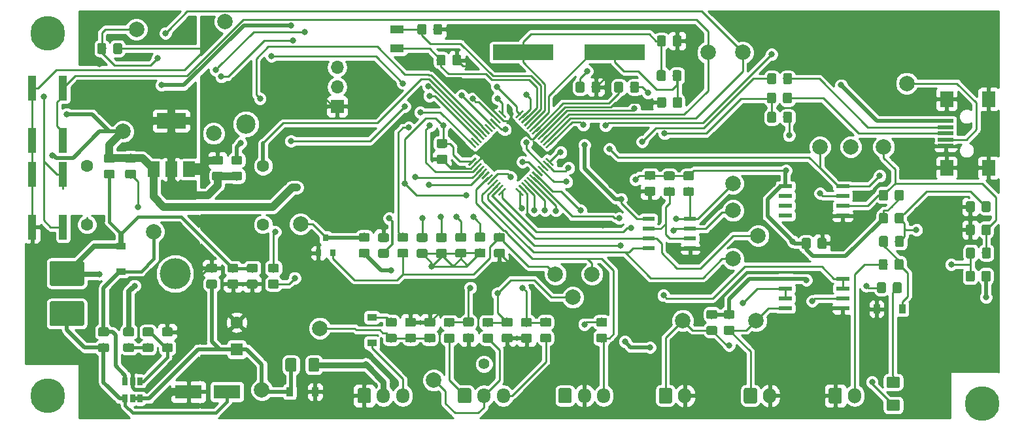
<source format=gbr>
G04 #@! TF.GenerationSoftware,KiCad,Pcbnew,(5.0.2)-1*
G04 #@! TF.CreationDate,2019-10-14T17:28:43+02:00*
G04 #@! TF.ProjectId,motoHUD,6d6f746f-4855-4442-9e6b-696361645f70,rev?*
G04 #@! TF.SameCoordinates,Original*
G04 #@! TF.FileFunction,Copper,L2,Bot*
G04 #@! TF.FilePolarity,Positive*
%FSLAX46Y46*%
G04 Gerber Fmt 4.6, Leading zero omitted, Abs format (unit mm)*
G04 Created by KiCad (PCBNEW (5.0.2)-1) date 14.10.2019 17:28:43*
%MOMM*%
%LPD*%
G01*
G04 APERTURE LIST*
G04 #@! TA.AperFunction,SMDPad,CuDef*
%ADD10R,1.000000X3.200000*%
G04 #@! TD*
G04 #@! TA.AperFunction,Conductor*
%ADD11C,0.100000*%
G04 #@! TD*
G04 #@! TA.AperFunction,SMDPad,CuDef*
%ADD12C,3.200000*%
G04 #@! TD*
G04 #@! TA.AperFunction,ComponentPad*
%ADD13C,1.400000*%
G04 #@! TD*
G04 #@! TA.AperFunction,ComponentPad*
%ADD14C,2.000000*%
G04 #@! TD*
G04 #@! TA.AperFunction,SMDPad,CuDef*
%ADD15R,1.500000X2.000000*%
G04 #@! TD*
G04 #@! TA.AperFunction,SMDPad,CuDef*
%ADD16R,3.800000X2.000000*%
G04 #@! TD*
G04 #@! TA.AperFunction,ComponentPad*
%ADD17C,2.500000*%
G04 #@! TD*
G04 #@! TA.AperFunction,ComponentPad*
%ADD18C,4.000000*%
G04 #@! TD*
G04 #@! TA.AperFunction,ComponentPad*
%ADD19C,1.600000*%
G04 #@! TD*
G04 #@! TA.AperFunction,SMDPad,CuDef*
%ADD20R,2.000000X0.500000*%
G04 #@! TD*
G04 #@! TA.AperFunction,SMDPad,CuDef*
%ADD21R,1.700000X2.000000*%
G04 #@! TD*
G04 #@! TA.AperFunction,SMDPad,CuDef*
%ADD22R,0.800000X0.900000*%
G04 #@! TD*
G04 #@! TA.AperFunction,SMDPad,CuDef*
%ADD23C,1.150000*%
G04 #@! TD*
G04 #@! TA.AperFunction,SMDPad,CuDef*
%ADD24C,1.425000*%
G04 #@! TD*
G04 #@! TA.AperFunction,ComponentPad*
%ADD25O,1.700000X1.950000*%
G04 #@! TD*
G04 #@! TA.AperFunction,ComponentPad*
%ADD26C,1.700000*%
G04 #@! TD*
G04 #@! TA.AperFunction,ComponentPad*
%ADD27O,1.700000X2.000000*%
G04 #@! TD*
G04 #@! TA.AperFunction,ComponentPad*
%ADD28R,1.700000X1.700000*%
G04 #@! TD*
G04 #@! TA.AperFunction,ComponentPad*
%ADD29O,1.700000X1.700000*%
G04 #@! TD*
G04 #@! TA.AperFunction,SMDPad,CuDef*
%ADD30C,0.250000*%
G04 #@! TD*
G04 #@! TA.AperFunction,SMDPad,CuDef*
%ADD31R,1.550000X0.600000*%
G04 #@! TD*
G04 #@! TA.AperFunction,SMDPad,CuDef*
%ADD32R,7.875000X2.000000*%
G04 #@! TD*
G04 #@! TA.AperFunction,ComponentPad*
%ADD33R,1.600000X1.600000*%
G04 #@! TD*
G04 #@! TA.AperFunction,SMDPad,CuDef*
%ADD34R,1.200000X0.900000*%
G04 #@! TD*
G04 #@! TA.AperFunction,SMDPad,CuDef*
%ADD35R,0.900000X1.200000*%
G04 #@! TD*
G04 #@! TA.AperFunction,SMDPad,CuDef*
%ADD36R,3.500000X1.800000*%
G04 #@! TD*
G04 #@! TA.AperFunction,SMDPad,CuDef*
%ADD37R,1.750000X0.550000*%
G04 #@! TD*
G04 #@! TA.AperFunction,SMDPad,CuDef*
%ADD38R,0.650000X1.060000*%
G04 #@! TD*
G04 #@! TA.AperFunction,SMDPad,CuDef*
%ADD39R,1.800000X1.000000*%
G04 #@! TD*
G04 #@! TA.AperFunction,ViaPad*
%ADD40C,4.500000*%
G04 #@! TD*
G04 #@! TA.AperFunction,ViaPad*
%ADD41C,0.800000*%
G04 #@! TD*
G04 #@! TA.AperFunction,Conductor*
%ADD42C,0.250000*%
G04 #@! TD*
G04 #@! TA.AperFunction,Conductor*
%ADD43C,1.000000*%
G04 #@! TD*
G04 #@! TA.AperFunction,Conductor*
%ADD44C,1.500000*%
G04 #@! TD*
G04 #@! TA.AperFunction,Conductor*
%ADD45C,0.500000*%
G04 #@! TD*
G04 #@! TA.AperFunction,Conductor*
%ADD46C,0.300000*%
G04 #@! TD*
G04 #@! TA.AperFunction,Conductor*
%ADD47C,0.350000*%
G04 #@! TD*
G04 #@! TA.AperFunction,Conductor*
%ADD48C,0.400000*%
G04 #@! TD*
G04 #@! TA.AperFunction,Conductor*
%ADD49C,0.800000*%
G04 #@! TD*
G04 #@! TA.AperFunction,Conductor*
%ADD50C,0.700000*%
G04 #@! TD*
G04 #@! TA.AperFunction,Conductor*
%ADD51C,0.254000*%
G04 #@! TD*
G04 APERTURE END LIST*
D10*
G04 #@! TO.P,SW2,1*
G04 #@! TO.N,USERIN2*
X82000000Y-92100000D03*
X82000000Y-98900000D03*
G04 #@! TO.P,SW2,2*
G04 #@! TO.N,GND*
X78000000Y-98900000D03*
X78000000Y-92100000D03*
G04 #@! TD*
D11*
G04 #@! TO.N,Net-(C13-Pad2)*
G04 #@! TO.C,L1*
G36*
X84499504Y-119751204D02*
X84523773Y-119754804D01*
X84547571Y-119760765D01*
X84570671Y-119769030D01*
X84592849Y-119779520D01*
X84613893Y-119792133D01*
X84633598Y-119806747D01*
X84651777Y-119823223D01*
X84668253Y-119841402D01*
X84682867Y-119861107D01*
X84695480Y-119882151D01*
X84705970Y-119904329D01*
X84714235Y-119927429D01*
X84720196Y-119951227D01*
X84723796Y-119975496D01*
X84725000Y-120000000D01*
X84725000Y-122700000D01*
X84723796Y-122724504D01*
X84720196Y-122748773D01*
X84714235Y-122772571D01*
X84705970Y-122795671D01*
X84695480Y-122817849D01*
X84682867Y-122838893D01*
X84668253Y-122858598D01*
X84651777Y-122876777D01*
X84633598Y-122893253D01*
X84613893Y-122907867D01*
X84592849Y-122920480D01*
X84570671Y-122930970D01*
X84547571Y-122939235D01*
X84523773Y-122945196D01*
X84499504Y-122948796D01*
X84475000Y-122950000D01*
X80525000Y-122950000D01*
X80500496Y-122948796D01*
X80476227Y-122945196D01*
X80452429Y-122939235D01*
X80429329Y-122930970D01*
X80407151Y-122920480D01*
X80386107Y-122907867D01*
X80366402Y-122893253D01*
X80348223Y-122876777D01*
X80331747Y-122858598D01*
X80317133Y-122838893D01*
X80304520Y-122817849D01*
X80294030Y-122795671D01*
X80285765Y-122772571D01*
X80279804Y-122748773D01*
X80276204Y-122724504D01*
X80275000Y-122700000D01*
X80275000Y-120000000D01*
X80276204Y-119975496D01*
X80279804Y-119951227D01*
X80285765Y-119927429D01*
X80294030Y-119904329D01*
X80304520Y-119882151D01*
X80317133Y-119861107D01*
X80331747Y-119841402D01*
X80348223Y-119823223D01*
X80366402Y-119806747D01*
X80386107Y-119792133D01*
X80407151Y-119779520D01*
X80429329Y-119769030D01*
X80452429Y-119760765D01*
X80476227Y-119754804D01*
X80500496Y-119751204D01*
X80525000Y-119750000D01*
X84475000Y-119750000D01*
X84499504Y-119751204D01*
X84499504Y-119751204D01*
G37*
D12*
G04 #@! TD*
G04 #@! TO.P,L1,1*
G04 #@! TO.N,Net-(C13-Pad2)*
X82500000Y-121350000D03*
D11*
G04 #@! TO.N,Net-(C14-Pad1)*
G04 #@! TO.C,L1*
G36*
X84499504Y-114551204D02*
X84523773Y-114554804D01*
X84547571Y-114560765D01*
X84570671Y-114569030D01*
X84592849Y-114579520D01*
X84613893Y-114592133D01*
X84633598Y-114606747D01*
X84651777Y-114623223D01*
X84668253Y-114641402D01*
X84682867Y-114661107D01*
X84695480Y-114682151D01*
X84705970Y-114704329D01*
X84714235Y-114727429D01*
X84720196Y-114751227D01*
X84723796Y-114775496D01*
X84725000Y-114800000D01*
X84725000Y-117500000D01*
X84723796Y-117524504D01*
X84720196Y-117548773D01*
X84714235Y-117572571D01*
X84705970Y-117595671D01*
X84695480Y-117617849D01*
X84682867Y-117638893D01*
X84668253Y-117658598D01*
X84651777Y-117676777D01*
X84633598Y-117693253D01*
X84613893Y-117707867D01*
X84592849Y-117720480D01*
X84570671Y-117730970D01*
X84547571Y-117739235D01*
X84523773Y-117745196D01*
X84499504Y-117748796D01*
X84475000Y-117750000D01*
X80525000Y-117750000D01*
X80500496Y-117748796D01*
X80476227Y-117745196D01*
X80452429Y-117739235D01*
X80429329Y-117730970D01*
X80407151Y-117720480D01*
X80386107Y-117707867D01*
X80366402Y-117693253D01*
X80348223Y-117676777D01*
X80331747Y-117658598D01*
X80317133Y-117638893D01*
X80304520Y-117617849D01*
X80294030Y-117595671D01*
X80285765Y-117572571D01*
X80279804Y-117548773D01*
X80276204Y-117524504D01*
X80275000Y-117500000D01*
X80275000Y-114800000D01*
X80276204Y-114775496D01*
X80279804Y-114751227D01*
X80285765Y-114727429D01*
X80294030Y-114704329D01*
X80304520Y-114682151D01*
X80317133Y-114661107D01*
X80331747Y-114641402D01*
X80348223Y-114623223D01*
X80366402Y-114606747D01*
X80386107Y-114592133D01*
X80407151Y-114579520D01*
X80429329Y-114569030D01*
X80452429Y-114560765D01*
X80476227Y-114554804D01*
X80500496Y-114551204D01*
X80525000Y-114550000D01*
X84475000Y-114550000D01*
X84499504Y-114551204D01*
X84499504Y-114551204D01*
G37*
D12*
G04 #@! TD*
G04 #@! TO.P,L1,2*
G04 #@! TO.N,Net-(C14-Pad1)*
X82500000Y-116150000D03*
D10*
G04 #@! TO.P,SW1,1*
G04 #@! TO.N,USERIN1*
X82000000Y-103350000D03*
X82000000Y-110150000D03*
G04 #@! TO.P,SW1,2*
G04 #@! TO.N,GND*
X78000000Y-110150000D03*
X78000000Y-103350000D03*
G04 #@! TD*
D13*
G04 #@! TO.P,J9,MH*
G04 #@! TO.N,N/C*
X136500000Y-127900000D03*
G04 #@! TD*
D14*
G04 #@! TO.P,TP1,1*
G04 #@! TO.N,SIG_VEL*
X150500000Y-116250000D03*
G04 #@! TD*
G04 #@! TO.P,TP2,1*
G04 #@! TO.N,+3V3*
X101500000Y-98000000D03*
G04 #@! TD*
G04 #@! TO.P,TP3,1*
G04 #@! TO.N,+BATT*
X115250000Y-123250000D03*
G04 #@! TD*
G04 #@! TO.P,TP4,1*
G04 #@! TO.N,VCC*
X107750000Y-131250000D03*
G04 #@! TD*
G04 #@! TO.P,TP5,1*
G04 #@! TO.N,Net-(C21-Pad1)*
X91500000Y-84500000D03*
G04 #@! TD*
G04 #@! TO.P,TP6,1*
G04 #@! TO.N,+5V*
X89750000Y-97750000D03*
G04 #@! TD*
G04 #@! TO.P,TP7,1*
G04 #@! TO.N,USERIN2*
X165500000Y-87500000D03*
G04 #@! TD*
G04 #@! TO.P,TP8,1*
G04 #@! TO.N,USERIN1*
X170000000Y-87500000D03*
G04 #@! TD*
G04 #@! TO.P,TP9,1*
G04 #@! TO.N,Net-(J7-Pad4)*
X191250000Y-91500000D03*
G04 #@! TD*
G04 #@! TO.P,TP10,1*
G04 #@! TO.N,Net-(J2-Pad1)*
X162250000Y-122250000D03*
G04 #@! TD*
G04 #@! TO.P,TP11,1*
G04 #@! TO.N,Net-(J3-Pad1)*
X171750000Y-122250000D03*
G04 #@! TD*
G04 #@! TO.P,TP12,1*
G04 #@! TO.N,Net-(R25-Pad2)*
X184000000Y-99750000D03*
G04 #@! TD*
G04 #@! TO.P,TP13,1*
G04 #@! TO.N,Net-(C13-Pad1)*
X93750000Y-110750000D03*
G04 #@! TD*
G04 #@! TO.P,TP14,1*
G04 #@! TO.N,Net-(D6-Pad1)*
X103000000Y-83500000D03*
G04 #@! TD*
G04 #@! TO.P,TP15,1*
G04 #@! TO.N,Net-(R210-Pad1)*
X188250000Y-99750000D03*
G04 #@! TD*
G04 #@! TO.P,TP16,1*
G04 #@! TO.N,SIG_RPM*
X180000000Y-99750000D03*
G04 #@! TD*
G04 #@! TO.P,TP19,1*
G04 #@! TO.N,Net-(J6-Pad2)*
X130000000Y-130000000D03*
G04 #@! TD*
G04 #@! TO.P,TP20,1*
G04 #@! TO.N,SIG_HIBEAM*
X148000000Y-119250000D03*
G04 #@! TD*
G04 #@! TO.P,TP23,1*
G04 #@! TO.N,EEPROM_CS*
X168750000Y-104500000D03*
G04 #@! TD*
G04 #@! TO.P,TP27,1*
G04 #@! TO.N,Net-(C25-Pad1)*
X145750000Y-116250000D03*
G04 #@! TD*
G04 #@! TO.P,TP30,1*
G04 #@! TO.N,Net-(Q2-Pad1)*
X112750000Y-109750000D03*
G04 #@! TD*
G04 #@! TO.P,TP31,1*
G04 #@! TO.N,EEPROM_SCK*
X172000000Y-111250000D03*
G04 #@! TD*
G04 #@! TO.P,TP32,1*
G04 #@! TO.N,EEPROM_MOSI*
X168750000Y-114250000D03*
G04 #@! TD*
G04 #@! TO.P,TP33,1*
G04 #@! TO.N,EEPROM_MISO*
X168750000Y-108000000D03*
G04 #@! TD*
D15*
G04 #@! TO.P,U4,1*
G04 #@! TO.N,GND*
X98300000Y-102650000D03*
G04 #@! TO.P,U4,3*
G04 #@! TO.N,+5V*
X93700000Y-102650000D03*
G04 #@! TO.P,U4,2*
G04 #@! TO.N,Net-(C18-Pad1)*
X96000000Y-102650000D03*
D16*
X96000000Y-96350000D03*
G04 #@! TD*
D17*
G04 #@! TO.P,M1,*
G04 #@! TO.N,*
X105700000Y-96800000D03*
D18*
X96500000Y-116200000D03*
D19*
G04 #@! TO.P,M1,2*
G04 #@! TO.N,STEP2*
X85100000Y-102200000D03*
G04 #@! TO.P,M1,1*
G04 #@! TO.N,STEP1*
X85100000Y-109800000D03*
G04 #@! TO.P,M1,3*
G04 #@! TO.N,STEP3*
X107900000Y-102200000D03*
G04 #@! TO.P,M1,4*
G04 #@! TO.N,STEP4*
X107900000Y-109800000D03*
G04 #@! TD*
D20*
G04 #@! TO.P,J7,1*
G04 #@! TO.N,+5V*
X196300000Y-96400000D03*
G04 #@! TO.P,J7,2*
G04 #@! TO.N,Net-(J7-Pad2)*
X196300000Y-97200000D03*
G04 #@! TO.P,J7,3*
G04 #@! TO.N,Net-(J7-Pad3)*
X196300000Y-98000000D03*
G04 #@! TO.P,J7,4*
G04 #@! TO.N,Net-(J7-Pad4)*
X196300000Y-98800000D03*
G04 #@! TO.P,J7,5*
G04 #@! TO.N,GND*
X196300000Y-99600000D03*
D21*
G04 #@! TO.P,J7,6*
X196400000Y-93550000D03*
X201850000Y-93550000D03*
X196400000Y-102450000D03*
X201850000Y-102450000D03*
G04 #@! TD*
D22*
G04 #@! TO.P,Q2,2*
G04 #@! TO.N,Net-(C25-Pad1)*
X116950000Y-113500000D03*
G04 #@! TO.P,Q2,3*
G04 #@! TO.N,GND*
X115050000Y-113500000D03*
G04 #@! TO.P,Q2,1*
G04 #@! TO.N,Net-(Q2-Pad1)*
X116000000Y-111500000D03*
G04 #@! TD*
D11*
G04 #@! TO.N,GND*
G04 #@! TO.C,C17*
G36*
X91224505Y-102701204D02*
X91248773Y-102704804D01*
X91272572Y-102710765D01*
X91295671Y-102719030D01*
X91317850Y-102729520D01*
X91338893Y-102742132D01*
X91358599Y-102756747D01*
X91376777Y-102773223D01*
X91393253Y-102791401D01*
X91407868Y-102811107D01*
X91420480Y-102832150D01*
X91430970Y-102854329D01*
X91439235Y-102877428D01*
X91445196Y-102901227D01*
X91448796Y-102925495D01*
X91450000Y-102949999D01*
X91450000Y-103600001D01*
X91448796Y-103624505D01*
X91445196Y-103648773D01*
X91439235Y-103672572D01*
X91430970Y-103695671D01*
X91420480Y-103717850D01*
X91407868Y-103738893D01*
X91393253Y-103758599D01*
X91376777Y-103776777D01*
X91358599Y-103793253D01*
X91338893Y-103807868D01*
X91317850Y-103820480D01*
X91295671Y-103830970D01*
X91272572Y-103839235D01*
X91248773Y-103845196D01*
X91224505Y-103848796D01*
X91200001Y-103850000D01*
X90299999Y-103850000D01*
X90275495Y-103848796D01*
X90251227Y-103845196D01*
X90227428Y-103839235D01*
X90204329Y-103830970D01*
X90182150Y-103820480D01*
X90161107Y-103807868D01*
X90141401Y-103793253D01*
X90123223Y-103776777D01*
X90106747Y-103758599D01*
X90092132Y-103738893D01*
X90079520Y-103717850D01*
X90069030Y-103695671D01*
X90060765Y-103672572D01*
X90054804Y-103648773D01*
X90051204Y-103624505D01*
X90050000Y-103600001D01*
X90050000Y-102949999D01*
X90051204Y-102925495D01*
X90054804Y-102901227D01*
X90060765Y-102877428D01*
X90069030Y-102854329D01*
X90079520Y-102832150D01*
X90092132Y-102811107D01*
X90106747Y-102791401D01*
X90123223Y-102773223D01*
X90141401Y-102756747D01*
X90161107Y-102742132D01*
X90182150Y-102729520D01*
X90204329Y-102719030D01*
X90227428Y-102710765D01*
X90251227Y-102704804D01*
X90275495Y-102701204D01*
X90299999Y-102700000D01*
X91200001Y-102700000D01*
X91224505Y-102701204D01*
X91224505Y-102701204D01*
G37*
D23*
G04 #@! TD*
G04 #@! TO.P,C17,2*
G04 #@! TO.N,GND*
X90750000Y-103275000D03*
D11*
G04 #@! TO.N,+5V*
G04 #@! TO.C,C17*
G36*
X91224505Y-100651204D02*
X91248773Y-100654804D01*
X91272572Y-100660765D01*
X91295671Y-100669030D01*
X91317850Y-100679520D01*
X91338893Y-100692132D01*
X91358599Y-100706747D01*
X91376777Y-100723223D01*
X91393253Y-100741401D01*
X91407868Y-100761107D01*
X91420480Y-100782150D01*
X91430970Y-100804329D01*
X91439235Y-100827428D01*
X91445196Y-100851227D01*
X91448796Y-100875495D01*
X91450000Y-100899999D01*
X91450000Y-101550001D01*
X91448796Y-101574505D01*
X91445196Y-101598773D01*
X91439235Y-101622572D01*
X91430970Y-101645671D01*
X91420480Y-101667850D01*
X91407868Y-101688893D01*
X91393253Y-101708599D01*
X91376777Y-101726777D01*
X91358599Y-101743253D01*
X91338893Y-101757868D01*
X91317850Y-101770480D01*
X91295671Y-101780970D01*
X91272572Y-101789235D01*
X91248773Y-101795196D01*
X91224505Y-101798796D01*
X91200001Y-101800000D01*
X90299999Y-101800000D01*
X90275495Y-101798796D01*
X90251227Y-101795196D01*
X90227428Y-101789235D01*
X90204329Y-101780970D01*
X90182150Y-101770480D01*
X90161107Y-101757868D01*
X90141401Y-101743253D01*
X90123223Y-101726777D01*
X90106747Y-101708599D01*
X90092132Y-101688893D01*
X90079520Y-101667850D01*
X90069030Y-101645671D01*
X90060765Y-101622572D01*
X90054804Y-101598773D01*
X90051204Y-101574505D01*
X90050000Y-101550001D01*
X90050000Y-100899999D01*
X90051204Y-100875495D01*
X90054804Y-100851227D01*
X90060765Y-100827428D01*
X90069030Y-100804329D01*
X90079520Y-100782150D01*
X90092132Y-100761107D01*
X90106747Y-100741401D01*
X90123223Y-100723223D01*
X90141401Y-100706747D01*
X90161107Y-100692132D01*
X90182150Y-100679520D01*
X90204329Y-100669030D01*
X90227428Y-100660765D01*
X90251227Y-100654804D01*
X90275495Y-100651204D01*
X90299999Y-100650000D01*
X91200001Y-100650000D01*
X91224505Y-100651204D01*
X91224505Y-100651204D01*
G37*
D23*
G04 #@! TD*
G04 #@! TO.P,C17,1*
G04 #@! TO.N,+5V*
X90750000Y-101225000D03*
D11*
G04 #@! TO.N,Net-(C18-Pad1)*
G04 #@! TO.C,C18*
G36*
X102474505Y-102951204D02*
X102498773Y-102954804D01*
X102522572Y-102960765D01*
X102545671Y-102969030D01*
X102567850Y-102979520D01*
X102588893Y-102992132D01*
X102608599Y-103006747D01*
X102626777Y-103023223D01*
X102643253Y-103041401D01*
X102657868Y-103061107D01*
X102670480Y-103082150D01*
X102680970Y-103104329D01*
X102689235Y-103127428D01*
X102695196Y-103151227D01*
X102698796Y-103175495D01*
X102700000Y-103199999D01*
X102700000Y-103850001D01*
X102698796Y-103874505D01*
X102695196Y-103898773D01*
X102689235Y-103922572D01*
X102680970Y-103945671D01*
X102670480Y-103967850D01*
X102657868Y-103988893D01*
X102643253Y-104008599D01*
X102626777Y-104026777D01*
X102608599Y-104043253D01*
X102588893Y-104057868D01*
X102567850Y-104070480D01*
X102545671Y-104080970D01*
X102522572Y-104089235D01*
X102498773Y-104095196D01*
X102474505Y-104098796D01*
X102450001Y-104100000D01*
X101549999Y-104100000D01*
X101525495Y-104098796D01*
X101501227Y-104095196D01*
X101477428Y-104089235D01*
X101454329Y-104080970D01*
X101432150Y-104070480D01*
X101411107Y-104057868D01*
X101391401Y-104043253D01*
X101373223Y-104026777D01*
X101356747Y-104008599D01*
X101342132Y-103988893D01*
X101329520Y-103967850D01*
X101319030Y-103945671D01*
X101310765Y-103922572D01*
X101304804Y-103898773D01*
X101301204Y-103874505D01*
X101300000Y-103850001D01*
X101300000Y-103199999D01*
X101301204Y-103175495D01*
X101304804Y-103151227D01*
X101310765Y-103127428D01*
X101319030Y-103104329D01*
X101329520Y-103082150D01*
X101342132Y-103061107D01*
X101356747Y-103041401D01*
X101373223Y-103023223D01*
X101391401Y-103006747D01*
X101411107Y-102992132D01*
X101432150Y-102979520D01*
X101454329Y-102969030D01*
X101477428Y-102960765D01*
X101501227Y-102954804D01*
X101525495Y-102951204D01*
X101549999Y-102950000D01*
X102450001Y-102950000D01*
X102474505Y-102951204D01*
X102474505Y-102951204D01*
G37*
D23*
G04 #@! TD*
G04 #@! TO.P,C18,1*
G04 #@! TO.N,Net-(C18-Pad1)*
X102000000Y-103525000D03*
D11*
G04 #@! TO.N,GND*
G04 #@! TO.C,C18*
G36*
X102474505Y-100901204D02*
X102498773Y-100904804D01*
X102522572Y-100910765D01*
X102545671Y-100919030D01*
X102567850Y-100929520D01*
X102588893Y-100942132D01*
X102608599Y-100956747D01*
X102626777Y-100973223D01*
X102643253Y-100991401D01*
X102657868Y-101011107D01*
X102670480Y-101032150D01*
X102680970Y-101054329D01*
X102689235Y-101077428D01*
X102695196Y-101101227D01*
X102698796Y-101125495D01*
X102700000Y-101149999D01*
X102700000Y-101800001D01*
X102698796Y-101824505D01*
X102695196Y-101848773D01*
X102689235Y-101872572D01*
X102680970Y-101895671D01*
X102670480Y-101917850D01*
X102657868Y-101938893D01*
X102643253Y-101958599D01*
X102626777Y-101976777D01*
X102608599Y-101993253D01*
X102588893Y-102007868D01*
X102567850Y-102020480D01*
X102545671Y-102030970D01*
X102522572Y-102039235D01*
X102498773Y-102045196D01*
X102474505Y-102048796D01*
X102450001Y-102050000D01*
X101549999Y-102050000D01*
X101525495Y-102048796D01*
X101501227Y-102045196D01*
X101477428Y-102039235D01*
X101454329Y-102030970D01*
X101432150Y-102020480D01*
X101411107Y-102007868D01*
X101391401Y-101993253D01*
X101373223Y-101976777D01*
X101356747Y-101958599D01*
X101342132Y-101938893D01*
X101329520Y-101917850D01*
X101319030Y-101895671D01*
X101310765Y-101872572D01*
X101304804Y-101848773D01*
X101301204Y-101824505D01*
X101300000Y-101800001D01*
X101300000Y-101149999D01*
X101301204Y-101125495D01*
X101304804Y-101101227D01*
X101310765Y-101077428D01*
X101319030Y-101054329D01*
X101329520Y-101032150D01*
X101342132Y-101011107D01*
X101356747Y-100991401D01*
X101373223Y-100973223D01*
X101391401Y-100956747D01*
X101411107Y-100942132D01*
X101432150Y-100929520D01*
X101454329Y-100919030D01*
X101477428Y-100910765D01*
X101501227Y-100904804D01*
X101525495Y-100901204D01*
X101549999Y-100900000D01*
X102450001Y-100900000D01*
X102474505Y-100901204D01*
X102474505Y-100901204D01*
G37*
D23*
G04 #@! TD*
G04 #@! TO.P,C18,2*
G04 #@! TO.N,GND*
X102000000Y-101475000D03*
D11*
G04 #@! TO.N,GND*
G04 #@! TO.C,C11*
G36*
X129974505Y-121901204D02*
X129998773Y-121904804D01*
X130022572Y-121910765D01*
X130045671Y-121919030D01*
X130067850Y-121929520D01*
X130088893Y-121942132D01*
X130108599Y-121956747D01*
X130126777Y-121973223D01*
X130143253Y-121991401D01*
X130157868Y-122011107D01*
X130170480Y-122032150D01*
X130180970Y-122054329D01*
X130189235Y-122077428D01*
X130195196Y-122101227D01*
X130198796Y-122125495D01*
X130200000Y-122149999D01*
X130200000Y-122800001D01*
X130198796Y-122824505D01*
X130195196Y-122848773D01*
X130189235Y-122872572D01*
X130180970Y-122895671D01*
X130170480Y-122917850D01*
X130157868Y-122938893D01*
X130143253Y-122958599D01*
X130126777Y-122976777D01*
X130108599Y-122993253D01*
X130088893Y-123007868D01*
X130067850Y-123020480D01*
X130045671Y-123030970D01*
X130022572Y-123039235D01*
X129998773Y-123045196D01*
X129974505Y-123048796D01*
X129950001Y-123050000D01*
X129049999Y-123050000D01*
X129025495Y-123048796D01*
X129001227Y-123045196D01*
X128977428Y-123039235D01*
X128954329Y-123030970D01*
X128932150Y-123020480D01*
X128911107Y-123007868D01*
X128891401Y-122993253D01*
X128873223Y-122976777D01*
X128856747Y-122958599D01*
X128842132Y-122938893D01*
X128829520Y-122917850D01*
X128819030Y-122895671D01*
X128810765Y-122872572D01*
X128804804Y-122848773D01*
X128801204Y-122824505D01*
X128800000Y-122800001D01*
X128800000Y-122149999D01*
X128801204Y-122125495D01*
X128804804Y-122101227D01*
X128810765Y-122077428D01*
X128819030Y-122054329D01*
X128829520Y-122032150D01*
X128842132Y-122011107D01*
X128856747Y-121991401D01*
X128873223Y-121973223D01*
X128891401Y-121956747D01*
X128911107Y-121942132D01*
X128932150Y-121929520D01*
X128954329Y-121919030D01*
X128977428Y-121910765D01*
X129001227Y-121904804D01*
X129025495Y-121901204D01*
X129049999Y-121900000D01*
X129950001Y-121900000D01*
X129974505Y-121901204D01*
X129974505Y-121901204D01*
G37*
D23*
G04 #@! TD*
G04 #@! TO.P,C11,2*
G04 #@! TO.N,GND*
X129500000Y-122475000D03*
D11*
G04 #@! TO.N,+BATT*
G04 #@! TO.C,C11*
G36*
X129974505Y-123951204D02*
X129998773Y-123954804D01*
X130022572Y-123960765D01*
X130045671Y-123969030D01*
X130067850Y-123979520D01*
X130088893Y-123992132D01*
X130108599Y-124006747D01*
X130126777Y-124023223D01*
X130143253Y-124041401D01*
X130157868Y-124061107D01*
X130170480Y-124082150D01*
X130180970Y-124104329D01*
X130189235Y-124127428D01*
X130195196Y-124151227D01*
X130198796Y-124175495D01*
X130200000Y-124199999D01*
X130200000Y-124850001D01*
X130198796Y-124874505D01*
X130195196Y-124898773D01*
X130189235Y-124922572D01*
X130180970Y-124945671D01*
X130170480Y-124967850D01*
X130157868Y-124988893D01*
X130143253Y-125008599D01*
X130126777Y-125026777D01*
X130108599Y-125043253D01*
X130088893Y-125057868D01*
X130067850Y-125070480D01*
X130045671Y-125080970D01*
X130022572Y-125089235D01*
X129998773Y-125095196D01*
X129974505Y-125098796D01*
X129950001Y-125100000D01*
X129049999Y-125100000D01*
X129025495Y-125098796D01*
X129001227Y-125095196D01*
X128977428Y-125089235D01*
X128954329Y-125080970D01*
X128932150Y-125070480D01*
X128911107Y-125057868D01*
X128891401Y-125043253D01*
X128873223Y-125026777D01*
X128856747Y-125008599D01*
X128842132Y-124988893D01*
X128829520Y-124967850D01*
X128819030Y-124945671D01*
X128810765Y-124922572D01*
X128804804Y-124898773D01*
X128801204Y-124874505D01*
X128800000Y-124850001D01*
X128800000Y-124199999D01*
X128801204Y-124175495D01*
X128804804Y-124151227D01*
X128810765Y-124127428D01*
X128819030Y-124104329D01*
X128829520Y-124082150D01*
X128842132Y-124061107D01*
X128856747Y-124041401D01*
X128873223Y-124023223D01*
X128891401Y-124006747D01*
X128911107Y-123992132D01*
X128932150Y-123979520D01*
X128954329Y-123969030D01*
X128977428Y-123960765D01*
X129001227Y-123954804D01*
X129025495Y-123951204D01*
X129049999Y-123950000D01*
X129950001Y-123950000D01*
X129974505Y-123951204D01*
X129974505Y-123951204D01*
G37*
D23*
G04 #@! TD*
G04 #@! TO.P,C11,1*
G04 #@! TO.N,+BATT*
X129500000Y-124525000D03*
D11*
G04 #@! TO.N,Net-(C33-Pad1)*
G04 #@! TO.C,C33*
G36*
X159824505Y-85301204D02*
X159848773Y-85304804D01*
X159872572Y-85310765D01*
X159895671Y-85319030D01*
X159917850Y-85329520D01*
X159938893Y-85342132D01*
X159958599Y-85356747D01*
X159976777Y-85373223D01*
X159993253Y-85391401D01*
X160007868Y-85411107D01*
X160020480Y-85432150D01*
X160030970Y-85454329D01*
X160039235Y-85477428D01*
X160045196Y-85501227D01*
X160048796Y-85525495D01*
X160050000Y-85549999D01*
X160050000Y-86450001D01*
X160048796Y-86474505D01*
X160045196Y-86498773D01*
X160039235Y-86522572D01*
X160030970Y-86545671D01*
X160020480Y-86567850D01*
X160007868Y-86588893D01*
X159993253Y-86608599D01*
X159976777Y-86626777D01*
X159958599Y-86643253D01*
X159938893Y-86657868D01*
X159917850Y-86670480D01*
X159895671Y-86680970D01*
X159872572Y-86689235D01*
X159848773Y-86695196D01*
X159824505Y-86698796D01*
X159800001Y-86700000D01*
X159149999Y-86700000D01*
X159125495Y-86698796D01*
X159101227Y-86695196D01*
X159077428Y-86689235D01*
X159054329Y-86680970D01*
X159032150Y-86670480D01*
X159011107Y-86657868D01*
X158991401Y-86643253D01*
X158973223Y-86626777D01*
X158956747Y-86608599D01*
X158942132Y-86588893D01*
X158929520Y-86567850D01*
X158919030Y-86545671D01*
X158910765Y-86522572D01*
X158904804Y-86498773D01*
X158901204Y-86474505D01*
X158900000Y-86450001D01*
X158900000Y-85549999D01*
X158901204Y-85525495D01*
X158904804Y-85501227D01*
X158910765Y-85477428D01*
X158919030Y-85454329D01*
X158929520Y-85432150D01*
X158942132Y-85411107D01*
X158956747Y-85391401D01*
X158973223Y-85373223D01*
X158991401Y-85356747D01*
X159011107Y-85342132D01*
X159032150Y-85329520D01*
X159054329Y-85319030D01*
X159077428Y-85310765D01*
X159101227Y-85304804D01*
X159125495Y-85301204D01*
X159149999Y-85300000D01*
X159800001Y-85300000D01*
X159824505Y-85301204D01*
X159824505Y-85301204D01*
G37*
D23*
G04 #@! TD*
G04 #@! TO.P,C33,1*
G04 #@! TO.N,Net-(C33-Pad1)*
X159475000Y-86000000D03*
D11*
G04 #@! TO.N,GND*
G04 #@! TO.C,C33*
G36*
X161874505Y-85301204D02*
X161898773Y-85304804D01*
X161922572Y-85310765D01*
X161945671Y-85319030D01*
X161967850Y-85329520D01*
X161988893Y-85342132D01*
X162008599Y-85356747D01*
X162026777Y-85373223D01*
X162043253Y-85391401D01*
X162057868Y-85411107D01*
X162070480Y-85432150D01*
X162080970Y-85454329D01*
X162089235Y-85477428D01*
X162095196Y-85501227D01*
X162098796Y-85525495D01*
X162100000Y-85549999D01*
X162100000Y-86450001D01*
X162098796Y-86474505D01*
X162095196Y-86498773D01*
X162089235Y-86522572D01*
X162080970Y-86545671D01*
X162070480Y-86567850D01*
X162057868Y-86588893D01*
X162043253Y-86608599D01*
X162026777Y-86626777D01*
X162008599Y-86643253D01*
X161988893Y-86657868D01*
X161967850Y-86670480D01*
X161945671Y-86680970D01*
X161922572Y-86689235D01*
X161898773Y-86695196D01*
X161874505Y-86698796D01*
X161850001Y-86700000D01*
X161199999Y-86700000D01*
X161175495Y-86698796D01*
X161151227Y-86695196D01*
X161127428Y-86689235D01*
X161104329Y-86680970D01*
X161082150Y-86670480D01*
X161061107Y-86657868D01*
X161041401Y-86643253D01*
X161023223Y-86626777D01*
X161006747Y-86608599D01*
X160992132Y-86588893D01*
X160979520Y-86567850D01*
X160969030Y-86545671D01*
X160960765Y-86522572D01*
X160954804Y-86498773D01*
X160951204Y-86474505D01*
X160950000Y-86450001D01*
X160950000Y-85549999D01*
X160951204Y-85525495D01*
X160954804Y-85501227D01*
X160960765Y-85477428D01*
X160969030Y-85454329D01*
X160979520Y-85432150D01*
X160992132Y-85411107D01*
X161006747Y-85391401D01*
X161023223Y-85373223D01*
X161041401Y-85356747D01*
X161061107Y-85342132D01*
X161082150Y-85329520D01*
X161104329Y-85319030D01*
X161127428Y-85310765D01*
X161151227Y-85304804D01*
X161175495Y-85301204D01*
X161199999Y-85300000D01*
X161850001Y-85300000D01*
X161874505Y-85301204D01*
X161874505Y-85301204D01*
G37*
D23*
G04 #@! TD*
G04 #@! TO.P,C33,2*
G04 #@! TO.N,GND*
X161525000Y-86000000D03*
D11*
G04 #@! TO.N,Net-(C32-Pad1)*
G04 #@! TO.C,C32*
G36*
X161902505Y-93281204D02*
X161926773Y-93284804D01*
X161950572Y-93290765D01*
X161973671Y-93299030D01*
X161995850Y-93309520D01*
X162016893Y-93322132D01*
X162036599Y-93336747D01*
X162054777Y-93353223D01*
X162071253Y-93371401D01*
X162085868Y-93391107D01*
X162098480Y-93412150D01*
X162108970Y-93434329D01*
X162117235Y-93457428D01*
X162123196Y-93481227D01*
X162126796Y-93505495D01*
X162128000Y-93529999D01*
X162128000Y-94430001D01*
X162126796Y-94454505D01*
X162123196Y-94478773D01*
X162117235Y-94502572D01*
X162108970Y-94525671D01*
X162098480Y-94547850D01*
X162085868Y-94568893D01*
X162071253Y-94588599D01*
X162054777Y-94606777D01*
X162036599Y-94623253D01*
X162016893Y-94637868D01*
X161995850Y-94650480D01*
X161973671Y-94660970D01*
X161950572Y-94669235D01*
X161926773Y-94675196D01*
X161902505Y-94678796D01*
X161878001Y-94680000D01*
X161227999Y-94680000D01*
X161203495Y-94678796D01*
X161179227Y-94675196D01*
X161155428Y-94669235D01*
X161132329Y-94660970D01*
X161110150Y-94650480D01*
X161089107Y-94637868D01*
X161069401Y-94623253D01*
X161051223Y-94606777D01*
X161034747Y-94588599D01*
X161020132Y-94568893D01*
X161007520Y-94547850D01*
X160997030Y-94525671D01*
X160988765Y-94502572D01*
X160982804Y-94478773D01*
X160979204Y-94454505D01*
X160978000Y-94430001D01*
X160978000Y-93529999D01*
X160979204Y-93505495D01*
X160982804Y-93481227D01*
X160988765Y-93457428D01*
X160997030Y-93434329D01*
X161007520Y-93412150D01*
X161020132Y-93391107D01*
X161034747Y-93371401D01*
X161051223Y-93353223D01*
X161069401Y-93336747D01*
X161089107Y-93322132D01*
X161110150Y-93309520D01*
X161132329Y-93299030D01*
X161155428Y-93290765D01*
X161179227Y-93284804D01*
X161203495Y-93281204D01*
X161227999Y-93280000D01*
X161878001Y-93280000D01*
X161902505Y-93281204D01*
X161902505Y-93281204D01*
G37*
D23*
G04 #@! TD*
G04 #@! TO.P,C32,1*
G04 #@! TO.N,Net-(C32-Pad1)*
X161553000Y-93980000D03*
D11*
G04 #@! TO.N,GND*
G04 #@! TO.C,C32*
G36*
X159852505Y-93281204D02*
X159876773Y-93284804D01*
X159900572Y-93290765D01*
X159923671Y-93299030D01*
X159945850Y-93309520D01*
X159966893Y-93322132D01*
X159986599Y-93336747D01*
X160004777Y-93353223D01*
X160021253Y-93371401D01*
X160035868Y-93391107D01*
X160048480Y-93412150D01*
X160058970Y-93434329D01*
X160067235Y-93457428D01*
X160073196Y-93481227D01*
X160076796Y-93505495D01*
X160078000Y-93529999D01*
X160078000Y-94430001D01*
X160076796Y-94454505D01*
X160073196Y-94478773D01*
X160067235Y-94502572D01*
X160058970Y-94525671D01*
X160048480Y-94547850D01*
X160035868Y-94568893D01*
X160021253Y-94588599D01*
X160004777Y-94606777D01*
X159986599Y-94623253D01*
X159966893Y-94637868D01*
X159945850Y-94650480D01*
X159923671Y-94660970D01*
X159900572Y-94669235D01*
X159876773Y-94675196D01*
X159852505Y-94678796D01*
X159828001Y-94680000D01*
X159177999Y-94680000D01*
X159153495Y-94678796D01*
X159129227Y-94675196D01*
X159105428Y-94669235D01*
X159082329Y-94660970D01*
X159060150Y-94650480D01*
X159039107Y-94637868D01*
X159019401Y-94623253D01*
X159001223Y-94606777D01*
X158984747Y-94588599D01*
X158970132Y-94568893D01*
X158957520Y-94547850D01*
X158947030Y-94525671D01*
X158938765Y-94502572D01*
X158932804Y-94478773D01*
X158929204Y-94454505D01*
X158928000Y-94430001D01*
X158928000Y-93529999D01*
X158929204Y-93505495D01*
X158932804Y-93481227D01*
X158938765Y-93457428D01*
X158947030Y-93434329D01*
X158957520Y-93412150D01*
X158970132Y-93391107D01*
X158984747Y-93371401D01*
X159001223Y-93353223D01*
X159019401Y-93336747D01*
X159039107Y-93322132D01*
X159060150Y-93309520D01*
X159082329Y-93299030D01*
X159105428Y-93290765D01*
X159129227Y-93284804D01*
X159153495Y-93281204D01*
X159177999Y-93280000D01*
X159828001Y-93280000D01*
X159852505Y-93281204D01*
X159852505Y-93281204D01*
G37*
D23*
G04 #@! TD*
G04 #@! TO.P,C32,2*
G04 #@! TO.N,GND*
X159503000Y-93980000D03*
D11*
G04 #@! TO.N,GND*
G04 #@! TO.C,C31*
G36*
X133349505Y-87801204D02*
X133373773Y-87804804D01*
X133397572Y-87810765D01*
X133420671Y-87819030D01*
X133442850Y-87829520D01*
X133463893Y-87842132D01*
X133483599Y-87856747D01*
X133501777Y-87873223D01*
X133518253Y-87891401D01*
X133532868Y-87911107D01*
X133545480Y-87932150D01*
X133555970Y-87954329D01*
X133564235Y-87977428D01*
X133570196Y-88001227D01*
X133573796Y-88025495D01*
X133575000Y-88049999D01*
X133575000Y-88950001D01*
X133573796Y-88974505D01*
X133570196Y-88998773D01*
X133564235Y-89022572D01*
X133555970Y-89045671D01*
X133545480Y-89067850D01*
X133532868Y-89088893D01*
X133518253Y-89108599D01*
X133501777Y-89126777D01*
X133483599Y-89143253D01*
X133463893Y-89157868D01*
X133442850Y-89170480D01*
X133420671Y-89180970D01*
X133397572Y-89189235D01*
X133373773Y-89195196D01*
X133349505Y-89198796D01*
X133325001Y-89200000D01*
X132674999Y-89200000D01*
X132650495Y-89198796D01*
X132626227Y-89195196D01*
X132602428Y-89189235D01*
X132579329Y-89180970D01*
X132557150Y-89170480D01*
X132536107Y-89157868D01*
X132516401Y-89143253D01*
X132498223Y-89126777D01*
X132481747Y-89108599D01*
X132467132Y-89088893D01*
X132454520Y-89067850D01*
X132444030Y-89045671D01*
X132435765Y-89022572D01*
X132429804Y-88998773D01*
X132426204Y-88974505D01*
X132425000Y-88950001D01*
X132425000Y-88049999D01*
X132426204Y-88025495D01*
X132429804Y-88001227D01*
X132435765Y-87977428D01*
X132444030Y-87954329D01*
X132454520Y-87932150D01*
X132467132Y-87911107D01*
X132481747Y-87891401D01*
X132498223Y-87873223D01*
X132516401Y-87856747D01*
X132536107Y-87842132D01*
X132557150Y-87829520D01*
X132579329Y-87819030D01*
X132602428Y-87810765D01*
X132626227Y-87804804D01*
X132650495Y-87801204D01*
X132674999Y-87800000D01*
X133325001Y-87800000D01*
X133349505Y-87801204D01*
X133349505Y-87801204D01*
G37*
D23*
G04 #@! TD*
G04 #@! TO.P,C31,2*
G04 #@! TO.N,GND*
X133000000Y-88500000D03*
D11*
G04 #@! TO.N,Net-(C31-Pad1)*
G04 #@! TO.C,C31*
G36*
X131299505Y-87801204D02*
X131323773Y-87804804D01*
X131347572Y-87810765D01*
X131370671Y-87819030D01*
X131392850Y-87829520D01*
X131413893Y-87842132D01*
X131433599Y-87856747D01*
X131451777Y-87873223D01*
X131468253Y-87891401D01*
X131482868Y-87911107D01*
X131495480Y-87932150D01*
X131505970Y-87954329D01*
X131514235Y-87977428D01*
X131520196Y-88001227D01*
X131523796Y-88025495D01*
X131525000Y-88049999D01*
X131525000Y-88950001D01*
X131523796Y-88974505D01*
X131520196Y-88998773D01*
X131514235Y-89022572D01*
X131505970Y-89045671D01*
X131495480Y-89067850D01*
X131482868Y-89088893D01*
X131468253Y-89108599D01*
X131451777Y-89126777D01*
X131433599Y-89143253D01*
X131413893Y-89157868D01*
X131392850Y-89170480D01*
X131370671Y-89180970D01*
X131347572Y-89189235D01*
X131323773Y-89195196D01*
X131299505Y-89198796D01*
X131275001Y-89200000D01*
X130624999Y-89200000D01*
X130600495Y-89198796D01*
X130576227Y-89195196D01*
X130552428Y-89189235D01*
X130529329Y-89180970D01*
X130507150Y-89170480D01*
X130486107Y-89157868D01*
X130466401Y-89143253D01*
X130448223Y-89126777D01*
X130431747Y-89108599D01*
X130417132Y-89088893D01*
X130404520Y-89067850D01*
X130394030Y-89045671D01*
X130385765Y-89022572D01*
X130379804Y-88998773D01*
X130376204Y-88974505D01*
X130375000Y-88950001D01*
X130375000Y-88049999D01*
X130376204Y-88025495D01*
X130379804Y-88001227D01*
X130385765Y-87977428D01*
X130394030Y-87954329D01*
X130404520Y-87932150D01*
X130417132Y-87911107D01*
X130431747Y-87891401D01*
X130448223Y-87873223D01*
X130466401Y-87856747D01*
X130486107Y-87842132D01*
X130507150Y-87829520D01*
X130529329Y-87819030D01*
X130552428Y-87810765D01*
X130576227Y-87804804D01*
X130600495Y-87801204D01*
X130624999Y-87800000D01*
X131275001Y-87800000D01*
X131299505Y-87801204D01*
X131299505Y-87801204D01*
G37*
D23*
G04 #@! TD*
G04 #@! TO.P,C31,1*
G04 #@! TO.N,Net-(C31-Pad1)*
X130950000Y-88500000D03*
D11*
G04 #@! TO.N,Net-(C30-Pad1)*
G04 #@! TO.C,C30*
G36*
X128824505Y-83801204D02*
X128848773Y-83804804D01*
X128872572Y-83810765D01*
X128895671Y-83819030D01*
X128917850Y-83829520D01*
X128938893Y-83842132D01*
X128958599Y-83856747D01*
X128976777Y-83873223D01*
X128993253Y-83891401D01*
X129007868Y-83911107D01*
X129020480Y-83932150D01*
X129030970Y-83954329D01*
X129039235Y-83977428D01*
X129045196Y-84001227D01*
X129048796Y-84025495D01*
X129050000Y-84049999D01*
X129050000Y-84950001D01*
X129048796Y-84974505D01*
X129045196Y-84998773D01*
X129039235Y-85022572D01*
X129030970Y-85045671D01*
X129020480Y-85067850D01*
X129007868Y-85088893D01*
X128993253Y-85108599D01*
X128976777Y-85126777D01*
X128958599Y-85143253D01*
X128938893Y-85157868D01*
X128917850Y-85170480D01*
X128895671Y-85180970D01*
X128872572Y-85189235D01*
X128848773Y-85195196D01*
X128824505Y-85198796D01*
X128800001Y-85200000D01*
X128149999Y-85200000D01*
X128125495Y-85198796D01*
X128101227Y-85195196D01*
X128077428Y-85189235D01*
X128054329Y-85180970D01*
X128032150Y-85170480D01*
X128011107Y-85157868D01*
X127991401Y-85143253D01*
X127973223Y-85126777D01*
X127956747Y-85108599D01*
X127942132Y-85088893D01*
X127929520Y-85067850D01*
X127919030Y-85045671D01*
X127910765Y-85022572D01*
X127904804Y-84998773D01*
X127901204Y-84974505D01*
X127900000Y-84950001D01*
X127900000Y-84049999D01*
X127901204Y-84025495D01*
X127904804Y-84001227D01*
X127910765Y-83977428D01*
X127919030Y-83954329D01*
X127929520Y-83932150D01*
X127942132Y-83911107D01*
X127956747Y-83891401D01*
X127973223Y-83873223D01*
X127991401Y-83856747D01*
X128011107Y-83842132D01*
X128032150Y-83829520D01*
X128054329Y-83819030D01*
X128077428Y-83810765D01*
X128101227Y-83804804D01*
X128125495Y-83801204D01*
X128149999Y-83800000D01*
X128800001Y-83800000D01*
X128824505Y-83801204D01*
X128824505Y-83801204D01*
G37*
D23*
G04 #@! TD*
G04 #@! TO.P,C30,1*
G04 #@! TO.N,Net-(C30-Pad1)*
X128475000Y-84500000D03*
D11*
G04 #@! TO.N,GND*
G04 #@! TO.C,C30*
G36*
X130874505Y-83801204D02*
X130898773Y-83804804D01*
X130922572Y-83810765D01*
X130945671Y-83819030D01*
X130967850Y-83829520D01*
X130988893Y-83842132D01*
X131008599Y-83856747D01*
X131026777Y-83873223D01*
X131043253Y-83891401D01*
X131057868Y-83911107D01*
X131070480Y-83932150D01*
X131080970Y-83954329D01*
X131089235Y-83977428D01*
X131095196Y-84001227D01*
X131098796Y-84025495D01*
X131100000Y-84049999D01*
X131100000Y-84950001D01*
X131098796Y-84974505D01*
X131095196Y-84998773D01*
X131089235Y-85022572D01*
X131080970Y-85045671D01*
X131070480Y-85067850D01*
X131057868Y-85088893D01*
X131043253Y-85108599D01*
X131026777Y-85126777D01*
X131008599Y-85143253D01*
X130988893Y-85157868D01*
X130967850Y-85170480D01*
X130945671Y-85180970D01*
X130922572Y-85189235D01*
X130898773Y-85195196D01*
X130874505Y-85198796D01*
X130850001Y-85200000D01*
X130199999Y-85200000D01*
X130175495Y-85198796D01*
X130151227Y-85195196D01*
X130127428Y-85189235D01*
X130104329Y-85180970D01*
X130082150Y-85170480D01*
X130061107Y-85157868D01*
X130041401Y-85143253D01*
X130023223Y-85126777D01*
X130006747Y-85108599D01*
X129992132Y-85088893D01*
X129979520Y-85067850D01*
X129969030Y-85045671D01*
X129960765Y-85022572D01*
X129954804Y-84998773D01*
X129951204Y-84974505D01*
X129950000Y-84950001D01*
X129950000Y-84049999D01*
X129951204Y-84025495D01*
X129954804Y-84001227D01*
X129960765Y-83977428D01*
X129969030Y-83954329D01*
X129979520Y-83932150D01*
X129992132Y-83911107D01*
X130006747Y-83891401D01*
X130023223Y-83873223D01*
X130041401Y-83856747D01*
X130061107Y-83842132D01*
X130082150Y-83829520D01*
X130104329Y-83819030D01*
X130127428Y-83810765D01*
X130151227Y-83804804D01*
X130175495Y-83801204D01*
X130199999Y-83800000D01*
X130850001Y-83800000D01*
X130874505Y-83801204D01*
X130874505Y-83801204D01*
G37*
D23*
G04 #@! TD*
G04 #@! TO.P,C30,2*
G04 #@! TO.N,GND*
X130525000Y-84500000D03*
D11*
G04 #@! TO.N,GND*
G04 #@! TO.C,C34*
G36*
X131538505Y-100781204D02*
X131562773Y-100784804D01*
X131586572Y-100790765D01*
X131609671Y-100799030D01*
X131631850Y-100809520D01*
X131652893Y-100822132D01*
X131672599Y-100836747D01*
X131690777Y-100853223D01*
X131707253Y-100871401D01*
X131721868Y-100891107D01*
X131734480Y-100912150D01*
X131744970Y-100934329D01*
X131753235Y-100957428D01*
X131759196Y-100981227D01*
X131762796Y-101005495D01*
X131764000Y-101029999D01*
X131764000Y-101680001D01*
X131762796Y-101704505D01*
X131759196Y-101728773D01*
X131753235Y-101752572D01*
X131744970Y-101775671D01*
X131734480Y-101797850D01*
X131721868Y-101818893D01*
X131707253Y-101838599D01*
X131690777Y-101856777D01*
X131672599Y-101873253D01*
X131652893Y-101887868D01*
X131631850Y-101900480D01*
X131609671Y-101910970D01*
X131586572Y-101919235D01*
X131562773Y-101925196D01*
X131538505Y-101928796D01*
X131514001Y-101930000D01*
X130613999Y-101930000D01*
X130589495Y-101928796D01*
X130565227Y-101925196D01*
X130541428Y-101919235D01*
X130518329Y-101910970D01*
X130496150Y-101900480D01*
X130475107Y-101887868D01*
X130455401Y-101873253D01*
X130437223Y-101856777D01*
X130420747Y-101838599D01*
X130406132Y-101818893D01*
X130393520Y-101797850D01*
X130383030Y-101775671D01*
X130374765Y-101752572D01*
X130368804Y-101728773D01*
X130365204Y-101704505D01*
X130364000Y-101680001D01*
X130364000Y-101029999D01*
X130365204Y-101005495D01*
X130368804Y-100981227D01*
X130374765Y-100957428D01*
X130383030Y-100934329D01*
X130393520Y-100912150D01*
X130406132Y-100891107D01*
X130420747Y-100871401D01*
X130437223Y-100853223D01*
X130455401Y-100836747D01*
X130475107Y-100822132D01*
X130496150Y-100809520D01*
X130518329Y-100799030D01*
X130541428Y-100790765D01*
X130565227Y-100784804D01*
X130589495Y-100781204D01*
X130613999Y-100780000D01*
X131514001Y-100780000D01*
X131538505Y-100781204D01*
X131538505Y-100781204D01*
G37*
D23*
G04 #@! TD*
G04 #@! TO.P,C34,2*
G04 #@! TO.N,GND*
X131064000Y-101355000D03*
D11*
G04 #@! TO.N,+3V3*
G04 #@! TO.C,C34*
G36*
X131538505Y-98731204D02*
X131562773Y-98734804D01*
X131586572Y-98740765D01*
X131609671Y-98749030D01*
X131631850Y-98759520D01*
X131652893Y-98772132D01*
X131672599Y-98786747D01*
X131690777Y-98803223D01*
X131707253Y-98821401D01*
X131721868Y-98841107D01*
X131734480Y-98862150D01*
X131744970Y-98884329D01*
X131753235Y-98907428D01*
X131759196Y-98931227D01*
X131762796Y-98955495D01*
X131764000Y-98979999D01*
X131764000Y-99630001D01*
X131762796Y-99654505D01*
X131759196Y-99678773D01*
X131753235Y-99702572D01*
X131744970Y-99725671D01*
X131734480Y-99747850D01*
X131721868Y-99768893D01*
X131707253Y-99788599D01*
X131690777Y-99806777D01*
X131672599Y-99823253D01*
X131652893Y-99837868D01*
X131631850Y-99850480D01*
X131609671Y-99860970D01*
X131586572Y-99869235D01*
X131562773Y-99875196D01*
X131538505Y-99878796D01*
X131514001Y-99880000D01*
X130613999Y-99880000D01*
X130589495Y-99878796D01*
X130565227Y-99875196D01*
X130541428Y-99869235D01*
X130518329Y-99860970D01*
X130496150Y-99850480D01*
X130475107Y-99837868D01*
X130455401Y-99823253D01*
X130437223Y-99806777D01*
X130420747Y-99788599D01*
X130406132Y-99768893D01*
X130393520Y-99747850D01*
X130383030Y-99725671D01*
X130374765Y-99702572D01*
X130368804Y-99678773D01*
X130365204Y-99654505D01*
X130364000Y-99630001D01*
X130364000Y-98979999D01*
X130365204Y-98955495D01*
X130368804Y-98931227D01*
X130374765Y-98907428D01*
X130383030Y-98884329D01*
X130393520Y-98862150D01*
X130406132Y-98841107D01*
X130420747Y-98821401D01*
X130437223Y-98803223D01*
X130455401Y-98786747D01*
X130475107Y-98772132D01*
X130496150Y-98759520D01*
X130518329Y-98749030D01*
X130541428Y-98740765D01*
X130565227Y-98734804D01*
X130589495Y-98731204D01*
X130613999Y-98730000D01*
X131514001Y-98730000D01*
X131538505Y-98731204D01*
X131538505Y-98731204D01*
G37*
D23*
G04 #@! TD*
G04 #@! TO.P,C34,1*
G04 #@! TO.N,+3V3*
X131064000Y-99305000D03*
D11*
G04 #@! TO.N,GND*
G04 #@! TO.C,C23*
G36*
X158474505Y-104926204D02*
X158498773Y-104929804D01*
X158522572Y-104935765D01*
X158545671Y-104944030D01*
X158567850Y-104954520D01*
X158588893Y-104967132D01*
X158608599Y-104981747D01*
X158626777Y-104998223D01*
X158643253Y-105016401D01*
X158657868Y-105036107D01*
X158670480Y-105057150D01*
X158680970Y-105079329D01*
X158689235Y-105102428D01*
X158695196Y-105126227D01*
X158698796Y-105150495D01*
X158700000Y-105174999D01*
X158700000Y-105825001D01*
X158698796Y-105849505D01*
X158695196Y-105873773D01*
X158689235Y-105897572D01*
X158680970Y-105920671D01*
X158670480Y-105942850D01*
X158657868Y-105963893D01*
X158643253Y-105983599D01*
X158626777Y-106001777D01*
X158608599Y-106018253D01*
X158588893Y-106032868D01*
X158567850Y-106045480D01*
X158545671Y-106055970D01*
X158522572Y-106064235D01*
X158498773Y-106070196D01*
X158474505Y-106073796D01*
X158450001Y-106075000D01*
X157549999Y-106075000D01*
X157525495Y-106073796D01*
X157501227Y-106070196D01*
X157477428Y-106064235D01*
X157454329Y-106055970D01*
X157432150Y-106045480D01*
X157411107Y-106032868D01*
X157391401Y-106018253D01*
X157373223Y-106001777D01*
X157356747Y-105983599D01*
X157342132Y-105963893D01*
X157329520Y-105942850D01*
X157319030Y-105920671D01*
X157310765Y-105897572D01*
X157304804Y-105873773D01*
X157301204Y-105849505D01*
X157300000Y-105825001D01*
X157300000Y-105174999D01*
X157301204Y-105150495D01*
X157304804Y-105126227D01*
X157310765Y-105102428D01*
X157319030Y-105079329D01*
X157329520Y-105057150D01*
X157342132Y-105036107D01*
X157356747Y-105016401D01*
X157373223Y-104998223D01*
X157391401Y-104981747D01*
X157411107Y-104967132D01*
X157432150Y-104954520D01*
X157454329Y-104944030D01*
X157477428Y-104935765D01*
X157501227Y-104929804D01*
X157525495Y-104926204D01*
X157549999Y-104925000D01*
X158450001Y-104925000D01*
X158474505Y-104926204D01*
X158474505Y-104926204D01*
G37*
D23*
G04 #@! TD*
G04 #@! TO.P,C23,2*
G04 #@! TO.N,GND*
X158000000Y-105500000D03*
D11*
G04 #@! TO.N,+3V3*
G04 #@! TO.C,C23*
G36*
X158474505Y-102876204D02*
X158498773Y-102879804D01*
X158522572Y-102885765D01*
X158545671Y-102894030D01*
X158567850Y-102904520D01*
X158588893Y-102917132D01*
X158608599Y-102931747D01*
X158626777Y-102948223D01*
X158643253Y-102966401D01*
X158657868Y-102986107D01*
X158670480Y-103007150D01*
X158680970Y-103029329D01*
X158689235Y-103052428D01*
X158695196Y-103076227D01*
X158698796Y-103100495D01*
X158700000Y-103124999D01*
X158700000Y-103775001D01*
X158698796Y-103799505D01*
X158695196Y-103823773D01*
X158689235Y-103847572D01*
X158680970Y-103870671D01*
X158670480Y-103892850D01*
X158657868Y-103913893D01*
X158643253Y-103933599D01*
X158626777Y-103951777D01*
X158608599Y-103968253D01*
X158588893Y-103982868D01*
X158567850Y-103995480D01*
X158545671Y-104005970D01*
X158522572Y-104014235D01*
X158498773Y-104020196D01*
X158474505Y-104023796D01*
X158450001Y-104025000D01*
X157549999Y-104025000D01*
X157525495Y-104023796D01*
X157501227Y-104020196D01*
X157477428Y-104014235D01*
X157454329Y-104005970D01*
X157432150Y-103995480D01*
X157411107Y-103982868D01*
X157391401Y-103968253D01*
X157373223Y-103951777D01*
X157356747Y-103933599D01*
X157342132Y-103913893D01*
X157329520Y-103892850D01*
X157319030Y-103870671D01*
X157310765Y-103847572D01*
X157304804Y-103823773D01*
X157301204Y-103799505D01*
X157300000Y-103775001D01*
X157300000Y-103124999D01*
X157301204Y-103100495D01*
X157304804Y-103076227D01*
X157310765Y-103052428D01*
X157319030Y-103029329D01*
X157329520Y-103007150D01*
X157342132Y-102986107D01*
X157356747Y-102966401D01*
X157373223Y-102948223D01*
X157391401Y-102931747D01*
X157411107Y-102917132D01*
X157432150Y-102904520D01*
X157454329Y-102894030D01*
X157477428Y-102885765D01*
X157501227Y-102879804D01*
X157525495Y-102876204D01*
X157549999Y-102875000D01*
X158450001Y-102875000D01*
X158474505Y-102876204D01*
X158474505Y-102876204D01*
G37*
D23*
G04 #@! TD*
G04 #@! TO.P,C23,1*
G04 #@! TO.N,+3V3*
X158000000Y-103450000D03*
D11*
G04 #@! TO.N,+3V3*
G04 #@! TO.C,C24*
G36*
X123974505Y-112976204D02*
X123998773Y-112979804D01*
X124022572Y-112985765D01*
X124045671Y-112994030D01*
X124067850Y-113004520D01*
X124088893Y-113017132D01*
X124108599Y-113031747D01*
X124126777Y-113048223D01*
X124143253Y-113066401D01*
X124157868Y-113086107D01*
X124170480Y-113107150D01*
X124180970Y-113129329D01*
X124189235Y-113152428D01*
X124195196Y-113176227D01*
X124198796Y-113200495D01*
X124200000Y-113224999D01*
X124200000Y-113875001D01*
X124198796Y-113899505D01*
X124195196Y-113923773D01*
X124189235Y-113947572D01*
X124180970Y-113970671D01*
X124170480Y-113992850D01*
X124157868Y-114013893D01*
X124143253Y-114033599D01*
X124126777Y-114051777D01*
X124108599Y-114068253D01*
X124088893Y-114082868D01*
X124067850Y-114095480D01*
X124045671Y-114105970D01*
X124022572Y-114114235D01*
X123998773Y-114120196D01*
X123974505Y-114123796D01*
X123950001Y-114125000D01*
X123049999Y-114125000D01*
X123025495Y-114123796D01*
X123001227Y-114120196D01*
X122977428Y-114114235D01*
X122954329Y-114105970D01*
X122932150Y-114095480D01*
X122911107Y-114082868D01*
X122891401Y-114068253D01*
X122873223Y-114051777D01*
X122856747Y-114033599D01*
X122842132Y-114013893D01*
X122829520Y-113992850D01*
X122819030Y-113970671D01*
X122810765Y-113947572D01*
X122804804Y-113923773D01*
X122801204Y-113899505D01*
X122800000Y-113875001D01*
X122800000Y-113224999D01*
X122801204Y-113200495D01*
X122804804Y-113176227D01*
X122810765Y-113152428D01*
X122819030Y-113129329D01*
X122829520Y-113107150D01*
X122842132Y-113086107D01*
X122856747Y-113066401D01*
X122873223Y-113048223D01*
X122891401Y-113031747D01*
X122911107Y-113017132D01*
X122932150Y-113004520D01*
X122954329Y-112994030D01*
X122977428Y-112985765D01*
X123001227Y-112979804D01*
X123025495Y-112976204D01*
X123049999Y-112975000D01*
X123950001Y-112975000D01*
X123974505Y-112976204D01*
X123974505Y-112976204D01*
G37*
D23*
G04 #@! TD*
G04 #@! TO.P,C24,1*
G04 #@! TO.N,+3V3*
X123500000Y-113550000D03*
D11*
G04 #@! TO.N,GND*
G04 #@! TO.C,C24*
G36*
X123974505Y-110926204D02*
X123998773Y-110929804D01*
X124022572Y-110935765D01*
X124045671Y-110944030D01*
X124067850Y-110954520D01*
X124088893Y-110967132D01*
X124108599Y-110981747D01*
X124126777Y-110998223D01*
X124143253Y-111016401D01*
X124157868Y-111036107D01*
X124170480Y-111057150D01*
X124180970Y-111079329D01*
X124189235Y-111102428D01*
X124195196Y-111126227D01*
X124198796Y-111150495D01*
X124200000Y-111174999D01*
X124200000Y-111825001D01*
X124198796Y-111849505D01*
X124195196Y-111873773D01*
X124189235Y-111897572D01*
X124180970Y-111920671D01*
X124170480Y-111942850D01*
X124157868Y-111963893D01*
X124143253Y-111983599D01*
X124126777Y-112001777D01*
X124108599Y-112018253D01*
X124088893Y-112032868D01*
X124067850Y-112045480D01*
X124045671Y-112055970D01*
X124022572Y-112064235D01*
X123998773Y-112070196D01*
X123974505Y-112073796D01*
X123950001Y-112075000D01*
X123049999Y-112075000D01*
X123025495Y-112073796D01*
X123001227Y-112070196D01*
X122977428Y-112064235D01*
X122954329Y-112055970D01*
X122932150Y-112045480D01*
X122911107Y-112032868D01*
X122891401Y-112018253D01*
X122873223Y-112001777D01*
X122856747Y-111983599D01*
X122842132Y-111963893D01*
X122829520Y-111942850D01*
X122819030Y-111920671D01*
X122810765Y-111897572D01*
X122804804Y-111873773D01*
X122801204Y-111849505D01*
X122800000Y-111825001D01*
X122800000Y-111174999D01*
X122801204Y-111150495D01*
X122804804Y-111126227D01*
X122810765Y-111102428D01*
X122819030Y-111079329D01*
X122829520Y-111057150D01*
X122842132Y-111036107D01*
X122856747Y-111016401D01*
X122873223Y-110998223D01*
X122891401Y-110981747D01*
X122911107Y-110967132D01*
X122932150Y-110954520D01*
X122954329Y-110944030D01*
X122977428Y-110935765D01*
X123001227Y-110929804D01*
X123025495Y-110926204D01*
X123049999Y-110925000D01*
X123950001Y-110925000D01*
X123974505Y-110926204D01*
X123974505Y-110926204D01*
G37*
D23*
G04 #@! TD*
G04 #@! TO.P,C24,2*
G04 #@! TO.N,GND*
X123500000Y-111500000D03*
D11*
G04 #@! TO.N,Net-(D10-Pad1)*
G04 #@! TO.C,D10*
G36*
X190149504Y-129551204D02*
X190173773Y-129554804D01*
X190197571Y-129560765D01*
X190220671Y-129569030D01*
X190242849Y-129579520D01*
X190263893Y-129592133D01*
X190283598Y-129606747D01*
X190301777Y-129623223D01*
X190318253Y-129641402D01*
X190332867Y-129661107D01*
X190345480Y-129682151D01*
X190355970Y-129704329D01*
X190364235Y-129727429D01*
X190370196Y-129751227D01*
X190373796Y-129775496D01*
X190375000Y-129800000D01*
X190375000Y-130725000D01*
X190373796Y-130749504D01*
X190370196Y-130773773D01*
X190364235Y-130797571D01*
X190355970Y-130820671D01*
X190345480Y-130842849D01*
X190332867Y-130863893D01*
X190318253Y-130883598D01*
X190301777Y-130901777D01*
X190283598Y-130918253D01*
X190263893Y-130932867D01*
X190242849Y-130945480D01*
X190220671Y-130955970D01*
X190197571Y-130964235D01*
X190173773Y-130970196D01*
X190149504Y-130973796D01*
X190125000Y-130975000D01*
X188875000Y-130975000D01*
X188850496Y-130973796D01*
X188826227Y-130970196D01*
X188802429Y-130964235D01*
X188779329Y-130955970D01*
X188757151Y-130945480D01*
X188736107Y-130932867D01*
X188716402Y-130918253D01*
X188698223Y-130901777D01*
X188681747Y-130883598D01*
X188667133Y-130863893D01*
X188654520Y-130842849D01*
X188644030Y-130820671D01*
X188635765Y-130797571D01*
X188629804Y-130773773D01*
X188626204Y-130749504D01*
X188625000Y-130725000D01*
X188625000Y-129800000D01*
X188626204Y-129775496D01*
X188629804Y-129751227D01*
X188635765Y-129727429D01*
X188644030Y-129704329D01*
X188654520Y-129682151D01*
X188667133Y-129661107D01*
X188681747Y-129641402D01*
X188698223Y-129623223D01*
X188716402Y-129606747D01*
X188736107Y-129592133D01*
X188757151Y-129579520D01*
X188779329Y-129569030D01*
X188802429Y-129560765D01*
X188826227Y-129554804D01*
X188850496Y-129551204D01*
X188875000Y-129550000D01*
X190125000Y-129550000D01*
X190149504Y-129551204D01*
X190149504Y-129551204D01*
G37*
D24*
G04 #@! TD*
G04 #@! TO.P,D10,1*
G04 #@! TO.N,Net-(D10-Pad1)*
X189500000Y-130262500D03*
D11*
G04 #@! TO.N,+3V3*
G04 #@! TO.C,D10*
G36*
X190149504Y-132526204D02*
X190173773Y-132529804D01*
X190197571Y-132535765D01*
X190220671Y-132544030D01*
X190242849Y-132554520D01*
X190263893Y-132567133D01*
X190283598Y-132581747D01*
X190301777Y-132598223D01*
X190318253Y-132616402D01*
X190332867Y-132636107D01*
X190345480Y-132657151D01*
X190355970Y-132679329D01*
X190364235Y-132702429D01*
X190370196Y-132726227D01*
X190373796Y-132750496D01*
X190375000Y-132775000D01*
X190375000Y-133700000D01*
X190373796Y-133724504D01*
X190370196Y-133748773D01*
X190364235Y-133772571D01*
X190355970Y-133795671D01*
X190345480Y-133817849D01*
X190332867Y-133838893D01*
X190318253Y-133858598D01*
X190301777Y-133876777D01*
X190283598Y-133893253D01*
X190263893Y-133907867D01*
X190242849Y-133920480D01*
X190220671Y-133930970D01*
X190197571Y-133939235D01*
X190173773Y-133945196D01*
X190149504Y-133948796D01*
X190125000Y-133950000D01*
X188875000Y-133950000D01*
X188850496Y-133948796D01*
X188826227Y-133945196D01*
X188802429Y-133939235D01*
X188779329Y-133930970D01*
X188757151Y-133920480D01*
X188736107Y-133907867D01*
X188716402Y-133893253D01*
X188698223Y-133876777D01*
X188681747Y-133858598D01*
X188667133Y-133838893D01*
X188654520Y-133817849D01*
X188644030Y-133795671D01*
X188635765Y-133772571D01*
X188629804Y-133748773D01*
X188626204Y-133724504D01*
X188625000Y-133700000D01*
X188625000Y-132775000D01*
X188626204Y-132750496D01*
X188629804Y-132726227D01*
X188635765Y-132702429D01*
X188644030Y-132679329D01*
X188654520Y-132657151D01*
X188667133Y-132636107D01*
X188681747Y-132616402D01*
X188698223Y-132598223D01*
X188716402Y-132581747D01*
X188736107Y-132567133D01*
X188757151Y-132554520D01*
X188779329Y-132544030D01*
X188802429Y-132535765D01*
X188826227Y-132529804D01*
X188850496Y-132526204D01*
X188875000Y-132525000D01*
X190125000Y-132525000D01*
X190149504Y-132526204D01*
X190149504Y-132526204D01*
G37*
D24*
G04 #@! TD*
G04 #@! TO.P,D10,2*
G04 #@! TO.N,+3V3*
X189500000Y-133237500D03*
D25*
G04 #@! TO.P,J1,3*
G04 #@! TO.N,Constant12V*
X126000000Y-132000000D03*
G04 #@! TO.P,J1,2*
G04 #@! TO.N,Ignition12V*
X123500000Y-132000000D03*
D11*
G04 #@! TD*
G04 #@! TO.N,GND*
G04 #@! TO.C,J1*
G36*
X121624504Y-131026204D02*
X121648773Y-131029804D01*
X121672571Y-131035765D01*
X121695671Y-131044030D01*
X121717849Y-131054520D01*
X121738893Y-131067133D01*
X121758598Y-131081747D01*
X121776777Y-131098223D01*
X121793253Y-131116402D01*
X121807867Y-131136107D01*
X121820480Y-131157151D01*
X121830970Y-131179329D01*
X121839235Y-131202429D01*
X121845196Y-131226227D01*
X121848796Y-131250496D01*
X121850000Y-131275000D01*
X121850000Y-132725000D01*
X121848796Y-132749504D01*
X121845196Y-132773773D01*
X121839235Y-132797571D01*
X121830970Y-132820671D01*
X121820480Y-132842849D01*
X121807867Y-132863893D01*
X121793253Y-132883598D01*
X121776777Y-132901777D01*
X121758598Y-132918253D01*
X121738893Y-132932867D01*
X121717849Y-132945480D01*
X121695671Y-132955970D01*
X121672571Y-132964235D01*
X121648773Y-132970196D01*
X121624504Y-132973796D01*
X121600000Y-132975000D01*
X120400000Y-132975000D01*
X120375496Y-132973796D01*
X120351227Y-132970196D01*
X120327429Y-132964235D01*
X120304329Y-132955970D01*
X120282151Y-132945480D01*
X120261107Y-132932867D01*
X120241402Y-132918253D01*
X120223223Y-132901777D01*
X120206747Y-132883598D01*
X120192133Y-132863893D01*
X120179520Y-132842849D01*
X120169030Y-132820671D01*
X120160765Y-132797571D01*
X120154804Y-132773773D01*
X120151204Y-132749504D01*
X120150000Y-132725000D01*
X120150000Y-131275000D01*
X120151204Y-131250496D01*
X120154804Y-131226227D01*
X120160765Y-131202429D01*
X120169030Y-131179329D01*
X120179520Y-131157151D01*
X120192133Y-131136107D01*
X120206747Y-131116402D01*
X120223223Y-131098223D01*
X120241402Y-131081747D01*
X120261107Y-131067133D01*
X120282151Y-131054520D01*
X120304329Y-131044030D01*
X120327429Y-131035765D01*
X120351227Y-131029804D01*
X120375496Y-131026204D01*
X120400000Y-131025000D01*
X121600000Y-131025000D01*
X121624504Y-131026204D01*
X121624504Y-131026204D01*
G37*
D26*
G04 #@! TO.P,J1,1*
G04 #@! TO.N,GND*
X121000000Y-132000000D03*
G04 #@! TD*
D11*
G04 #@! TO.N,Net-(J6-Pad1)*
G04 #@! TO.C,J6*
G36*
X134624504Y-131026204D02*
X134648773Y-131029804D01*
X134672571Y-131035765D01*
X134695671Y-131044030D01*
X134717849Y-131054520D01*
X134738893Y-131067133D01*
X134758598Y-131081747D01*
X134776777Y-131098223D01*
X134793253Y-131116402D01*
X134807867Y-131136107D01*
X134820480Y-131157151D01*
X134830970Y-131179329D01*
X134839235Y-131202429D01*
X134845196Y-131226227D01*
X134848796Y-131250496D01*
X134850000Y-131275000D01*
X134850000Y-132725000D01*
X134848796Y-132749504D01*
X134845196Y-132773773D01*
X134839235Y-132797571D01*
X134830970Y-132820671D01*
X134820480Y-132842849D01*
X134807867Y-132863893D01*
X134793253Y-132883598D01*
X134776777Y-132901777D01*
X134758598Y-132918253D01*
X134738893Y-132932867D01*
X134717849Y-132945480D01*
X134695671Y-132955970D01*
X134672571Y-132964235D01*
X134648773Y-132970196D01*
X134624504Y-132973796D01*
X134600000Y-132975000D01*
X133400000Y-132975000D01*
X133375496Y-132973796D01*
X133351227Y-132970196D01*
X133327429Y-132964235D01*
X133304329Y-132955970D01*
X133282151Y-132945480D01*
X133261107Y-132932867D01*
X133241402Y-132918253D01*
X133223223Y-132901777D01*
X133206747Y-132883598D01*
X133192133Y-132863893D01*
X133179520Y-132842849D01*
X133169030Y-132820671D01*
X133160765Y-132797571D01*
X133154804Y-132773773D01*
X133151204Y-132749504D01*
X133150000Y-132725000D01*
X133150000Y-131275000D01*
X133151204Y-131250496D01*
X133154804Y-131226227D01*
X133160765Y-131202429D01*
X133169030Y-131179329D01*
X133179520Y-131157151D01*
X133192133Y-131136107D01*
X133206747Y-131116402D01*
X133223223Y-131098223D01*
X133241402Y-131081747D01*
X133261107Y-131067133D01*
X133282151Y-131054520D01*
X133304329Y-131044030D01*
X133327429Y-131035765D01*
X133351227Y-131029804D01*
X133375496Y-131026204D01*
X133400000Y-131025000D01*
X134600000Y-131025000D01*
X134624504Y-131026204D01*
X134624504Y-131026204D01*
G37*
D26*
G04 #@! TD*
G04 #@! TO.P,J6,1*
G04 #@! TO.N,Net-(J6-Pad1)*
X134000000Y-132000000D03*
D25*
G04 #@! TO.P,J6,2*
G04 #@! TO.N,Net-(J6-Pad2)*
X136500000Y-132000000D03*
G04 #@! TO.P,J6,3*
G04 #@! TO.N,Net-(J6-Pad3)*
X139000000Y-132000000D03*
G04 #@! TD*
D27*
G04 #@! TO.P,J2,2*
G04 #@! TO.N,GND*
X162500000Y-132000000D03*
D11*
G04 #@! TD*
G04 #@! TO.N,Net-(J2-Pad1)*
G04 #@! TO.C,J2*
G36*
X160624504Y-131001204D02*
X160648773Y-131004804D01*
X160672571Y-131010765D01*
X160695671Y-131019030D01*
X160717849Y-131029520D01*
X160738893Y-131042133D01*
X160758598Y-131056747D01*
X160776777Y-131073223D01*
X160793253Y-131091402D01*
X160807867Y-131111107D01*
X160820480Y-131132151D01*
X160830970Y-131154329D01*
X160839235Y-131177429D01*
X160845196Y-131201227D01*
X160848796Y-131225496D01*
X160850000Y-131250000D01*
X160850000Y-132750000D01*
X160848796Y-132774504D01*
X160845196Y-132798773D01*
X160839235Y-132822571D01*
X160830970Y-132845671D01*
X160820480Y-132867849D01*
X160807867Y-132888893D01*
X160793253Y-132908598D01*
X160776777Y-132926777D01*
X160758598Y-132943253D01*
X160738893Y-132957867D01*
X160717849Y-132970480D01*
X160695671Y-132980970D01*
X160672571Y-132989235D01*
X160648773Y-132995196D01*
X160624504Y-132998796D01*
X160600000Y-133000000D01*
X159400000Y-133000000D01*
X159375496Y-132998796D01*
X159351227Y-132995196D01*
X159327429Y-132989235D01*
X159304329Y-132980970D01*
X159282151Y-132970480D01*
X159261107Y-132957867D01*
X159241402Y-132943253D01*
X159223223Y-132926777D01*
X159206747Y-132908598D01*
X159192133Y-132888893D01*
X159179520Y-132867849D01*
X159169030Y-132845671D01*
X159160765Y-132822571D01*
X159154804Y-132798773D01*
X159151204Y-132774504D01*
X159150000Y-132750000D01*
X159150000Y-131250000D01*
X159151204Y-131225496D01*
X159154804Y-131201227D01*
X159160765Y-131177429D01*
X159169030Y-131154329D01*
X159179520Y-131132151D01*
X159192133Y-131111107D01*
X159206747Y-131091402D01*
X159223223Y-131073223D01*
X159241402Y-131056747D01*
X159261107Y-131042133D01*
X159282151Y-131029520D01*
X159304329Y-131019030D01*
X159327429Y-131010765D01*
X159351227Y-131004804D01*
X159375496Y-131001204D01*
X159400000Y-131000000D01*
X160600000Y-131000000D01*
X160624504Y-131001204D01*
X160624504Y-131001204D01*
G37*
D26*
G04 #@! TO.P,J2,1*
G04 #@! TO.N,Net-(J2-Pad1)*
X160000000Y-132000000D03*
G04 #@! TD*
D11*
G04 #@! TO.N,Net-(J3-Pad1)*
G04 #@! TO.C,J3*
G36*
X171624504Y-131001204D02*
X171648773Y-131004804D01*
X171672571Y-131010765D01*
X171695671Y-131019030D01*
X171717849Y-131029520D01*
X171738893Y-131042133D01*
X171758598Y-131056747D01*
X171776777Y-131073223D01*
X171793253Y-131091402D01*
X171807867Y-131111107D01*
X171820480Y-131132151D01*
X171830970Y-131154329D01*
X171839235Y-131177429D01*
X171845196Y-131201227D01*
X171848796Y-131225496D01*
X171850000Y-131250000D01*
X171850000Y-132750000D01*
X171848796Y-132774504D01*
X171845196Y-132798773D01*
X171839235Y-132822571D01*
X171830970Y-132845671D01*
X171820480Y-132867849D01*
X171807867Y-132888893D01*
X171793253Y-132908598D01*
X171776777Y-132926777D01*
X171758598Y-132943253D01*
X171738893Y-132957867D01*
X171717849Y-132970480D01*
X171695671Y-132980970D01*
X171672571Y-132989235D01*
X171648773Y-132995196D01*
X171624504Y-132998796D01*
X171600000Y-133000000D01*
X170400000Y-133000000D01*
X170375496Y-132998796D01*
X170351227Y-132995196D01*
X170327429Y-132989235D01*
X170304329Y-132980970D01*
X170282151Y-132970480D01*
X170261107Y-132957867D01*
X170241402Y-132943253D01*
X170223223Y-132926777D01*
X170206747Y-132908598D01*
X170192133Y-132888893D01*
X170179520Y-132867849D01*
X170169030Y-132845671D01*
X170160765Y-132822571D01*
X170154804Y-132798773D01*
X170151204Y-132774504D01*
X170150000Y-132750000D01*
X170150000Y-131250000D01*
X170151204Y-131225496D01*
X170154804Y-131201227D01*
X170160765Y-131177429D01*
X170169030Y-131154329D01*
X170179520Y-131132151D01*
X170192133Y-131111107D01*
X170206747Y-131091402D01*
X170223223Y-131073223D01*
X170241402Y-131056747D01*
X170261107Y-131042133D01*
X170282151Y-131029520D01*
X170304329Y-131019030D01*
X170327429Y-131010765D01*
X170351227Y-131004804D01*
X170375496Y-131001204D01*
X170400000Y-131000000D01*
X171600000Y-131000000D01*
X171624504Y-131001204D01*
X171624504Y-131001204D01*
G37*
D26*
G04 #@! TD*
G04 #@! TO.P,J3,1*
G04 #@! TO.N,Net-(J3-Pad1)*
X171000000Y-132000000D03*
D27*
G04 #@! TO.P,J3,2*
G04 #@! TO.N,GND*
X173500000Y-132000000D03*
G04 #@! TD*
D11*
G04 #@! TO.N,+3V3*
G04 #@! TO.C,J4*
G36*
X147624504Y-131026204D02*
X147648773Y-131029804D01*
X147672571Y-131035765D01*
X147695671Y-131044030D01*
X147717849Y-131054520D01*
X147738893Y-131067133D01*
X147758598Y-131081747D01*
X147776777Y-131098223D01*
X147793253Y-131116402D01*
X147807867Y-131136107D01*
X147820480Y-131157151D01*
X147830970Y-131179329D01*
X147839235Y-131202429D01*
X147845196Y-131226227D01*
X147848796Y-131250496D01*
X147850000Y-131275000D01*
X147850000Y-132725000D01*
X147848796Y-132749504D01*
X147845196Y-132773773D01*
X147839235Y-132797571D01*
X147830970Y-132820671D01*
X147820480Y-132842849D01*
X147807867Y-132863893D01*
X147793253Y-132883598D01*
X147776777Y-132901777D01*
X147758598Y-132918253D01*
X147738893Y-132932867D01*
X147717849Y-132945480D01*
X147695671Y-132955970D01*
X147672571Y-132964235D01*
X147648773Y-132970196D01*
X147624504Y-132973796D01*
X147600000Y-132975000D01*
X146400000Y-132975000D01*
X146375496Y-132973796D01*
X146351227Y-132970196D01*
X146327429Y-132964235D01*
X146304329Y-132955970D01*
X146282151Y-132945480D01*
X146261107Y-132932867D01*
X146241402Y-132918253D01*
X146223223Y-132901777D01*
X146206747Y-132883598D01*
X146192133Y-132863893D01*
X146179520Y-132842849D01*
X146169030Y-132820671D01*
X146160765Y-132797571D01*
X146154804Y-132773773D01*
X146151204Y-132749504D01*
X146150000Y-132725000D01*
X146150000Y-131275000D01*
X146151204Y-131250496D01*
X146154804Y-131226227D01*
X146160765Y-131202429D01*
X146169030Y-131179329D01*
X146179520Y-131157151D01*
X146192133Y-131136107D01*
X146206747Y-131116402D01*
X146223223Y-131098223D01*
X146241402Y-131081747D01*
X146261107Y-131067133D01*
X146282151Y-131054520D01*
X146304329Y-131044030D01*
X146327429Y-131035765D01*
X146351227Y-131029804D01*
X146375496Y-131026204D01*
X146400000Y-131025000D01*
X147600000Y-131025000D01*
X147624504Y-131026204D01*
X147624504Y-131026204D01*
G37*
D26*
G04 #@! TD*
G04 #@! TO.P,J4,1*
G04 #@! TO.N,+3V3*
X147000000Y-132000000D03*
D25*
G04 #@! TO.P,J4,2*
G04 #@! TO.N,GND*
X149500000Y-132000000D03*
G04 #@! TO.P,J4,3*
G04 #@! TO.N,SIG_VEL*
X152000000Y-132000000D03*
G04 #@! TD*
D11*
G04 #@! TO.N,GND*
G04 #@! TO.C,J5*
G36*
X182624504Y-131001204D02*
X182648773Y-131004804D01*
X182672571Y-131010765D01*
X182695671Y-131019030D01*
X182717849Y-131029520D01*
X182738893Y-131042133D01*
X182758598Y-131056747D01*
X182776777Y-131073223D01*
X182793253Y-131091402D01*
X182807867Y-131111107D01*
X182820480Y-131132151D01*
X182830970Y-131154329D01*
X182839235Y-131177429D01*
X182845196Y-131201227D01*
X182848796Y-131225496D01*
X182850000Y-131250000D01*
X182850000Y-132750000D01*
X182848796Y-132774504D01*
X182845196Y-132798773D01*
X182839235Y-132822571D01*
X182830970Y-132845671D01*
X182820480Y-132867849D01*
X182807867Y-132888893D01*
X182793253Y-132908598D01*
X182776777Y-132926777D01*
X182758598Y-132943253D01*
X182738893Y-132957867D01*
X182717849Y-132970480D01*
X182695671Y-132980970D01*
X182672571Y-132989235D01*
X182648773Y-132995196D01*
X182624504Y-132998796D01*
X182600000Y-133000000D01*
X181400000Y-133000000D01*
X181375496Y-132998796D01*
X181351227Y-132995196D01*
X181327429Y-132989235D01*
X181304329Y-132980970D01*
X181282151Y-132970480D01*
X181261107Y-132957867D01*
X181241402Y-132943253D01*
X181223223Y-132926777D01*
X181206747Y-132908598D01*
X181192133Y-132888893D01*
X181179520Y-132867849D01*
X181169030Y-132845671D01*
X181160765Y-132822571D01*
X181154804Y-132798773D01*
X181151204Y-132774504D01*
X181150000Y-132750000D01*
X181150000Y-131250000D01*
X181151204Y-131225496D01*
X181154804Y-131201227D01*
X181160765Y-131177429D01*
X181169030Y-131154329D01*
X181179520Y-131132151D01*
X181192133Y-131111107D01*
X181206747Y-131091402D01*
X181223223Y-131073223D01*
X181241402Y-131056747D01*
X181261107Y-131042133D01*
X181282151Y-131029520D01*
X181304329Y-131019030D01*
X181327429Y-131010765D01*
X181351227Y-131004804D01*
X181375496Y-131001204D01*
X181400000Y-131000000D01*
X182600000Y-131000000D01*
X182624504Y-131001204D01*
X182624504Y-131001204D01*
G37*
D26*
G04 #@! TD*
G04 #@! TO.P,J5,1*
G04 #@! TO.N,GND*
X182000000Y-132000000D03*
D27*
G04 #@! TO.P,J5,2*
G04 #@! TO.N,Net-(J5-Pad2)*
X184500000Y-132000000D03*
G04 #@! TD*
D28*
G04 #@! TO.P,J8,1*
G04 #@! TO.N,GND*
X117500000Y-94500000D03*
D29*
G04 #@! TO.P,J8,2*
G04 #@! TO.N,SWDIO*
X117500000Y-91960000D03*
G04 #@! TO.P,J8,3*
G04 #@! TO.N,SWDCLK*
X117500000Y-89420000D03*
G04 #@! TD*
D11*
G04 #@! TO.N,Net-(J2-Pad1)*
G04 #@! TO.C,R22*
G36*
X166474505Y-122951204D02*
X166498773Y-122954804D01*
X166522572Y-122960765D01*
X166545671Y-122969030D01*
X166567850Y-122979520D01*
X166588893Y-122992132D01*
X166608599Y-123006747D01*
X166626777Y-123023223D01*
X166643253Y-123041401D01*
X166657868Y-123061107D01*
X166670480Y-123082150D01*
X166680970Y-123104329D01*
X166689235Y-123127428D01*
X166695196Y-123151227D01*
X166698796Y-123175495D01*
X166700000Y-123199999D01*
X166700000Y-123850001D01*
X166698796Y-123874505D01*
X166695196Y-123898773D01*
X166689235Y-123922572D01*
X166680970Y-123945671D01*
X166670480Y-123967850D01*
X166657868Y-123988893D01*
X166643253Y-124008599D01*
X166626777Y-124026777D01*
X166608599Y-124043253D01*
X166588893Y-124057868D01*
X166567850Y-124070480D01*
X166545671Y-124080970D01*
X166522572Y-124089235D01*
X166498773Y-124095196D01*
X166474505Y-124098796D01*
X166450001Y-124100000D01*
X165549999Y-124100000D01*
X165525495Y-124098796D01*
X165501227Y-124095196D01*
X165477428Y-124089235D01*
X165454329Y-124080970D01*
X165432150Y-124070480D01*
X165411107Y-124057868D01*
X165391401Y-124043253D01*
X165373223Y-124026777D01*
X165356747Y-124008599D01*
X165342132Y-123988893D01*
X165329520Y-123967850D01*
X165319030Y-123945671D01*
X165310765Y-123922572D01*
X165304804Y-123898773D01*
X165301204Y-123874505D01*
X165300000Y-123850001D01*
X165300000Y-123199999D01*
X165301204Y-123175495D01*
X165304804Y-123151227D01*
X165310765Y-123127428D01*
X165319030Y-123104329D01*
X165329520Y-123082150D01*
X165342132Y-123061107D01*
X165356747Y-123041401D01*
X165373223Y-123023223D01*
X165391401Y-123006747D01*
X165411107Y-122992132D01*
X165432150Y-122979520D01*
X165454329Y-122969030D01*
X165477428Y-122960765D01*
X165501227Y-122954804D01*
X165525495Y-122951204D01*
X165549999Y-122950000D01*
X166450001Y-122950000D01*
X166474505Y-122951204D01*
X166474505Y-122951204D01*
G37*
D23*
G04 #@! TD*
G04 #@! TO.P,R22,1*
G04 #@! TO.N,Net-(J2-Pad1)*
X166000000Y-123525000D03*
D11*
G04 #@! TO.N,+3V3*
G04 #@! TO.C,R22*
G36*
X166474505Y-120901204D02*
X166498773Y-120904804D01*
X166522572Y-120910765D01*
X166545671Y-120919030D01*
X166567850Y-120929520D01*
X166588893Y-120942132D01*
X166608599Y-120956747D01*
X166626777Y-120973223D01*
X166643253Y-120991401D01*
X166657868Y-121011107D01*
X166670480Y-121032150D01*
X166680970Y-121054329D01*
X166689235Y-121077428D01*
X166695196Y-121101227D01*
X166698796Y-121125495D01*
X166700000Y-121149999D01*
X166700000Y-121800001D01*
X166698796Y-121824505D01*
X166695196Y-121848773D01*
X166689235Y-121872572D01*
X166680970Y-121895671D01*
X166670480Y-121917850D01*
X166657868Y-121938893D01*
X166643253Y-121958599D01*
X166626777Y-121976777D01*
X166608599Y-121993253D01*
X166588893Y-122007868D01*
X166567850Y-122020480D01*
X166545671Y-122030970D01*
X166522572Y-122039235D01*
X166498773Y-122045196D01*
X166474505Y-122048796D01*
X166450001Y-122050000D01*
X165549999Y-122050000D01*
X165525495Y-122048796D01*
X165501227Y-122045196D01*
X165477428Y-122039235D01*
X165454329Y-122030970D01*
X165432150Y-122020480D01*
X165411107Y-122007868D01*
X165391401Y-121993253D01*
X165373223Y-121976777D01*
X165356747Y-121958599D01*
X165342132Y-121938893D01*
X165329520Y-121917850D01*
X165319030Y-121895671D01*
X165310765Y-121872572D01*
X165304804Y-121848773D01*
X165301204Y-121824505D01*
X165300000Y-121800001D01*
X165300000Y-121149999D01*
X165301204Y-121125495D01*
X165304804Y-121101227D01*
X165310765Y-121077428D01*
X165319030Y-121054329D01*
X165329520Y-121032150D01*
X165342132Y-121011107D01*
X165356747Y-120991401D01*
X165373223Y-120973223D01*
X165391401Y-120956747D01*
X165411107Y-120942132D01*
X165432150Y-120929520D01*
X165454329Y-120919030D01*
X165477428Y-120910765D01*
X165501227Y-120904804D01*
X165525495Y-120901204D01*
X165549999Y-120900000D01*
X166450001Y-120900000D01*
X166474505Y-120901204D01*
X166474505Y-120901204D01*
G37*
D23*
G04 #@! TD*
G04 #@! TO.P,R22,2*
G04 #@! TO.N,+3V3*
X166000000Y-121475000D03*
D11*
G04 #@! TO.N,Net-(J3-Pad1)*
G04 #@! TO.C,R23*
G36*
X168724505Y-122951204D02*
X168748773Y-122954804D01*
X168772572Y-122960765D01*
X168795671Y-122969030D01*
X168817850Y-122979520D01*
X168838893Y-122992132D01*
X168858599Y-123006747D01*
X168876777Y-123023223D01*
X168893253Y-123041401D01*
X168907868Y-123061107D01*
X168920480Y-123082150D01*
X168930970Y-123104329D01*
X168939235Y-123127428D01*
X168945196Y-123151227D01*
X168948796Y-123175495D01*
X168950000Y-123199999D01*
X168950000Y-123850001D01*
X168948796Y-123874505D01*
X168945196Y-123898773D01*
X168939235Y-123922572D01*
X168930970Y-123945671D01*
X168920480Y-123967850D01*
X168907868Y-123988893D01*
X168893253Y-124008599D01*
X168876777Y-124026777D01*
X168858599Y-124043253D01*
X168838893Y-124057868D01*
X168817850Y-124070480D01*
X168795671Y-124080970D01*
X168772572Y-124089235D01*
X168748773Y-124095196D01*
X168724505Y-124098796D01*
X168700001Y-124100000D01*
X167799999Y-124100000D01*
X167775495Y-124098796D01*
X167751227Y-124095196D01*
X167727428Y-124089235D01*
X167704329Y-124080970D01*
X167682150Y-124070480D01*
X167661107Y-124057868D01*
X167641401Y-124043253D01*
X167623223Y-124026777D01*
X167606747Y-124008599D01*
X167592132Y-123988893D01*
X167579520Y-123967850D01*
X167569030Y-123945671D01*
X167560765Y-123922572D01*
X167554804Y-123898773D01*
X167551204Y-123874505D01*
X167550000Y-123850001D01*
X167550000Y-123199999D01*
X167551204Y-123175495D01*
X167554804Y-123151227D01*
X167560765Y-123127428D01*
X167569030Y-123104329D01*
X167579520Y-123082150D01*
X167592132Y-123061107D01*
X167606747Y-123041401D01*
X167623223Y-123023223D01*
X167641401Y-123006747D01*
X167661107Y-122992132D01*
X167682150Y-122979520D01*
X167704329Y-122969030D01*
X167727428Y-122960765D01*
X167751227Y-122954804D01*
X167775495Y-122951204D01*
X167799999Y-122950000D01*
X168700001Y-122950000D01*
X168724505Y-122951204D01*
X168724505Y-122951204D01*
G37*
D23*
G04 #@! TD*
G04 #@! TO.P,R23,1*
G04 #@! TO.N,Net-(J3-Pad1)*
X168250000Y-123525000D03*
D11*
G04 #@! TO.N,+3V3*
G04 #@! TO.C,R23*
G36*
X168724505Y-120901204D02*
X168748773Y-120904804D01*
X168772572Y-120910765D01*
X168795671Y-120919030D01*
X168817850Y-120929520D01*
X168838893Y-120942132D01*
X168858599Y-120956747D01*
X168876777Y-120973223D01*
X168893253Y-120991401D01*
X168907868Y-121011107D01*
X168920480Y-121032150D01*
X168930970Y-121054329D01*
X168939235Y-121077428D01*
X168945196Y-121101227D01*
X168948796Y-121125495D01*
X168950000Y-121149999D01*
X168950000Y-121800001D01*
X168948796Y-121824505D01*
X168945196Y-121848773D01*
X168939235Y-121872572D01*
X168930970Y-121895671D01*
X168920480Y-121917850D01*
X168907868Y-121938893D01*
X168893253Y-121958599D01*
X168876777Y-121976777D01*
X168858599Y-121993253D01*
X168838893Y-122007868D01*
X168817850Y-122020480D01*
X168795671Y-122030970D01*
X168772572Y-122039235D01*
X168748773Y-122045196D01*
X168724505Y-122048796D01*
X168700001Y-122050000D01*
X167799999Y-122050000D01*
X167775495Y-122048796D01*
X167751227Y-122045196D01*
X167727428Y-122039235D01*
X167704329Y-122030970D01*
X167682150Y-122020480D01*
X167661107Y-122007868D01*
X167641401Y-121993253D01*
X167623223Y-121976777D01*
X167606747Y-121958599D01*
X167592132Y-121938893D01*
X167579520Y-121917850D01*
X167569030Y-121895671D01*
X167560765Y-121872572D01*
X167554804Y-121848773D01*
X167551204Y-121824505D01*
X167550000Y-121800001D01*
X167550000Y-121149999D01*
X167551204Y-121125495D01*
X167554804Y-121101227D01*
X167560765Y-121077428D01*
X167569030Y-121054329D01*
X167579520Y-121032150D01*
X167592132Y-121011107D01*
X167606747Y-120991401D01*
X167623223Y-120973223D01*
X167641401Y-120956747D01*
X167661107Y-120942132D01*
X167682150Y-120929520D01*
X167704329Y-120919030D01*
X167727428Y-120910765D01*
X167751227Y-120904804D01*
X167775495Y-120901204D01*
X167799999Y-120900000D01*
X168700001Y-120900000D01*
X168724505Y-120901204D01*
X168724505Y-120901204D01*
G37*
D23*
G04 #@! TD*
G04 #@! TO.P,R23,2*
G04 #@! TO.N,+3V3*
X168250000Y-121475000D03*
D11*
G04 #@! TO.N,+3V3*
G04 #@! TO.C,R21*
G36*
X152224505Y-121901204D02*
X152248773Y-121904804D01*
X152272572Y-121910765D01*
X152295671Y-121919030D01*
X152317850Y-121929520D01*
X152338893Y-121942132D01*
X152358599Y-121956747D01*
X152376777Y-121973223D01*
X152393253Y-121991401D01*
X152407868Y-122011107D01*
X152420480Y-122032150D01*
X152430970Y-122054329D01*
X152439235Y-122077428D01*
X152445196Y-122101227D01*
X152448796Y-122125495D01*
X152450000Y-122149999D01*
X152450000Y-122800001D01*
X152448796Y-122824505D01*
X152445196Y-122848773D01*
X152439235Y-122872572D01*
X152430970Y-122895671D01*
X152420480Y-122917850D01*
X152407868Y-122938893D01*
X152393253Y-122958599D01*
X152376777Y-122976777D01*
X152358599Y-122993253D01*
X152338893Y-123007868D01*
X152317850Y-123020480D01*
X152295671Y-123030970D01*
X152272572Y-123039235D01*
X152248773Y-123045196D01*
X152224505Y-123048796D01*
X152200001Y-123050000D01*
X151299999Y-123050000D01*
X151275495Y-123048796D01*
X151251227Y-123045196D01*
X151227428Y-123039235D01*
X151204329Y-123030970D01*
X151182150Y-123020480D01*
X151161107Y-123007868D01*
X151141401Y-122993253D01*
X151123223Y-122976777D01*
X151106747Y-122958599D01*
X151092132Y-122938893D01*
X151079520Y-122917850D01*
X151069030Y-122895671D01*
X151060765Y-122872572D01*
X151054804Y-122848773D01*
X151051204Y-122824505D01*
X151050000Y-122800001D01*
X151050000Y-122149999D01*
X151051204Y-122125495D01*
X151054804Y-122101227D01*
X151060765Y-122077428D01*
X151069030Y-122054329D01*
X151079520Y-122032150D01*
X151092132Y-122011107D01*
X151106747Y-121991401D01*
X151123223Y-121973223D01*
X151141401Y-121956747D01*
X151161107Y-121942132D01*
X151182150Y-121929520D01*
X151204329Y-121919030D01*
X151227428Y-121910765D01*
X151251227Y-121904804D01*
X151275495Y-121901204D01*
X151299999Y-121900000D01*
X152200001Y-121900000D01*
X152224505Y-121901204D01*
X152224505Y-121901204D01*
G37*
D23*
G04 #@! TD*
G04 #@! TO.P,R21,2*
G04 #@! TO.N,+3V3*
X151750000Y-122475000D03*
D11*
G04 #@! TO.N,SIG_VEL*
G04 #@! TO.C,R21*
G36*
X152224505Y-123951204D02*
X152248773Y-123954804D01*
X152272572Y-123960765D01*
X152295671Y-123969030D01*
X152317850Y-123979520D01*
X152338893Y-123992132D01*
X152358599Y-124006747D01*
X152376777Y-124023223D01*
X152393253Y-124041401D01*
X152407868Y-124061107D01*
X152420480Y-124082150D01*
X152430970Y-124104329D01*
X152439235Y-124127428D01*
X152445196Y-124151227D01*
X152448796Y-124175495D01*
X152450000Y-124199999D01*
X152450000Y-124850001D01*
X152448796Y-124874505D01*
X152445196Y-124898773D01*
X152439235Y-124922572D01*
X152430970Y-124945671D01*
X152420480Y-124967850D01*
X152407868Y-124988893D01*
X152393253Y-125008599D01*
X152376777Y-125026777D01*
X152358599Y-125043253D01*
X152338893Y-125057868D01*
X152317850Y-125070480D01*
X152295671Y-125080970D01*
X152272572Y-125089235D01*
X152248773Y-125095196D01*
X152224505Y-125098796D01*
X152200001Y-125100000D01*
X151299999Y-125100000D01*
X151275495Y-125098796D01*
X151251227Y-125095196D01*
X151227428Y-125089235D01*
X151204329Y-125080970D01*
X151182150Y-125070480D01*
X151161107Y-125057868D01*
X151141401Y-125043253D01*
X151123223Y-125026777D01*
X151106747Y-125008599D01*
X151092132Y-124988893D01*
X151079520Y-124967850D01*
X151069030Y-124945671D01*
X151060765Y-124922572D01*
X151054804Y-124898773D01*
X151051204Y-124874505D01*
X151050000Y-124850001D01*
X151050000Y-124199999D01*
X151051204Y-124175495D01*
X151054804Y-124151227D01*
X151060765Y-124127428D01*
X151069030Y-124104329D01*
X151079520Y-124082150D01*
X151092132Y-124061107D01*
X151106747Y-124041401D01*
X151123223Y-124023223D01*
X151141401Y-124006747D01*
X151161107Y-123992132D01*
X151182150Y-123979520D01*
X151204329Y-123969030D01*
X151227428Y-123960765D01*
X151251227Y-123954804D01*
X151275495Y-123951204D01*
X151299999Y-123950000D01*
X152200001Y-123950000D01*
X152224505Y-123951204D01*
X152224505Y-123951204D01*
G37*
D23*
G04 #@! TD*
G04 #@! TO.P,R21,1*
G04 #@! TO.N,SIG_VEL*
X151750000Y-124525000D03*
D11*
G04 #@! TO.N,Net-(D1-Pad1)*
G04 #@! TO.C,R11*
G36*
X124974505Y-121901204D02*
X124998773Y-121904804D01*
X125022572Y-121910765D01*
X125045671Y-121919030D01*
X125067850Y-121929520D01*
X125088893Y-121942132D01*
X125108599Y-121956747D01*
X125126777Y-121973223D01*
X125143253Y-121991401D01*
X125157868Y-122011107D01*
X125170480Y-122032150D01*
X125180970Y-122054329D01*
X125189235Y-122077428D01*
X125195196Y-122101227D01*
X125198796Y-122125495D01*
X125200000Y-122149999D01*
X125200000Y-122800001D01*
X125198796Y-122824505D01*
X125195196Y-122848773D01*
X125189235Y-122872572D01*
X125180970Y-122895671D01*
X125170480Y-122917850D01*
X125157868Y-122938893D01*
X125143253Y-122958599D01*
X125126777Y-122976777D01*
X125108599Y-122993253D01*
X125088893Y-123007868D01*
X125067850Y-123020480D01*
X125045671Y-123030970D01*
X125022572Y-123039235D01*
X124998773Y-123045196D01*
X124974505Y-123048796D01*
X124950001Y-123050000D01*
X124049999Y-123050000D01*
X124025495Y-123048796D01*
X124001227Y-123045196D01*
X123977428Y-123039235D01*
X123954329Y-123030970D01*
X123932150Y-123020480D01*
X123911107Y-123007868D01*
X123891401Y-122993253D01*
X123873223Y-122976777D01*
X123856747Y-122958599D01*
X123842132Y-122938893D01*
X123829520Y-122917850D01*
X123819030Y-122895671D01*
X123810765Y-122872572D01*
X123804804Y-122848773D01*
X123801204Y-122824505D01*
X123800000Y-122800001D01*
X123800000Y-122149999D01*
X123801204Y-122125495D01*
X123804804Y-122101227D01*
X123810765Y-122077428D01*
X123819030Y-122054329D01*
X123829520Y-122032150D01*
X123842132Y-122011107D01*
X123856747Y-121991401D01*
X123873223Y-121973223D01*
X123891401Y-121956747D01*
X123911107Y-121942132D01*
X123932150Y-121929520D01*
X123954329Y-121919030D01*
X123977428Y-121910765D01*
X124001227Y-121904804D01*
X124025495Y-121901204D01*
X124049999Y-121900000D01*
X124950001Y-121900000D01*
X124974505Y-121901204D01*
X124974505Y-121901204D01*
G37*
D23*
G04 #@! TD*
G04 #@! TO.P,R11,1*
G04 #@! TO.N,Net-(D1-Pad1)*
X124500000Y-122475000D03*
D11*
G04 #@! TO.N,+BATT*
G04 #@! TO.C,R11*
G36*
X124974505Y-123951204D02*
X124998773Y-123954804D01*
X125022572Y-123960765D01*
X125045671Y-123969030D01*
X125067850Y-123979520D01*
X125088893Y-123992132D01*
X125108599Y-124006747D01*
X125126777Y-124023223D01*
X125143253Y-124041401D01*
X125157868Y-124061107D01*
X125170480Y-124082150D01*
X125180970Y-124104329D01*
X125189235Y-124127428D01*
X125195196Y-124151227D01*
X125198796Y-124175495D01*
X125200000Y-124199999D01*
X125200000Y-124850001D01*
X125198796Y-124874505D01*
X125195196Y-124898773D01*
X125189235Y-124922572D01*
X125180970Y-124945671D01*
X125170480Y-124967850D01*
X125157868Y-124988893D01*
X125143253Y-125008599D01*
X125126777Y-125026777D01*
X125108599Y-125043253D01*
X125088893Y-125057868D01*
X125067850Y-125070480D01*
X125045671Y-125080970D01*
X125022572Y-125089235D01*
X124998773Y-125095196D01*
X124974505Y-125098796D01*
X124950001Y-125100000D01*
X124049999Y-125100000D01*
X124025495Y-125098796D01*
X124001227Y-125095196D01*
X123977428Y-125089235D01*
X123954329Y-125080970D01*
X123932150Y-125070480D01*
X123911107Y-125057868D01*
X123891401Y-125043253D01*
X123873223Y-125026777D01*
X123856747Y-125008599D01*
X123842132Y-124988893D01*
X123829520Y-124967850D01*
X123819030Y-124945671D01*
X123810765Y-124922572D01*
X123804804Y-124898773D01*
X123801204Y-124874505D01*
X123800000Y-124850001D01*
X123800000Y-124199999D01*
X123801204Y-124175495D01*
X123804804Y-124151227D01*
X123810765Y-124127428D01*
X123819030Y-124104329D01*
X123829520Y-124082150D01*
X123842132Y-124061107D01*
X123856747Y-124041401D01*
X123873223Y-124023223D01*
X123891401Y-124006747D01*
X123911107Y-123992132D01*
X123932150Y-123979520D01*
X123954329Y-123969030D01*
X123977428Y-123960765D01*
X124001227Y-123954804D01*
X124025495Y-123951204D01*
X124049999Y-123950000D01*
X124950001Y-123950000D01*
X124974505Y-123951204D01*
X124974505Y-123951204D01*
G37*
D23*
G04 #@! TD*
G04 #@! TO.P,R11,2*
G04 #@! TO.N,+BATT*
X124500000Y-124525000D03*
D11*
G04 #@! TO.N,GND*
G04 #@! TO.C,R12*
G36*
X127474505Y-121901204D02*
X127498773Y-121904804D01*
X127522572Y-121910765D01*
X127545671Y-121919030D01*
X127567850Y-121929520D01*
X127588893Y-121942132D01*
X127608599Y-121956747D01*
X127626777Y-121973223D01*
X127643253Y-121991401D01*
X127657868Y-122011107D01*
X127670480Y-122032150D01*
X127680970Y-122054329D01*
X127689235Y-122077428D01*
X127695196Y-122101227D01*
X127698796Y-122125495D01*
X127700000Y-122149999D01*
X127700000Y-122800001D01*
X127698796Y-122824505D01*
X127695196Y-122848773D01*
X127689235Y-122872572D01*
X127680970Y-122895671D01*
X127670480Y-122917850D01*
X127657868Y-122938893D01*
X127643253Y-122958599D01*
X127626777Y-122976777D01*
X127608599Y-122993253D01*
X127588893Y-123007868D01*
X127567850Y-123020480D01*
X127545671Y-123030970D01*
X127522572Y-123039235D01*
X127498773Y-123045196D01*
X127474505Y-123048796D01*
X127450001Y-123050000D01*
X126549999Y-123050000D01*
X126525495Y-123048796D01*
X126501227Y-123045196D01*
X126477428Y-123039235D01*
X126454329Y-123030970D01*
X126432150Y-123020480D01*
X126411107Y-123007868D01*
X126391401Y-122993253D01*
X126373223Y-122976777D01*
X126356747Y-122958599D01*
X126342132Y-122938893D01*
X126329520Y-122917850D01*
X126319030Y-122895671D01*
X126310765Y-122872572D01*
X126304804Y-122848773D01*
X126301204Y-122824505D01*
X126300000Y-122800001D01*
X126300000Y-122149999D01*
X126301204Y-122125495D01*
X126304804Y-122101227D01*
X126310765Y-122077428D01*
X126319030Y-122054329D01*
X126329520Y-122032150D01*
X126342132Y-122011107D01*
X126356747Y-121991401D01*
X126373223Y-121973223D01*
X126391401Y-121956747D01*
X126411107Y-121942132D01*
X126432150Y-121929520D01*
X126454329Y-121919030D01*
X126477428Y-121910765D01*
X126501227Y-121904804D01*
X126525495Y-121901204D01*
X126549999Y-121900000D01*
X127450001Y-121900000D01*
X127474505Y-121901204D01*
X127474505Y-121901204D01*
G37*
D23*
G04 #@! TD*
G04 #@! TO.P,R12,2*
G04 #@! TO.N,GND*
X127000000Y-122475000D03*
D11*
G04 #@! TO.N,+BATT*
G04 #@! TO.C,R12*
G36*
X127474505Y-123951204D02*
X127498773Y-123954804D01*
X127522572Y-123960765D01*
X127545671Y-123969030D01*
X127567850Y-123979520D01*
X127588893Y-123992132D01*
X127608599Y-124006747D01*
X127626777Y-124023223D01*
X127643253Y-124041401D01*
X127657868Y-124061107D01*
X127670480Y-124082150D01*
X127680970Y-124104329D01*
X127689235Y-124127428D01*
X127695196Y-124151227D01*
X127698796Y-124175495D01*
X127700000Y-124199999D01*
X127700000Y-124850001D01*
X127698796Y-124874505D01*
X127695196Y-124898773D01*
X127689235Y-124922572D01*
X127680970Y-124945671D01*
X127670480Y-124967850D01*
X127657868Y-124988893D01*
X127643253Y-125008599D01*
X127626777Y-125026777D01*
X127608599Y-125043253D01*
X127588893Y-125057868D01*
X127567850Y-125070480D01*
X127545671Y-125080970D01*
X127522572Y-125089235D01*
X127498773Y-125095196D01*
X127474505Y-125098796D01*
X127450001Y-125100000D01*
X126549999Y-125100000D01*
X126525495Y-125098796D01*
X126501227Y-125095196D01*
X126477428Y-125089235D01*
X126454329Y-125080970D01*
X126432150Y-125070480D01*
X126411107Y-125057868D01*
X126391401Y-125043253D01*
X126373223Y-125026777D01*
X126356747Y-125008599D01*
X126342132Y-124988893D01*
X126329520Y-124967850D01*
X126319030Y-124945671D01*
X126310765Y-124922572D01*
X126304804Y-124898773D01*
X126301204Y-124874505D01*
X126300000Y-124850001D01*
X126300000Y-124199999D01*
X126301204Y-124175495D01*
X126304804Y-124151227D01*
X126310765Y-124127428D01*
X126319030Y-124104329D01*
X126329520Y-124082150D01*
X126342132Y-124061107D01*
X126356747Y-124041401D01*
X126373223Y-124023223D01*
X126391401Y-124006747D01*
X126411107Y-123992132D01*
X126432150Y-123979520D01*
X126454329Y-123969030D01*
X126477428Y-123960765D01*
X126501227Y-123954804D01*
X126525495Y-123951204D01*
X126549999Y-123950000D01*
X127450001Y-123950000D01*
X127474505Y-123951204D01*
X127474505Y-123951204D01*
G37*
D23*
G04 #@! TD*
G04 #@! TO.P,R12,1*
G04 #@! TO.N,+BATT*
X127000000Y-124525000D03*
D11*
G04 #@! TO.N,+3V3*
G04 #@! TO.C,R211*
G36*
X201874505Y-115801204D02*
X201898773Y-115804804D01*
X201922572Y-115810765D01*
X201945671Y-115819030D01*
X201967850Y-115829520D01*
X201988893Y-115842132D01*
X202008599Y-115856747D01*
X202026777Y-115873223D01*
X202043253Y-115891401D01*
X202057868Y-115911107D01*
X202070480Y-115932150D01*
X202080970Y-115954329D01*
X202089235Y-115977428D01*
X202095196Y-116001227D01*
X202098796Y-116025495D01*
X202100000Y-116049999D01*
X202100000Y-116950001D01*
X202098796Y-116974505D01*
X202095196Y-116998773D01*
X202089235Y-117022572D01*
X202080970Y-117045671D01*
X202070480Y-117067850D01*
X202057868Y-117088893D01*
X202043253Y-117108599D01*
X202026777Y-117126777D01*
X202008599Y-117143253D01*
X201988893Y-117157868D01*
X201967850Y-117170480D01*
X201945671Y-117180970D01*
X201922572Y-117189235D01*
X201898773Y-117195196D01*
X201874505Y-117198796D01*
X201850001Y-117200000D01*
X201199999Y-117200000D01*
X201175495Y-117198796D01*
X201151227Y-117195196D01*
X201127428Y-117189235D01*
X201104329Y-117180970D01*
X201082150Y-117170480D01*
X201061107Y-117157868D01*
X201041401Y-117143253D01*
X201023223Y-117126777D01*
X201006747Y-117108599D01*
X200992132Y-117088893D01*
X200979520Y-117067850D01*
X200969030Y-117045671D01*
X200960765Y-117022572D01*
X200954804Y-116998773D01*
X200951204Y-116974505D01*
X200950000Y-116950001D01*
X200950000Y-116049999D01*
X200951204Y-116025495D01*
X200954804Y-116001227D01*
X200960765Y-115977428D01*
X200969030Y-115954329D01*
X200979520Y-115932150D01*
X200992132Y-115911107D01*
X201006747Y-115891401D01*
X201023223Y-115873223D01*
X201041401Y-115856747D01*
X201061107Y-115842132D01*
X201082150Y-115829520D01*
X201104329Y-115819030D01*
X201127428Y-115810765D01*
X201151227Y-115804804D01*
X201175495Y-115801204D01*
X201199999Y-115800000D01*
X201850001Y-115800000D01*
X201874505Y-115801204D01*
X201874505Y-115801204D01*
G37*
D23*
G04 #@! TD*
G04 #@! TO.P,R211,2*
G04 #@! TO.N,+3V3*
X201525000Y-116500000D03*
D11*
G04 #@! TO.N,SIG_RPM*
G04 #@! TO.C,R211*
G36*
X199824505Y-115801204D02*
X199848773Y-115804804D01*
X199872572Y-115810765D01*
X199895671Y-115819030D01*
X199917850Y-115829520D01*
X199938893Y-115842132D01*
X199958599Y-115856747D01*
X199976777Y-115873223D01*
X199993253Y-115891401D01*
X200007868Y-115911107D01*
X200020480Y-115932150D01*
X200030970Y-115954329D01*
X200039235Y-115977428D01*
X200045196Y-116001227D01*
X200048796Y-116025495D01*
X200050000Y-116049999D01*
X200050000Y-116950001D01*
X200048796Y-116974505D01*
X200045196Y-116998773D01*
X200039235Y-117022572D01*
X200030970Y-117045671D01*
X200020480Y-117067850D01*
X200007868Y-117088893D01*
X199993253Y-117108599D01*
X199976777Y-117126777D01*
X199958599Y-117143253D01*
X199938893Y-117157868D01*
X199917850Y-117170480D01*
X199895671Y-117180970D01*
X199872572Y-117189235D01*
X199848773Y-117195196D01*
X199824505Y-117198796D01*
X199800001Y-117200000D01*
X199149999Y-117200000D01*
X199125495Y-117198796D01*
X199101227Y-117195196D01*
X199077428Y-117189235D01*
X199054329Y-117180970D01*
X199032150Y-117170480D01*
X199011107Y-117157868D01*
X198991401Y-117143253D01*
X198973223Y-117126777D01*
X198956747Y-117108599D01*
X198942132Y-117088893D01*
X198929520Y-117067850D01*
X198919030Y-117045671D01*
X198910765Y-117022572D01*
X198904804Y-116998773D01*
X198901204Y-116974505D01*
X198900000Y-116950001D01*
X198900000Y-116049999D01*
X198901204Y-116025495D01*
X198904804Y-116001227D01*
X198910765Y-115977428D01*
X198919030Y-115954329D01*
X198929520Y-115932150D01*
X198942132Y-115911107D01*
X198956747Y-115891401D01*
X198973223Y-115873223D01*
X198991401Y-115856747D01*
X199011107Y-115842132D01*
X199032150Y-115829520D01*
X199054329Y-115819030D01*
X199077428Y-115810765D01*
X199101227Y-115804804D01*
X199125495Y-115801204D01*
X199149999Y-115800000D01*
X199800001Y-115800000D01*
X199824505Y-115801204D01*
X199824505Y-115801204D01*
G37*
D23*
G04 #@! TD*
G04 #@! TO.P,R211,1*
G04 #@! TO.N,SIG_RPM*
X199475000Y-116500000D03*
D11*
G04 #@! TO.N,GND*
G04 #@! TO.C,R54*
G36*
X151349505Y-91301204D02*
X151373773Y-91304804D01*
X151397572Y-91310765D01*
X151420671Y-91319030D01*
X151442850Y-91329520D01*
X151463893Y-91342132D01*
X151483599Y-91356747D01*
X151501777Y-91373223D01*
X151518253Y-91391401D01*
X151532868Y-91411107D01*
X151545480Y-91432150D01*
X151555970Y-91454329D01*
X151564235Y-91477428D01*
X151570196Y-91501227D01*
X151573796Y-91525495D01*
X151575000Y-91549999D01*
X151575000Y-92450001D01*
X151573796Y-92474505D01*
X151570196Y-92498773D01*
X151564235Y-92522572D01*
X151555970Y-92545671D01*
X151545480Y-92567850D01*
X151532868Y-92588893D01*
X151518253Y-92608599D01*
X151501777Y-92626777D01*
X151483599Y-92643253D01*
X151463893Y-92657868D01*
X151442850Y-92670480D01*
X151420671Y-92680970D01*
X151397572Y-92689235D01*
X151373773Y-92695196D01*
X151349505Y-92698796D01*
X151325001Y-92700000D01*
X150674999Y-92700000D01*
X150650495Y-92698796D01*
X150626227Y-92695196D01*
X150602428Y-92689235D01*
X150579329Y-92680970D01*
X150557150Y-92670480D01*
X150536107Y-92657868D01*
X150516401Y-92643253D01*
X150498223Y-92626777D01*
X150481747Y-92608599D01*
X150467132Y-92588893D01*
X150454520Y-92567850D01*
X150444030Y-92545671D01*
X150435765Y-92522572D01*
X150429804Y-92498773D01*
X150426204Y-92474505D01*
X150425000Y-92450001D01*
X150425000Y-91549999D01*
X150426204Y-91525495D01*
X150429804Y-91501227D01*
X150435765Y-91477428D01*
X150444030Y-91454329D01*
X150454520Y-91432150D01*
X150467132Y-91411107D01*
X150481747Y-91391401D01*
X150498223Y-91373223D01*
X150516401Y-91356747D01*
X150536107Y-91342132D01*
X150557150Y-91329520D01*
X150579329Y-91319030D01*
X150602428Y-91310765D01*
X150626227Y-91304804D01*
X150650495Y-91301204D01*
X150674999Y-91300000D01*
X151325001Y-91300000D01*
X151349505Y-91301204D01*
X151349505Y-91301204D01*
G37*
D23*
G04 #@! TD*
G04 #@! TO.P,R54,2*
G04 #@! TO.N,GND*
X151000000Y-92000000D03*
D11*
G04 #@! TO.N,Net-(R54-Pad1)*
G04 #@! TO.C,R54*
G36*
X149299505Y-91301204D02*
X149323773Y-91304804D01*
X149347572Y-91310765D01*
X149370671Y-91319030D01*
X149392850Y-91329520D01*
X149413893Y-91342132D01*
X149433599Y-91356747D01*
X149451777Y-91373223D01*
X149468253Y-91391401D01*
X149482868Y-91411107D01*
X149495480Y-91432150D01*
X149505970Y-91454329D01*
X149514235Y-91477428D01*
X149520196Y-91501227D01*
X149523796Y-91525495D01*
X149525000Y-91549999D01*
X149525000Y-92450001D01*
X149523796Y-92474505D01*
X149520196Y-92498773D01*
X149514235Y-92522572D01*
X149505970Y-92545671D01*
X149495480Y-92567850D01*
X149482868Y-92588893D01*
X149468253Y-92608599D01*
X149451777Y-92626777D01*
X149433599Y-92643253D01*
X149413893Y-92657868D01*
X149392850Y-92670480D01*
X149370671Y-92680970D01*
X149347572Y-92689235D01*
X149323773Y-92695196D01*
X149299505Y-92698796D01*
X149275001Y-92700000D01*
X148624999Y-92700000D01*
X148600495Y-92698796D01*
X148576227Y-92695196D01*
X148552428Y-92689235D01*
X148529329Y-92680970D01*
X148507150Y-92670480D01*
X148486107Y-92657868D01*
X148466401Y-92643253D01*
X148448223Y-92626777D01*
X148431747Y-92608599D01*
X148417132Y-92588893D01*
X148404520Y-92567850D01*
X148394030Y-92545671D01*
X148385765Y-92522572D01*
X148379804Y-92498773D01*
X148376204Y-92474505D01*
X148375000Y-92450001D01*
X148375000Y-91549999D01*
X148376204Y-91525495D01*
X148379804Y-91501227D01*
X148385765Y-91477428D01*
X148394030Y-91454329D01*
X148404520Y-91432150D01*
X148417132Y-91411107D01*
X148431747Y-91391401D01*
X148448223Y-91373223D01*
X148466401Y-91356747D01*
X148486107Y-91342132D01*
X148507150Y-91329520D01*
X148529329Y-91319030D01*
X148552428Y-91310765D01*
X148576227Y-91304804D01*
X148600495Y-91301204D01*
X148624999Y-91300000D01*
X149275001Y-91300000D01*
X149299505Y-91301204D01*
X149299505Y-91301204D01*
G37*
D23*
G04 #@! TD*
G04 #@! TO.P,R54,1*
G04 #@! TO.N,Net-(R54-Pad1)*
X148950000Y-92000000D03*
D11*
G04 #@! TO.N,Net-(C33-Pad1)*
G04 #@! TO.C,R53*
G36*
X159799505Y-89801204D02*
X159823773Y-89804804D01*
X159847572Y-89810765D01*
X159870671Y-89819030D01*
X159892850Y-89829520D01*
X159913893Y-89842132D01*
X159933599Y-89856747D01*
X159951777Y-89873223D01*
X159968253Y-89891401D01*
X159982868Y-89911107D01*
X159995480Y-89932150D01*
X160005970Y-89954329D01*
X160014235Y-89977428D01*
X160020196Y-90001227D01*
X160023796Y-90025495D01*
X160025000Y-90049999D01*
X160025000Y-90950001D01*
X160023796Y-90974505D01*
X160020196Y-90998773D01*
X160014235Y-91022572D01*
X160005970Y-91045671D01*
X159995480Y-91067850D01*
X159982868Y-91088893D01*
X159968253Y-91108599D01*
X159951777Y-91126777D01*
X159933599Y-91143253D01*
X159913893Y-91157868D01*
X159892850Y-91170480D01*
X159870671Y-91180970D01*
X159847572Y-91189235D01*
X159823773Y-91195196D01*
X159799505Y-91198796D01*
X159775001Y-91200000D01*
X159124999Y-91200000D01*
X159100495Y-91198796D01*
X159076227Y-91195196D01*
X159052428Y-91189235D01*
X159029329Y-91180970D01*
X159007150Y-91170480D01*
X158986107Y-91157868D01*
X158966401Y-91143253D01*
X158948223Y-91126777D01*
X158931747Y-91108599D01*
X158917132Y-91088893D01*
X158904520Y-91067850D01*
X158894030Y-91045671D01*
X158885765Y-91022572D01*
X158879804Y-90998773D01*
X158876204Y-90974505D01*
X158875000Y-90950001D01*
X158875000Y-90049999D01*
X158876204Y-90025495D01*
X158879804Y-90001227D01*
X158885765Y-89977428D01*
X158894030Y-89954329D01*
X158904520Y-89932150D01*
X158917132Y-89911107D01*
X158931747Y-89891401D01*
X158948223Y-89873223D01*
X158966401Y-89856747D01*
X158986107Y-89842132D01*
X159007150Y-89829520D01*
X159029329Y-89819030D01*
X159052428Y-89810765D01*
X159076227Y-89804804D01*
X159100495Y-89801204D01*
X159124999Y-89800000D01*
X159775001Y-89800000D01*
X159799505Y-89801204D01*
X159799505Y-89801204D01*
G37*
D23*
G04 #@! TD*
G04 #@! TO.P,R53,1*
G04 #@! TO.N,Net-(C33-Pad1)*
X159450000Y-90500000D03*
D11*
G04 #@! TO.N,Net-(C32-Pad1)*
G04 #@! TO.C,R53*
G36*
X161849505Y-89801204D02*
X161873773Y-89804804D01*
X161897572Y-89810765D01*
X161920671Y-89819030D01*
X161942850Y-89829520D01*
X161963893Y-89842132D01*
X161983599Y-89856747D01*
X162001777Y-89873223D01*
X162018253Y-89891401D01*
X162032868Y-89911107D01*
X162045480Y-89932150D01*
X162055970Y-89954329D01*
X162064235Y-89977428D01*
X162070196Y-90001227D01*
X162073796Y-90025495D01*
X162075000Y-90049999D01*
X162075000Y-90950001D01*
X162073796Y-90974505D01*
X162070196Y-90998773D01*
X162064235Y-91022572D01*
X162055970Y-91045671D01*
X162045480Y-91067850D01*
X162032868Y-91088893D01*
X162018253Y-91108599D01*
X162001777Y-91126777D01*
X161983599Y-91143253D01*
X161963893Y-91157868D01*
X161942850Y-91170480D01*
X161920671Y-91180970D01*
X161897572Y-91189235D01*
X161873773Y-91195196D01*
X161849505Y-91198796D01*
X161825001Y-91200000D01*
X161174999Y-91200000D01*
X161150495Y-91198796D01*
X161126227Y-91195196D01*
X161102428Y-91189235D01*
X161079329Y-91180970D01*
X161057150Y-91170480D01*
X161036107Y-91157868D01*
X161016401Y-91143253D01*
X160998223Y-91126777D01*
X160981747Y-91108599D01*
X160967132Y-91088893D01*
X160954520Y-91067850D01*
X160944030Y-91045671D01*
X160935765Y-91022572D01*
X160929804Y-90998773D01*
X160926204Y-90974505D01*
X160925000Y-90950001D01*
X160925000Y-90049999D01*
X160926204Y-90025495D01*
X160929804Y-90001227D01*
X160935765Y-89977428D01*
X160944030Y-89954329D01*
X160954520Y-89932150D01*
X160967132Y-89911107D01*
X160981747Y-89891401D01*
X160998223Y-89873223D01*
X161016401Y-89856747D01*
X161036107Y-89842132D01*
X161057150Y-89829520D01*
X161079329Y-89819030D01*
X161102428Y-89810765D01*
X161126227Y-89804804D01*
X161150495Y-89801204D01*
X161174999Y-89800000D01*
X161825001Y-89800000D01*
X161849505Y-89801204D01*
X161849505Y-89801204D01*
G37*
D23*
G04 #@! TD*
G04 #@! TO.P,R53,2*
G04 #@! TO.N,Net-(C32-Pad1)*
X161500000Y-90500000D03*
D11*
G04 #@! TO.N,SIG_BLINK*
G04 #@! TO.C,R41*
G36*
X132474505Y-121926204D02*
X132498773Y-121929804D01*
X132522572Y-121935765D01*
X132545671Y-121944030D01*
X132567850Y-121954520D01*
X132588893Y-121967132D01*
X132608599Y-121981747D01*
X132626777Y-121998223D01*
X132643253Y-122016401D01*
X132657868Y-122036107D01*
X132670480Y-122057150D01*
X132680970Y-122079329D01*
X132689235Y-122102428D01*
X132695196Y-122126227D01*
X132698796Y-122150495D01*
X132700000Y-122174999D01*
X132700000Y-122825001D01*
X132698796Y-122849505D01*
X132695196Y-122873773D01*
X132689235Y-122897572D01*
X132680970Y-122920671D01*
X132670480Y-122942850D01*
X132657868Y-122963893D01*
X132643253Y-122983599D01*
X132626777Y-123001777D01*
X132608599Y-123018253D01*
X132588893Y-123032868D01*
X132567850Y-123045480D01*
X132545671Y-123055970D01*
X132522572Y-123064235D01*
X132498773Y-123070196D01*
X132474505Y-123073796D01*
X132450001Y-123075000D01*
X131549999Y-123075000D01*
X131525495Y-123073796D01*
X131501227Y-123070196D01*
X131477428Y-123064235D01*
X131454329Y-123055970D01*
X131432150Y-123045480D01*
X131411107Y-123032868D01*
X131391401Y-123018253D01*
X131373223Y-123001777D01*
X131356747Y-122983599D01*
X131342132Y-122963893D01*
X131329520Y-122942850D01*
X131319030Y-122920671D01*
X131310765Y-122897572D01*
X131304804Y-122873773D01*
X131301204Y-122849505D01*
X131300000Y-122825001D01*
X131300000Y-122174999D01*
X131301204Y-122150495D01*
X131304804Y-122126227D01*
X131310765Y-122102428D01*
X131319030Y-122079329D01*
X131329520Y-122057150D01*
X131342132Y-122036107D01*
X131356747Y-122016401D01*
X131373223Y-121998223D01*
X131391401Y-121981747D01*
X131411107Y-121967132D01*
X131432150Y-121954520D01*
X131454329Y-121944030D01*
X131477428Y-121935765D01*
X131501227Y-121929804D01*
X131525495Y-121926204D01*
X131549999Y-121925000D01*
X132450001Y-121925000D01*
X132474505Y-121926204D01*
X132474505Y-121926204D01*
G37*
D23*
G04 #@! TD*
G04 #@! TO.P,R41,2*
G04 #@! TO.N,SIG_BLINK*
X132000000Y-122500000D03*
D11*
G04 #@! TO.N,Net-(J6-Pad1)*
G04 #@! TO.C,R41*
G36*
X132474505Y-123976204D02*
X132498773Y-123979804D01*
X132522572Y-123985765D01*
X132545671Y-123994030D01*
X132567850Y-124004520D01*
X132588893Y-124017132D01*
X132608599Y-124031747D01*
X132626777Y-124048223D01*
X132643253Y-124066401D01*
X132657868Y-124086107D01*
X132670480Y-124107150D01*
X132680970Y-124129329D01*
X132689235Y-124152428D01*
X132695196Y-124176227D01*
X132698796Y-124200495D01*
X132700000Y-124224999D01*
X132700000Y-124875001D01*
X132698796Y-124899505D01*
X132695196Y-124923773D01*
X132689235Y-124947572D01*
X132680970Y-124970671D01*
X132670480Y-124992850D01*
X132657868Y-125013893D01*
X132643253Y-125033599D01*
X132626777Y-125051777D01*
X132608599Y-125068253D01*
X132588893Y-125082868D01*
X132567850Y-125095480D01*
X132545671Y-125105970D01*
X132522572Y-125114235D01*
X132498773Y-125120196D01*
X132474505Y-125123796D01*
X132450001Y-125125000D01*
X131549999Y-125125000D01*
X131525495Y-125123796D01*
X131501227Y-125120196D01*
X131477428Y-125114235D01*
X131454329Y-125105970D01*
X131432150Y-125095480D01*
X131411107Y-125082868D01*
X131391401Y-125068253D01*
X131373223Y-125051777D01*
X131356747Y-125033599D01*
X131342132Y-125013893D01*
X131329520Y-124992850D01*
X131319030Y-124970671D01*
X131310765Y-124947572D01*
X131304804Y-124923773D01*
X131301204Y-124899505D01*
X131300000Y-124875001D01*
X131300000Y-124224999D01*
X131301204Y-124200495D01*
X131304804Y-124176227D01*
X131310765Y-124152428D01*
X131319030Y-124129329D01*
X131329520Y-124107150D01*
X131342132Y-124086107D01*
X131356747Y-124066401D01*
X131373223Y-124048223D01*
X131391401Y-124031747D01*
X131411107Y-124017132D01*
X131432150Y-124004520D01*
X131454329Y-123994030D01*
X131477428Y-123985765D01*
X131501227Y-123979804D01*
X131525495Y-123976204D01*
X131549999Y-123975000D01*
X132450001Y-123975000D01*
X132474505Y-123976204D01*
X132474505Y-123976204D01*
G37*
D23*
G04 #@! TD*
G04 #@! TO.P,R41,1*
G04 #@! TO.N,Net-(J6-Pad1)*
X132000000Y-124550000D03*
D11*
G04 #@! TO.N,SIG_BLINK*
G04 #@! TO.C,R42*
G36*
X134974505Y-121876204D02*
X134998773Y-121879804D01*
X135022572Y-121885765D01*
X135045671Y-121894030D01*
X135067850Y-121904520D01*
X135088893Y-121917132D01*
X135108599Y-121931747D01*
X135126777Y-121948223D01*
X135143253Y-121966401D01*
X135157868Y-121986107D01*
X135170480Y-122007150D01*
X135180970Y-122029329D01*
X135189235Y-122052428D01*
X135195196Y-122076227D01*
X135198796Y-122100495D01*
X135200000Y-122124999D01*
X135200000Y-122775001D01*
X135198796Y-122799505D01*
X135195196Y-122823773D01*
X135189235Y-122847572D01*
X135180970Y-122870671D01*
X135170480Y-122892850D01*
X135157868Y-122913893D01*
X135143253Y-122933599D01*
X135126777Y-122951777D01*
X135108599Y-122968253D01*
X135088893Y-122982868D01*
X135067850Y-122995480D01*
X135045671Y-123005970D01*
X135022572Y-123014235D01*
X134998773Y-123020196D01*
X134974505Y-123023796D01*
X134950001Y-123025000D01*
X134049999Y-123025000D01*
X134025495Y-123023796D01*
X134001227Y-123020196D01*
X133977428Y-123014235D01*
X133954329Y-123005970D01*
X133932150Y-122995480D01*
X133911107Y-122982868D01*
X133891401Y-122968253D01*
X133873223Y-122951777D01*
X133856747Y-122933599D01*
X133842132Y-122913893D01*
X133829520Y-122892850D01*
X133819030Y-122870671D01*
X133810765Y-122847572D01*
X133804804Y-122823773D01*
X133801204Y-122799505D01*
X133800000Y-122775001D01*
X133800000Y-122124999D01*
X133801204Y-122100495D01*
X133804804Y-122076227D01*
X133810765Y-122052428D01*
X133819030Y-122029329D01*
X133829520Y-122007150D01*
X133842132Y-121986107D01*
X133856747Y-121966401D01*
X133873223Y-121948223D01*
X133891401Y-121931747D01*
X133911107Y-121917132D01*
X133932150Y-121904520D01*
X133954329Y-121894030D01*
X133977428Y-121885765D01*
X134001227Y-121879804D01*
X134025495Y-121876204D01*
X134049999Y-121875000D01*
X134950001Y-121875000D01*
X134974505Y-121876204D01*
X134974505Y-121876204D01*
G37*
D23*
G04 #@! TD*
G04 #@! TO.P,R42,1*
G04 #@! TO.N,SIG_BLINK*
X134500000Y-122450000D03*
D11*
G04 #@! TO.N,GND*
G04 #@! TO.C,R42*
G36*
X134974505Y-123926204D02*
X134998773Y-123929804D01*
X135022572Y-123935765D01*
X135045671Y-123944030D01*
X135067850Y-123954520D01*
X135088893Y-123967132D01*
X135108599Y-123981747D01*
X135126777Y-123998223D01*
X135143253Y-124016401D01*
X135157868Y-124036107D01*
X135170480Y-124057150D01*
X135180970Y-124079329D01*
X135189235Y-124102428D01*
X135195196Y-124126227D01*
X135198796Y-124150495D01*
X135200000Y-124174999D01*
X135200000Y-124825001D01*
X135198796Y-124849505D01*
X135195196Y-124873773D01*
X135189235Y-124897572D01*
X135180970Y-124920671D01*
X135170480Y-124942850D01*
X135157868Y-124963893D01*
X135143253Y-124983599D01*
X135126777Y-125001777D01*
X135108599Y-125018253D01*
X135088893Y-125032868D01*
X135067850Y-125045480D01*
X135045671Y-125055970D01*
X135022572Y-125064235D01*
X134998773Y-125070196D01*
X134974505Y-125073796D01*
X134950001Y-125075000D01*
X134049999Y-125075000D01*
X134025495Y-125073796D01*
X134001227Y-125070196D01*
X133977428Y-125064235D01*
X133954329Y-125055970D01*
X133932150Y-125045480D01*
X133911107Y-125032868D01*
X133891401Y-125018253D01*
X133873223Y-125001777D01*
X133856747Y-124983599D01*
X133842132Y-124963893D01*
X133829520Y-124942850D01*
X133819030Y-124920671D01*
X133810765Y-124897572D01*
X133804804Y-124873773D01*
X133801204Y-124849505D01*
X133800000Y-124825001D01*
X133800000Y-124174999D01*
X133801204Y-124150495D01*
X133804804Y-124126227D01*
X133810765Y-124102428D01*
X133819030Y-124079329D01*
X133829520Y-124057150D01*
X133842132Y-124036107D01*
X133856747Y-124016401D01*
X133873223Y-123998223D01*
X133891401Y-123981747D01*
X133911107Y-123967132D01*
X133932150Y-123954520D01*
X133954329Y-123944030D01*
X133977428Y-123935765D01*
X134001227Y-123929804D01*
X134025495Y-123926204D01*
X134049999Y-123925000D01*
X134950001Y-123925000D01*
X134974505Y-123926204D01*
X134974505Y-123926204D01*
G37*
D23*
G04 #@! TD*
G04 #@! TO.P,R42,2*
G04 #@! TO.N,GND*
X134500000Y-124500000D03*
D11*
G04 #@! TO.N,Net-(R55-Pad1)*
G04 #@! TO.C,R55*
G36*
X154299505Y-91301204D02*
X154323773Y-91304804D01*
X154347572Y-91310765D01*
X154370671Y-91319030D01*
X154392850Y-91329520D01*
X154413893Y-91342132D01*
X154433599Y-91356747D01*
X154451777Y-91373223D01*
X154468253Y-91391401D01*
X154482868Y-91411107D01*
X154495480Y-91432150D01*
X154505970Y-91454329D01*
X154514235Y-91477428D01*
X154520196Y-91501227D01*
X154523796Y-91525495D01*
X154525000Y-91549999D01*
X154525000Y-92450001D01*
X154523796Y-92474505D01*
X154520196Y-92498773D01*
X154514235Y-92522572D01*
X154505970Y-92545671D01*
X154495480Y-92567850D01*
X154482868Y-92588893D01*
X154468253Y-92608599D01*
X154451777Y-92626777D01*
X154433599Y-92643253D01*
X154413893Y-92657868D01*
X154392850Y-92670480D01*
X154370671Y-92680970D01*
X154347572Y-92689235D01*
X154323773Y-92695196D01*
X154299505Y-92698796D01*
X154275001Y-92700000D01*
X153624999Y-92700000D01*
X153600495Y-92698796D01*
X153576227Y-92695196D01*
X153552428Y-92689235D01*
X153529329Y-92680970D01*
X153507150Y-92670480D01*
X153486107Y-92657868D01*
X153466401Y-92643253D01*
X153448223Y-92626777D01*
X153431747Y-92608599D01*
X153417132Y-92588893D01*
X153404520Y-92567850D01*
X153394030Y-92545671D01*
X153385765Y-92522572D01*
X153379804Y-92498773D01*
X153376204Y-92474505D01*
X153375000Y-92450001D01*
X153375000Y-91549999D01*
X153376204Y-91525495D01*
X153379804Y-91501227D01*
X153385765Y-91477428D01*
X153394030Y-91454329D01*
X153404520Y-91432150D01*
X153417132Y-91411107D01*
X153431747Y-91391401D01*
X153448223Y-91373223D01*
X153466401Y-91356747D01*
X153486107Y-91342132D01*
X153507150Y-91329520D01*
X153529329Y-91319030D01*
X153552428Y-91310765D01*
X153576227Y-91304804D01*
X153600495Y-91301204D01*
X153624999Y-91300000D01*
X154275001Y-91300000D01*
X154299505Y-91301204D01*
X154299505Y-91301204D01*
G37*
D23*
G04 #@! TD*
G04 #@! TO.P,R55,1*
G04 #@! TO.N,Net-(R55-Pad1)*
X153950000Y-92000000D03*
D11*
G04 #@! TO.N,+3V3*
G04 #@! TO.C,R55*
G36*
X156349505Y-91301204D02*
X156373773Y-91304804D01*
X156397572Y-91310765D01*
X156420671Y-91319030D01*
X156442850Y-91329520D01*
X156463893Y-91342132D01*
X156483599Y-91356747D01*
X156501777Y-91373223D01*
X156518253Y-91391401D01*
X156532868Y-91411107D01*
X156545480Y-91432150D01*
X156555970Y-91454329D01*
X156564235Y-91477428D01*
X156570196Y-91501227D01*
X156573796Y-91525495D01*
X156575000Y-91549999D01*
X156575000Y-92450001D01*
X156573796Y-92474505D01*
X156570196Y-92498773D01*
X156564235Y-92522572D01*
X156555970Y-92545671D01*
X156545480Y-92567850D01*
X156532868Y-92588893D01*
X156518253Y-92608599D01*
X156501777Y-92626777D01*
X156483599Y-92643253D01*
X156463893Y-92657868D01*
X156442850Y-92670480D01*
X156420671Y-92680970D01*
X156397572Y-92689235D01*
X156373773Y-92695196D01*
X156349505Y-92698796D01*
X156325001Y-92700000D01*
X155674999Y-92700000D01*
X155650495Y-92698796D01*
X155626227Y-92695196D01*
X155602428Y-92689235D01*
X155579329Y-92680970D01*
X155557150Y-92670480D01*
X155536107Y-92657868D01*
X155516401Y-92643253D01*
X155498223Y-92626777D01*
X155481747Y-92608599D01*
X155467132Y-92588893D01*
X155454520Y-92567850D01*
X155444030Y-92545671D01*
X155435765Y-92522572D01*
X155429804Y-92498773D01*
X155426204Y-92474505D01*
X155425000Y-92450001D01*
X155425000Y-91549999D01*
X155426204Y-91525495D01*
X155429804Y-91501227D01*
X155435765Y-91477428D01*
X155444030Y-91454329D01*
X155454520Y-91432150D01*
X155467132Y-91411107D01*
X155481747Y-91391401D01*
X155498223Y-91373223D01*
X155516401Y-91356747D01*
X155536107Y-91342132D01*
X155557150Y-91329520D01*
X155579329Y-91319030D01*
X155602428Y-91310765D01*
X155626227Y-91304804D01*
X155650495Y-91301204D01*
X155674999Y-91300000D01*
X156325001Y-91300000D01*
X156349505Y-91301204D01*
X156349505Y-91301204D01*
G37*
D23*
G04 #@! TD*
G04 #@! TO.P,R55,2*
G04 #@! TO.N,+3V3*
X156000000Y-92000000D03*
D11*
G04 #@! TO.N,SIG_HIBEAM*
G04 #@! TO.C,R43*
G36*
X137474505Y-121926204D02*
X137498773Y-121929804D01*
X137522572Y-121935765D01*
X137545671Y-121944030D01*
X137567850Y-121954520D01*
X137588893Y-121967132D01*
X137608599Y-121981747D01*
X137626777Y-121998223D01*
X137643253Y-122016401D01*
X137657868Y-122036107D01*
X137670480Y-122057150D01*
X137680970Y-122079329D01*
X137689235Y-122102428D01*
X137695196Y-122126227D01*
X137698796Y-122150495D01*
X137700000Y-122174999D01*
X137700000Y-122825001D01*
X137698796Y-122849505D01*
X137695196Y-122873773D01*
X137689235Y-122897572D01*
X137680970Y-122920671D01*
X137670480Y-122942850D01*
X137657868Y-122963893D01*
X137643253Y-122983599D01*
X137626777Y-123001777D01*
X137608599Y-123018253D01*
X137588893Y-123032868D01*
X137567850Y-123045480D01*
X137545671Y-123055970D01*
X137522572Y-123064235D01*
X137498773Y-123070196D01*
X137474505Y-123073796D01*
X137450001Y-123075000D01*
X136549999Y-123075000D01*
X136525495Y-123073796D01*
X136501227Y-123070196D01*
X136477428Y-123064235D01*
X136454329Y-123055970D01*
X136432150Y-123045480D01*
X136411107Y-123032868D01*
X136391401Y-123018253D01*
X136373223Y-123001777D01*
X136356747Y-122983599D01*
X136342132Y-122963893D01*
X136329520Y-122942850D01*
X136319030Y-122920671D01*
X136310765Y-122897572D01*
X136304804Y-122873773D01*
X136301204Y-122849505D01*
X136300000Y-122825001D01*
X136300000Y-122174999D01*
X136301204Y-122150495D01*
X136304804Y-122126227D01*
X136310765Y-122102428D01*
X136319030Y-122079329D01*
X136329520Y-122057150D01*
X136342132Y-122036107D01*
X136356747Y-122016401D01*
X136373223Y-121998223D01*
X136391401Y-121981747D01*
X136411107Y-121967132D01*
X136432150Y-121954520D01*
X136454329Y-121944030D01*
X136477428Y-121935765D01*
X136501227Y-121929804D01*
X136525495Y-121926204D01*
X136549999Y-121925000D01*
X137450001Y-121925000D01*
X137474505Y-121926204D01*
X137474505Y-121926204D01*
G37*
D23*
G04 #@! TD*
G04 #@! TO.P,R43,2*
G04 #@! TO.N,SIG_HIBEAM*
X137000000Y-122500000D03*
D11*
G04 #@! TO.N,Net-(J6-Pad2)*
G04 #@! TO.C,R43*
G36*
X137474505Y-123976204D02*
X137498773Y-123979804D01*
X137522572Y-123985765D01*
X137545671Y-123994030D01*
X137567850Y-124004520D01*
X137588893Y-124017132D01*
X137608599Y-124031747D01*
X137626777Y-124048223D01*
X137643253Y-124066401D01*
X137657868Y-124086107D01*
X137670480Y-124107150D01*
X137680970Y-124129329D01*
X137689235Y-124152428D01*
X137695196Y-124176227D01*
X137698796Y-124200495D01*
X137700000Y-124224999D01*
X137700000Y-124875001D01*
X137698796Y-124899505D01*
X137695196Y-124923773D01*
X137689235Y-124947572D01*
X137680970Y-124970671D01*
X137670480Y-124992850D01*
X137657868Y-125013893D01*
X137643253Y-125033599D01*
X137626777Y-125051777D01*
X137608599Y-125068253D01*
X137588893Y-125082868D01*
X137567850Y-125095480D01*
X137545671Y-125105970D01*
X137522572Y-125114235D01*
X137498773Y-125120196D01*
X137474505Y-125123796D01*
X137450001Y-125125000D01*
X136549999Y-125125000D01*
X136525495Y-125123796D01*
X136501227Y-125120196D01*
X136477428Y-125114235D01*
X136454329Y-125105970D01*
X136432150Y-125095480D01*
X136411107Y-125082868D01*
X136391401Y-125068253D01*
X136373223Y-125051777D01*
X136356747Y-125033599D01*
X136342132Y-125013893D01*
X136329520Y-124992850D01*
X136319030Y-124970671D01*
X136310765Y-124947572D01*
X136304804Y-124923773D01*
X136301204Y-124899505D01*
X136300000Y-124875001D01*
X136300000Y-124224999D01*
X136301204Y-124200495D01*
X136304804Y-124176227D01*
X136310765Y-124152428D01*
X136319030Y-124129329D01*
X136329520Y-124107150D01*
X136342132Y-124086107D01*
X136356747Y-124066401D01*
X136373223Y-124048223D01*
X136391401Y-124031747D01*
X136411107Y-124017132D01*
X136432150Y-124004520D01*
X136454329Y-123994030D01*
X136477428Y-123985765D01*
X136501227Y-123979804D01*
X136525495Y-123976204D01*
X136549999Y-123975000D01*
X137450001Y-123975000D01*
X137474505Y-123976204D01*
X137474505Y-123976204D01*
G37*
D23*
G04 #@! TD*
G04 #@! TO.P,R43,1*
G04 #@! TO.N,Net-(J6-Pad2)*
X137000000Y-124550000D03*
D11*
G04 #@! TO.N,SIG_HIBEAM*
G04 #@! TO.C,R44*
G36*
X139974505Y-121901204D02*
X139998773Y-121904804D01*
X140022572Y-121910765D01*
X140045671Y-121919030D01*
X140067850Y-121929520D01*
X140088893Y-121942132D01*
X140108599Y-121956747D01*
X140126777Y-121973223D01*
X140143253Y-121991401D01*
X140157868Y-122011107D01*
X140170480Y-122032150D01*
X140180970Y-122054329D01*
X140189235Y-122077428D01*
X140195196Y-122101227D01*
X140198796Y-122125495D01*
X140200000Y-122149999D01*
X140200000Y-122800001D01*
X140198796Y-122824505D01*
X140195196Y-122848773D01*
X140189235Y-122872572D01*
X140180970Y-122895671D01*
X140170480Y-122917850D01*
X140157868Y-122938893D01*
X140143253Y-122958599D01*
X140126777Y-122976777D01*
X140108599Y-122993253D01*
X140088893Y-123007868D01*
X140067850Y-123020480D01*
X140045671Y-123030970D01*
X140022572Y-123039235D01*
X139998773Y-123045196D01*
X139974505Y-123048796D01*
X139950001Y-123050000D01*
X139049999Y-123050000D01*
X139025495Y-123048796D01*
X139001227Y-123045196D01*
X138977428Y-123039235D01*
X138954329Y-123030970D01*
X138932150Y-123020480D01*
X138911107Y-123007868D01*
X138891401Y-122993253D01*
X138873223Y-122976777D01*
X138856747Y-122958599D01*
X138842132Y-122938893D01*
X138829520Y-122917850D01*
X138819030Y-122895671D01*
X138810765Y-122872572D01*
X138804804Y-122848773D01*
X138801204Y-122824505D01*
X138800000Y-122800001D01*
X138800000Y-122149999D01*
X138801204Y-122125495D01*
X138804804Y-122101227D01*
X138810765Y-122077428D01*
X138819030Y-122054329D01*
X138829520Y-122032150D01*
X138842132Y-122011107D01*
X138856747Y-121991401D01*
X138873223Y-121973223D01*
X138891401Y-121956747D01*
X138911107Y-121942132D01*
X138932150Y-121929520D01*
X138954329Y-121919030D01*
X138977428Y-121910765D01*
X139001227Y-121904804D01*
X139025495Y-121901204D01*
X139049999Y-121900000D01*
X139950001Y-121900000D01*
X139974505Y-121901204D01*
X139974505Y-121901204D01*
G37*
D23*
G04 #@! TD*
G04 #@! TO.P,R44,1*
G04 #@! TO.N,SIG_HIBEAM*
X139500000Y-122475000D03*
D11*
G04 #@! TO.N,GND*
G04 #@! TO.C,R44*
G36*
X139974505Y-123951204D02*
X139998773Y-123954804D01*
X140022572Y-123960765D01*
X140045671Y-123969030D01*
X140067850Y-123979520D01*
X140088893Y-123992132D01*
X140108599Y-124006747D01*
X140126777Y-124023223D01*
X140143253Y-124041401D01*
X140157868Y-124061107D01*
X140170480Y-124082150D01*
X140180970Y-124104329D01*
X140189235Y-124127428D01*
X140195196Y-124151227D01*
X140198796Y-124175495D01*
X140200000Y-124199999D01*
X140200000Y-124850001D01*
X140198796Y-124874505D01*
X140195196Y-124898773D01*
X140189235Y-124922572D01*
X140180970Y-124945671D01*
X140170480Y-124967850D01*
X140157868Y-124988893D01*
X140143253Y-125008599D01*
X140126777Y-125026777D01*
X140108599Y-125043253D01*
X140088893Y-125057868D01*
X140067850Y-125070480D01*
X140045671Y-125080970D01*
X140022572Y-125089235D01*
X139998773Y-125095196D01*
X139974505Y-125098796D01*
X139950001Y-125100000D01*
X139049999Y-125100000D01*
X139025495Y-125098796D01*
X139001227Y-125095196D01*
X138977428Y-125089235D01*
X138954329Y-125080970D01*
X138932150Y-125070480D01*
X138911107Y-125057868D01*
X138891401Y-125043253D01*
X138873223Y-125026777D01*
X138856747Y-125008599D01*
X138842132Y-124988893D01*
X138829520Y-124967850D01*
X138819030Y-124945671D01*
X138810765Y-124922572D01*
X138804804Y-124898773D01*
X138801204Y-124874505D01*
X138800000Y-124850001D01*
X138800000Y-124199999D01*
X138801204Y-124175495D01*
X138804804Y-124151227D01*
X138810765Y-124127428D01*
X138819030Y-124104329D01*
X138829520Y-124082150D01*
X138842132Y-124061107D01*
X138856747Y-124041401D01*
X138873223Y-124023223D01*
X138891401Y-124006747D01*
X138911107Y-123992132D01*
X138932150Y-123979520D01*
X138954329Y-123969030D01*
X138977428Y-123960765D01*
X139001227Y-123954804D01*
X139025495Y-123951204D01*
X139049999Y-123950000D01*
X139950001Y-123950000D01*
X139974505Y-123951204D01*
X139974505Y-123951204D01*
G37*
D23*
G04 #@! TD*
G04 #@! TO.P,R44,2*
G04 #@! TO.N,GND*
X139500000Y-124525000D03*
D11*
G04 #@! TO.N,SIG_NEUTRAL*
G04 #@! TO.C,R45*
G36*
X144974505Y-121901204D02*
X144998773Y-121904804D01*
X145022572Y-121910765D01*
X145045671Y-121919030D01*
X145067850Y-121929520D01*
X145088893Y-121942132D01*
X145108599Y-121956747D01*
X145126777Y-121973223D01*
X145143253Y-121991401D01*
X145157868Y-122011107D01*
X145170480Y-122032150D01*
X145180970Y-122054329D01*
X145189235Y-122077428D01*
X145195196Y-122101227D01*
X145198796Y-122125495D01*
X145200000Y-122149999D01*
X145200000Y-122800001D01*
X145198796Y-122824505D01*
X145195196Y-122848773D01*
X145189235Y-122872572D01*
X145180970Y-122895671D01*
X145170480Y-122917850D01*
X145157868Y-122938893D01*
X145143253Y-122958599D01*
X145126777Y-122976777D01*
X145108599Y-122993253D01*
X145088893Y-123007868D01*
X145067850Y-123020480D01*
X145045671Y-123030970D01*
X145022572Y-123039235D01*
X144998773Y-123045196D01*
X144974505Y-123048796D01*
X144950001Y-123050000D01*
X144049999Y-123050000D01*
X144025495Y-123048796D01*
X144001227Y-123045196D01*
X143977428Y-123039235D01*
X143954329Y-123030970D01*
X143932150Y-123020480D01*
X143911107Y-123007868D01*
X143891401Y-122993253D01*
X143873223Y-122976777D01*
X143856747Y-122958599D01*
X143842132Y-122938893D01*
X143829520Y-122917850D01*
X143819030Y-122895671D01*
X143810765Y-122872572D01*
X143804804Y-122848773D01*
X143801204Y-122824505D01*
X143800000Y-122800001D01*
X143800000Y-122149999D01*
X143801204Y-122125495D01*
X143804804Y-122101227D01*
X143810765Y-122077428D01*
X143819030Y-122054329D01*
X143829520Y-122032150D01*
X143842132Y-122011107D01*
X143856747Y-121991401D01*
X143873223Y-121973223D01*
X143891401Y-121956747D01*
X143911107Y-121942132D01*
X143932150Y-121929520D01*
X143954329Y-121919030D01*
X143977428Y-121910765D01*
X144001227Y-121904804D01*
X144025495Y-121901204D01*
X144049999Y-121900000D01*
X144950001Y-121900000D01*
X144974505Y-121901204D01*
X144974505Y-121901204D01*
G37*
D23*
G04 #@! TD*
G04 #@! TO.P,R45,2*
G04 #@! TO.N,SIG_NEUTRAL*
X144500000Y-122475000D03*
D11*
G04 #@! TO.N,Net-(J6-Pad3)*
G04 #@! TO.C,R45*
G36*
X144974505Y-123951204D02*
X144998773Y-123954804D01*
X145022572Y-123960765D01*
X145045671Y-123969030D01*
X145067850Y-123979520D01*
X145088893Y-123992132D01*
X145108599Y-124006747D01*
X145126777Y-124023223D01*
X145143253Y-124041401D01*
X145157868Y-124061107D01*
X145170480Y-124082150D01*
X145180970Y-124104329D01*
X145189235Y-124127428D01*
X145195196Y-124151227D01*
X145198796Y-124175495D01*
X145200000Y-124199999D01*
X145200000Y-124850001D01*
X145198796Y-124874505D01*
X145195196Y-124898773D01*
X145189235Y-124922572D01*
X145180970Y-124945671D01*
X145170480Y-124967850D01*
X145157868Y-124988893D01*
X145143253Y-125008599D01*
X145126777Y-125026777D01*
X145108599Y-125043253D01*
X145088893Y-125057868D01*
X145067850Y-125070480D01*
X145045671Y-125080970D01*
X145022572Y-125089235D01*
X144998773Y-125095196D01*
X144974505Y-125098796D01*
X144950001Y-125100000D01*
X144049999Y-125100000D01*
X144025495Y-125098796D01*
X144001227Y-125095196D01*
X143977428Y-125089235D01*
X143954329Y-125080970D01*
X143932150Y-125070480D01*
X143911107Y-125057868D01*
X143891401Y-125043253D01*
X143873223Y-125026777D01*
X143856747Y-125008599D01*
X143842132Y-124988893D01*
X143829520Y-124967850D01*
X143819030Y-124945671D01*
X143810765Y-124922572D01*
X143804804Y-124898773D01*
X143801204Y-124874505D01*
X143800000Y-124850001D01*
X143800000Y-124199999D01*
X143801204Y-124175495D01*
X143804804Y-124151227D01*
X143810765Y-124127428D01*
X143819030Y-124104329D01*
X143829520Y-124082150D01*
X143842132Y-124061107D01*
X143856747Y-124041401D01*
X143873223Y-124023223D01*
X143891401Y-124006747D01*
X143911107Y-123992132D01*
X143932150Y-123979520D01*
X143954329Y-123969030D01*
X143977428Y-123960765D01*
X144001227Y-123954804D01*
X144025495Y-123951204D01*
X144049999Y-123950000D01*
X144950001Y-123950000D01*
X144974505Y-123951204D01*
X144974505Y-123951204D01*
G37*
D23*
G04 #@! TD*
G04 #@! TO.P,R45,1*
G04 #@! TO.N,Net-(J6-Pad3)*
X144500000Y-124525000D03*
D11*
G04 #@! TO.N,SIG_NEUTRAL*
G04 #@! TO.C,R46*
G36*
X142474505Y-121926204D02*
X142498773Y-121929804D01*
X142522572Y-121935765D01*
X142545671Y-121944030D01*
X142567850Y-121954520D01*
X142588893Y-121967132D01*
X142608599Y-121981747D01*
X142626777Y-121998223D01*
X142643253Y-122016401D01*
X142657868Y-122036107D01*
X142670480Y-122057150D01*
X142680970Y-122079329D01*
X142689235Y-122102428D01*
X142695196Y-122126227D01*
X142698796Y-122150495D01*
X142700000Y-122174999D01*
X142700000Y-122825001D01*
X142698796Y-122849505D01*
X142695196Y-122873773D01*
X142689235Y-122897572D01*
X142680970Y-122920671D01*
X142670480Y-122942850D01*
X142657868Y-122963893D01*
X142643253Y-122983599D01*
X142626777Y-123001777D01*
X142608599Y-123018253D01*
X142588893Y-123032868D01*
X142567850Y-123045480D01*
X142545671Y-123055970D01*
X142522572Y-123064235D01*
X142498773Y-123070196D01*
X142474505Y-123073796D01*
X142450001Y-123075000D01*
X141549999Y-123075000D01*
X141525495Y-123073796D01*
X141501227Y-123070196D01*
X141477428Y-123064235D01*
X141454329Y-123055970D01*
X141432150Y-123045480D01*
X141411107Y-123032868D01*
X141391401Y-123018253D01*
X141373223Y-123001777D01*
X141356747Y-122983599D01*
X141342132Y-122963893D01*
X141329520Y-122942850D01*
X141319030Y-122920671D01*
X141310765Y-122897572D01*
X141304804Y-122873773D01*
X141301204Y-122849505D01*
X141300000Y-122825001D01*
X141300000Y-122174999D01*
X141301204Y-122150495D01*
X141304804Y-122126227D01*
X141310765Y-122102428D01*
X141319030Y-122079329D01*
X141329520Y-122057150D01*
X141342132Y-122036107D01*
X141356747Y-122016401D01*
X141373223Y-121998223D01*
X141391401Y-121981747D01*
X141411107Y-121967132D01*
X141432150Y-121954520D01*
X141454329Y-121944030D01*
X141477428Y-121935765D01*
X141501227Y-121929804D01*
X141525495Y-121926204D01*
X141549999Y-121925000D01*
X142450001Y-121925000D01*
X142474505Y-121926204D01*
X142474505Y-121926204D01*
G37*
D23*
G04 #@! TD*
G04 #@! TO.P,R46,1*
G04 #@! TO.N,SIG_NEUTRAL*
X142000000Y-122500000D03*
D11*
G04 #@! TO.N,GND*
G04 #@! TO.C,R46*
G36*
X142474505Y-123976204D02*
X142498773Y-123979804D01*
X142522572Y-123985765D01*
X142545671Y-123994030D01*
X142567850Y-124004520D01*
X142588893Y-124017132D01*
X142608599Y-124031747D01*
X142626777Y-124048223D01*
X142643253Y-124066401D01*
X142657868Y-124086107D01*
X142670480Y-124107150D01*
X142680970Y-124129329D01*
X142689235Y-124152428D01*
X142695196Y-124176227D01*
X142698796Y-124200495D01*
X142700000Y-124224999D01*
X142700000Y-124875001D01*
X142698796Y-124899505D01*
X142695196Y-124923773D01*
X142689235Y-124947572D01*
X142680970Y-124970671D01*
X142670480Y-124992850D01*
X142657868Y-125013893D01*
X142643253Y-125033599D01*
X142626777Y-125051777D01*
X142608599Y-125068253D01*
X142588893Y-125082868D01*
X142567850Y-125095480D01*
X142545671Y-125105970D01*
X142522572Y-125114235D01*
X142498773Y-125120196D01*
X142474505Y-125123796D01*
X142450001Y-125125000D01*
X141549999Y-125125000D01*
X141525495Y-125123796D01*
X141501227Y-125120196D01*
X141477428Y-125114235D01*
X141454329Y-125105970D01*
X141432150Y-125095480D01*
X141411107Y-125082868D01*
X141391401Y-125068253D01*
X141373223Y-125051777D01*
X141356747Y-125033599D01*
X141342132Y-125013893D01*
X141329520Y-124992850D01*
X141319030Y-124970671D01*
X141310765Y-124947572D01*
X141304804Y-124923773D01*
X141301204Y-124899505D01*
X141300000Y-124875001D01*
X141300000Y-124224999D01*
X141301204Y-124200495D01*
X141304804Y-124176227D01*
X141310765Y-124152428D01*
X141319030Y-124129329D01*
X141329520Y-124107150D01*
X141342132Y-124086107D01*
X141356747Y-124066401D01*
X141373223Y-124048223D01*
X141391401Y-124031747D01*
X141411107Y-124017132D01*
X141432150Y-124004520D01*
X141454329Y-123994030D01*
X141477428Y-123985765D01*
X141501227Y-123979804D01*
X141525495Y-123976204D01*
X141549999Y-123975000D01*
X142450001Y-123975000D01*
X142474505Y-123976204D01*
X142474505Y-123976204D01*
G37*
D23*
G04 #@! TD*
G04 #@! TO.P,R46,2*
G04 #@! TO.N,GND*
X142000000Y-124550000D03*
D11*
G04 #@! TO.N,+3V3*
G04 #@! TO.C,R51*
G36*
X163474505Y-102926204D02*
X163498773Y-102929804D01*
X163522572Y-102935765D01*
X163545671Y-102944030D01*
X163567850Y-102954520D01*
X163588893Y-102967132D01*
X163608599Y-102981747D01*
X163626777Y-102998223D01*
X163643253Y-103016401D01*
X163657868Y-103036107D01*
X163670480Y-103057150D01*
X163680970Y-103079329D01*
X163689235Y-103102428D01*
X163695196Y-103126227D01*
X163698796Y-103150495D01*
X163700000Y-103174999D01*
X163700000Y-103825001D01*
X163698796Y-103849505D01*
X163695196Y-103873773D01*
X163689235Y-103897572D01*
X163680970Y-103920671D01*
X163670480Y-103942850D01*
X163657868Y-103963893D01*
X163643253Y-103983599D01*
X163626777Y-104001777D01*
X163608599Y-104018253D01*
X163588893Y-104032868D01*
X163567850Y-104045480D01*
X163545671Y-104055970D01*
X163522572Y-104064235D01*
X163498773Y-104070196D01*
X163474505Y-104073796D01*
X163450001Y-104075000D01*
X162549999Y-104075000D01*
X162525495Y-104073796D01*
X162501227Y-104070196D01*
X162477428Y-104064235D01*
X162454329Y-104055970D01*
X162432150Y-104045480D01*
X162411107Y-104032868D01*
X162391401Y-104018253D01*
X162373223Y-104001777D01*
X162356747Y-103983599D01*
X162342132Y-103963893D01*
X162329520Y-103942850D01*
X162319030Y-103920671D01*
X162310765Y-103897572D01*
X162304804Y-103873773D01*
X162301204Y-103849505D01*
X162300000Y-103825001D01*
X162300000Y-103174999D01*
X162301204Y-103150495D01*
X162304804Y-103126227D01*
X162310765Y-103102428D01*
X162319030Y-103079329D01*
X162329520Y-103057150D01*
X162342132Y-103036107D01*
X162356747Y-103016401D01*
X162373223Y-102998223D01*
X162391401Y-102981747D01*
X162411107Y-102967132D01*
X162432150Y-102954520D01*
X162454329Y-102944030D01*
X162477428Y-102935765D01*
X162501227Y-102929804D01*
X162525495Y-102926204D01*
X162549999Y-102925000D01*
X163450001Y-102925000D01*
X163474505Y-102926204D01*
X163474505Y-102926204D01*
G37*
D23*
G04 #@! TD*
G04 #@! TO.P,R51,2*
G04 #@! TO.N,+3V3*
X163000000Y-103500000D03*
D11*
G04 #@! TO.N,EEPROM_CS*
G04 #@! TO.C,R51*
G36*
X163474505Y-104976204D02*
X163498773Y-104979804D01*
X163522572Y-104985765D01*
X163545671Y-104994030D01*
X163567850Y-105004520D01*
X163588893Y-105017132D01*
X163608599Y-105031747D01*
X163626777Y-105048223D01*
X163643253Y-105066401D01*
X163657868Y-105086107D01*
X163670480Y-105107150D01*
X163680970Y-105129329D01*
X163689235Y-105152428D01*
X163695196Y-105176227D01*
X163698796Y-105200495D01*
X163700000Y-105224999D01*
X163700000Y-105875001D01*
X163698796Y-105899505D01*
X163695196Y-105923773D01*
X163689235Y-105947572D01*
X163680970Y-105970671D01*
X163670480Y-105992850D01*
X163657868Y-106013893D01*
X163643253Y-106033599D01*
X163626777Y-106051777D01*
X163608599Y-106068253D01*
X163588893Y-106082868D01*
X163567850Y-106095480D01*
X163545671Y-106105970D01*
X163522572Y-106114235D01*
X163498773Y-106120196D01*
X163474505Y-106123796D01*
X163450001Y-106125000D01*
X162549999Y-106125000D01*
X162525495Y-106123796D01*
X162501227Y-106120196D01*
X162477428Y-106114235D01*
X162454329Y-106105970D01*
X162432150Y-106095480D01*
X162411107Y-106082868D01*
X162391401Y-106068253D01*
X162373223Y-106051777D01*
X162356747Y-106033599D01*
X162342132Y-106013893D01*
X162329520Y-105992850D01*
X162319030Y-105970671D01*
X162310765Y-105947572D01*
X162304804Y-105923773D01*
X162301204Y-105899505D01*
X162300000Y-105875001D01*
X162300000Y-105224999D01*
X162301204Y-105200495D01*
X162304804Y-105176227D01*
X162310765Y-105152428D01*
X162319030Y-105129329D01*
X162329520Y-105107150D01*
X162342132Y-105086107D01*
X162356747Y-105066401D01*
X162373223Y-105048223D01*
X162391401Y-105031747D01*
X162411107Y-105017132D01*
X162432150Y-105004520D01*
X162454329Y-104994030D01*
X162477428Y-104985765D01*
X162501227Y-104979804D01*
X162525495Y-104976204D01*
X162549999Y-104975000D01*
X163450001Y-104975000D01*
X163474505Y-104976204D01*
X163474505Y-104976204D01*
G37*
D23*
G04 #@! TD*
G04 #@! TO.P,R51,1*
G04 #@! TO.N,EEPROM_CS*
X163000000Y-105550000D03*
D11*
G04 #@! TO.N,+3V3*
G04 #@! TO.C,R52*
G36*
X160974505Y-102926204D02*
X160998773Y-102929804D01*
X161022572Y-102935765D01*
X161045671Y-102944030D01*
X161067850Y-102954520D01*
X161088893Y-102967132D01*
X161108599Y-102981747D01*
X161126777Y-102998223D01*
X161143253Y-103016401D01*
X161157868Y-103036107D01*
X161170480Y-103057150D01*
X161180970Y-103079329D01*
X161189235Y-103102428D01*
X161195196Y-103126227D01*
X161198796Y-103150495D01*
X161200000Y-103174999D01*
X161200000Y-103825001D01*
X161198796Y-103849505D01*
X161195196Y-103873773D01*
X161189235Y-103897572D01*
X161180970Y-103920671D01*
X161170480Y-103942850D01*
X161157868Y-103963893D01*
X161143253Y-103983599D01*
X161126777Y-104001777D01*
X161108599Y-104018253D01*
X161088893Y-104032868D01*
X161067850Y-104045480D01*
X161045671Y-104055970D01*
X161022572Y-104064235D01*
X160998773Y-104070196D01*
X160974505Y-104073796D01*
X160950001Y-104075000D01*
X160049999Y-104075000D01*
X160025495Y-104073796D01*
X160001227Y-104070196D01*
X159977428Y-104064235D01*
X159954329Y-104055970D01*
X159932150Y-104045480D01*
X159911107Y-104032868D01*
X159891401Y-104018253D01*
X159873223Y-104001777D01*
X159856747Y-103983599D01*
X159842132Y-103963893D01*
X159829520Y-103942850D01*
X159819030Y-103920671D01*
X159810765Y-103897572D01*
X159804804Y-103873773D01*
X159801204Y-103849505D01*
X159800000Y-103825001D01*
X159800000Y-103174999D01*
X159801204Y-103150495D01*
X159804804Y-103126227D01*
X159810765Y-103102428D01*
X159819030Y-103079329D01*
X159829520Y-103057150D01*
X159842132Y-103036107D01*
X159856747Y-103016401D01*
X159873223Y-102998223D01*
X159891401Y-102981747D01*
X159911107Y-102967132D01*
X159932150Y-102954520D01*
X159954329Y-102944030D01*
X159977428Y-102935765D01*
X160001227Y-102929804D01*
X160025495Y-102926204D01*
X160049999Y-102925000D01*
X160950001Y-102925000D01*
X160974505Y-102926204D01*
X160974505Y-102926204D01*
G37*
D23*
G04 #@! TD*
G04 #@! TO.P,R52,2*
G04 #@! TO.N,+3V3*
X160500000Y-103500000D03*
D11*
G04 #@! TO.N,Net-(R52-Pad1)*
G04 #@! TO.C,R52*
G36*
X160974505Y-104976204D02*
X160998773Y-104979804D01*
X161022572Y-104985765D01*
X161045671Y-104994030D01*
X161067850Y-105004520D01*
X161088893Y-105017132D01*
X161108599Y-105031747D01*
X161126777Y-105048223D01*
X161143253Y-105066401D01*
X161157868Y-105086107D01*
X161170480Y-105107150D01*
X161180970Y-105129329D01*
X161189235Y-105152428D01*
X161195196Y-105176227D01*
X161198796Y-105200495D01*
X161200000Y-105224999D01*
X161200000Y-105875001D01*
X161198796Y-105899505D01*
X161195196Y-105923773D01*
X161189235Y-105947572D01*
X161180970Y-105970671D01*
X161170480Y-105992850D01*
X161157868Y-106013893D01*
X161143253Y-106033599D01*
X161126777Y-106051777D01*
X161108599Y-106068253D01*
X161088893Y-106082868D01*
X161067850Y-106095480D01*
X161045671Y-106105970D01*
X161022572Y-106114235D01*
X160998773Y-106120196D01*
X160974505Y-106123796D01*
X160950001Y-106125000D01*
X160049999Y-106125000D01*
X160025495Y-106123796D01*
X160001227Y-106120196D01*
X159977428Y-106114235D01*
X159954329Y-106105970D01*
X159932150Y-106095480D01*
X159911107Y-106082868D01*
X159891401Y-106068253D01*
X159873223Y-106051777D01*
X159856747Y-106033599D01*
X159842132Y-106013893D01*
X159829520Y-105992850D01*
X159819030Y-105970671D01*
X159810765Y-105947572D01*
X159804804Y-105923773D01*
X159801204Y-105899505D01*
X159800000Y-105875001D01*
X159800000Y-105224999D01*
X159801204Y-105200495D01*
X159804804Y-105176227D01*
X159810765Y-105152428D01*
X159819030Y-105129329D01*
X159829520Y-105107150D01*
X159842132Y-105086107D01*
X159856747Y-105066401D01*
X159873223Y-105048223D01*
X159891401Y-105031747D01*
X159911107Y-105017132D01*
X159932150Y-105004520D01*
X159954329Y-104994030D01*
X159977428Y-104985765D01*
X160001227Y-104979804D01*
X160025495Y-104976204D01*
X160049999Y-104975000D01*
X160950001Y-104975000D01*
X160974505Y-104976204D01*
X160974505Y-104976204D01*
G37*
D23*
G04 #@! TD*
G04 #@! TO.P,R52,1*
G04 #@! TO.N,Net-(R52-Pad1)*
X160500000Y-105550000D03*
D11*
G04 #@! TO.N,TFTBCKL*
G04 #@! TO.C,R61*
G36*
X126474505Y-110901204D02*
X126498773Y-110904804D01*
X126522572Y-110910765D01*
X126545671Y-110919030D01*
X126567850Y-110929520D01*
X126588893Y-110942132D01*
X126608599Y-110956747D01*
X126626777Y-110973223D01*
X126643253Y-110991401D01*
X126657868Y-111011107D01*
X126670480Y-111032150D01*
X126680970Y-111054329D01*
X126689235Y-111077428D01*
X126695196Y-111101227D01*
X126698796Y-111125495D01*
X126700000Y-111149999D01*
X126700000Y-111800001D01*
X126698796Y-111824505D01*
X126695196Y-111848773D01*
X126689235Y-111872572D01*
X126680970Y-111895671D01*
X126670480Y-111917850D01*
X126657868Y-111938893D01*
X126643253Y-111958599D01*
X126626777Y-111976777D01*
X126608599Y-111993253D01*
X126588893Y-112007868D01*
X126567850Y-112020480D01*
X126545671Y-112030970D01*
X126522572Y-112039235D01*
X126498773Y-112045196D01*
X126474505Y-112048796D01*
X126450001Y-112050000D01*
X125549999Y-112050000D01*
X125525495Y-112048796D01*
X125501227Y-112045196D01*
X125477428Y-112039235D01*
X125454329Y-112030970D01*
X125432150Y-112020480D01*
X125411107Y-112007868D01*
X125391401Y-111993253D01*
X125373223Y-111976777D01*
X125356747Y-111958599D01*
X125342132Y-111938893D01*
X125329520Y-111917850D01*
X125319030Y-111895671D01*
X125310765Y-111872572D01*
X125304804Y-111848773D01*
X125301204Y-111824505D01*
X125300000Y-111800001D01*
X125300000Y-111149999D01*
X125301204Y-111125495D01*
X125304804Y-111101227D01*
X125310765Y-111077428D01*
X125319030Y-111054329D01*
X125329520Y-111032150D01*
X125342132Y-111011107D01*
X125356747Y-110991401D01*
X125373223Y-110973223D01*
X125391401Y-110956747D01*
X125411107Y-110942132D01*
X125432150Y-110929520D01*
X125454329Y-110919030D01*
X125477428Y-110910765D01*
X125501227Y-110904804D01*
X125525495Y-110901204D01*
X125549999Y-110900000D01*
X126450001Y-110900000D01*
X126474505Y-110901204D01*
X126474505Y-110901204D01*
G37*
D23*
G04 #@! TD*
G04 #@! TO.P,R61,2*
G04 #@! TO.N,TFTBCKL*
X126000000Y-111475000D03*
D11*
G04 #@! TO.N,Net-(C25-Pad1)*
G04 #@! TO.C,R61*
G36*
X126474505Y-112951204D02*
X126498773Y-112954804D01*
X126522572Y-112960765D01*
X126545671Y-112969030D01*
X126567850Y-112979520D01*
X126588893Y-112992132D01*
X126608599Y-113006747D01*
X126626777Y-113023223D01*
X126643253Y-113041401D01*
X126657868Y-113061107D01*
X126670480Y-113082150D01*
X126680970Y-113104329D01*
X126689235Y-113127428D01*
X126695196Y-113151227D01*
X126698796Y-113175495D01*
X126700000Y-113199999D01*
X126700000Y-113850001D01*
X126698796Y-113874505D01*
X126695196Y-113898773D01*
X126689235Y-113922572D01*
X126680970Y-113945671D01*
X126670480Y-113967850D01*
X126657868Y-113988893D01*
X126643253Y-114008599D01*
X126626777Y-114026777D01*
X126608599Y-114043253D01*
X126588893Y-114057868D01*
X126567850Y-114070480D01*
X126545671Y-114080970D01*
X126522572Y-114089235D01*
X126498773Y-114095196D01*
X126474505Y-114098796D01*
X126450001Y-114100000D01*
X125549999Y-114100000D01*
X125525495Y-114098796D01*
X125501227Y-114095196D01*
X125477428Y-114089235D01*
X125454329Y-114080970D01*
X125432150Y-114070480D01*
X125411107Y-114057868D01*
X125391401Y-114043253D01*
X125373223Y-114026777D01*
X125356747Y-114008599D01*
X125342132Y-113988893D01*
X125329520Y-113967850D01*
X125319030Y-113945671D01*
X125310765Y-113922572D01*
X125304804Y-113898773D01*
X125301204Y-113874505D01*
X125300000Y-113850001D01*
X125300000Y-113199999D01*
X125301204Y-113175495D01*
X125304804Y-113151227D01*
X125310765Y-113127428D01*
X125319030Y-113104329D01*
X125329520Y-113082150D01*
X125342132Y-113061107D01*
X125356747Y-113041401D01*
X125373223Y-113023223D01*
X125391401Y-113006747D01*
X125411107Y-112992132D01*
X125432150Y-112979520D01*
X125454329Y-112969030D01*
X125477428Y-112960765D01*
X125501227Y-112954804D01*
X125525495Y-112951204D01*
X125549999Y-112950000D01*
X126450001Y-112950000D01*
X126474505Y-112951204D01*
X126474505Y-112951204D01*
G37*
D23*
G04 #@! TD*
G04 #@! TO.P,R61,1*
G04 #@! TO.N,Net-(C25-Pad1)*
X126000000Y-113525000D03*
D11*
G04 #@! TO.N,Net-(J7-Pad3)*
G04 #@! TO.C,R72*
G36*
X176142505Y-92698204D02*
X176166773Y-92701804D01*
X176190572Y-92707765D01*
X176213671Y-92716030D01*
X176235850Y-92726520D01*
X176256893Y-92739132D01*
X176276599Y-92753747D01*
X176294777Y-92770223D01*
X176311253Y-92788401D01*
X176325868Y-92808107D01*
X176338480Y-92829150D01*
X176348970Y-92851329D01*
X176357235Y-92874428D01*
X176363196Y-92898227D01*
X176366796Y-92922495D01*
X176368000Y-92946999D01*
X176368000Y-93847001D01*
X176366796Y-93871505D01*
X176363196Y-93895773D01*
X176357235Y-93919572D01*
X176348970Y-93942671D01*
X176338480Y-93964850D01*
X176325868Y-93985893D01*
X176311253Y-94005599D01*
X176294777Y-94023777D01*
X176276599Y-94040253D01*
X176256893Y-94054868D01*
X176235850Y-94067480D01*
X176213671Y-94077970D01*
X176190572Y-94086235D01*
X176166773Y-94092196D01*
X176142505Y-94095796D01*
X176118001Y-94097000D01*
X175467999Y-94097000D01*
X175443495Y-94095796D01*
X175419227Y-94092196D01*
X175395428Y-94086235D01*
X175372329Y-94077970D01*
X175350150Y-94067480D01*
X175329107Y-94054868D01*
X175309401Y-94040253D01*
X175291223Y-94023777D01*
X175274747Y-94005599D01*
X175260132Y-93985893D01*
X175247520Y-93964850D01*
X175237030Y-93942671D01*
X175228765Y-93919572D01*
X175222804Y-93895773D01*
X175219204Y-93871505D01*
X175218000Y-93847001D01*
X175218000Y-92946999D01*
X175219204Y-92922495D01*
X175222804Y-92898227D01*
X175228765Y-92874428D01*
X175237030Y-92851329D01*
X175247520Y-92829150D01*
X175260132Y-92808107D01*
X175274747Y-92788401D01*
X175291223Y-92770223D01*
X175309401Y-92753747D01*
X175329107Y-92739132D01*
X175350150Y-92726520D01*
X175372329Y-92716030D01*
X175395428Y-92707765D01*
X175419227Y-92701804D01*
X175443495Y-92698204D01*
X175467999Y-92697000D01*
X176118001Y-92697000D01*
X176142505Y-92698204D01*
X176142505Y-92698204D01*
G37*
D23*
G04 #@! TD*
G04 #@! TO.P,R72,2*
G04 #@! TO.N,Net-(J7-Pad3)*
X175793000Y-93397000D03*
D11*
G04 #@! TO.N,USBDP*
G04 #@! TO.C,R72*
G36*
X174092505Y-92698204D02*
X174116773Y-92701804D01*
X174140572Y-92707765D01*
X174163671Y-92716030D01*
X174185850Y-92726520D01*
X174206893Y-92739132D01*
X174226599Y-92753747D01*
X174244777Y-92770223D01*
X174261253Y-92788401D01*
X174275868Y-92808107D01*
X174288480Y-92829150D01*
X174298970Y-92851329D01*
X174307235Y-92874428D01*
X174313196Y-92898227D01*
X174316796Y-92922495D01*
X174318000Y-92946999D01*
X174318000Y-93847001D01*
X174316796Y-93871505D01*
X174313196Y-93895773D01*
X174307235Y-93919572D01*
X174298970Y-93942671D01*
X174288480Y-93964850D01*
X174275868Y-93985893D01*
X174261253Y-94005599D01*
X174244777Y-94023777D01*
X174226599Y-94040253D01*
X174206893Y-94054868D01*
X174185850Y-94067480D01*
X174163671Y-94077970D01*
X174140572Y-94086235D01*
X174116773Y-94092196D01*
X174092505Y-94095796D01*
X174068001Y-94097000D01*
X173417999Y-94097000D01*
X173393495Y-94095796D01*
X173369227Y-94092196D01*
X173345428Y-94086235D01*
X173322329Y-94077970D01*
X173300150Y-94067480D01*
X173279107Y-94054868D01*
X173259401Y-94040253D01*
X173241223Y-94023777D01*
X173224747Y-94005599D01*
X173210132Y-93985893D01*
X173197520Y-93964850D01*
X173187030Y-93942671D01*
X173178765Y-93919572D01*
X173172804Y-93895773D01*
X173169204Y-93871505D01*
X173168000Y-93847001D01*
X173168000Y-92946999D01*
X173169204Y-92922495D01*
X173172804Y-92898227D01*
X173178765Y-92874428D01*
X173187030Y-92851329D01*
X173197520Y-92829150D01*
X173210132Y-92808107D01*
X173224747Y-92788401D01*
X173241223Y-92770223D01*
X173259401Y-92753747D01*
X173279107Y-92739132D01*
X173300150Y-92726520D01*
X173322329Y-92716030D01*
X173345428Y-92707765D01*
X173369227Y-92701804D01*
X173393495Y-92698204D01*
X173417999Y-92697000D01*
X174068001Y-92697000D01*
X174092505Y-92698204D01*
X174092505Y-92698204D01*
G37*
D23*
G04 #@! TD*
G04 #@! TO.P,R72,1*
G04 #@! TO.N,USBDP*
X173743000Y-93397000D03*
D11*
G04 #@! TO.N,USBDM*
G04 #@! TO.C,R71*
G36*
X174117505Y-90198204D02*
X174141773Y-90201804D01*
X174165572Y-90207765D01*
X174188671Y-90216030D01*
X174210850Y-90226520D01*
X174231893Y-90239132D01*
X174251599Y-90253747D01*
X174269777Y-90270223D01*
X174286253Y-90288401D01*
X174300868Y-90308107D01*
X174313480Y-90329150D01*
X174323970Y-90351329D01*
X174332235Y-90374428D01*
X174338196Y-90398227D01*
X174341796Y-90422495D01*
X174343000Y-90446999D01*
X174343000Y-91347001D01*
X174341796Y-91371505D01*
X174338196Y-91395773D01*
X174332235Y-91419572D01*
X174323970Y-91442671D01*
X174313480Y-91464850D01*
X174300868Y-91485893D01*
X174286253Y-91505599D01*
X174269777Y-91523777D01*
X174251599Y-91540253D01*
X174231893Y-91554868D01*
X174210850Y-91567480D01*
X174188671Y-91577970D01*
X174165572Y-91586235D01*
X174141773Y-91592196D01*
X174117505Y-91595796D01*
X174093001Y-91597000D01*
X173442999Y-91597000D01*
X173418495Y-91595796D01*
X173394227Y-91592196D01*
X173370428Y-91586235D01*
X173347329Y-91577970D01*
X173325150Y-91567480D01*
X173304107Y-91554868D01*
X173284401Y-91540253D01*
X173266223Y-91523777D01*
X173249747Y-91505599D01*
X173235132Y-91485893D01*
X173222520Y-91464850D01*
X173212030Y-91442671D01*
X173203765Y-91419572D01*
X173197804Y-91395773D01*
X173194204Y-91371505D01*
X173193000Y-91347001D01*
X173193000Y-90446999D01*
X173194204Y-90422495D01*
X173197804Y-90398227D01*
X173203765Y-90374428D01*
X173212030Y-90351329D01*
X173222520Y-90329150D01*
X173235132Y-90308107D01*
X173249747Y-90288401D01*
X173266223Y-90270223D01*
X173284401Y-90253747D01*
X173304107Y-90239132D01*
X173325150Y-90226520D01*
X173347329Y-90216030D01*
X173370428Y-90207765D01*
X173394227Y-90201804D01*
X173418495Y-90198204D01*
X173442999Y-90197000D01*
X174093001Y-90197000D01*
X174117505Y-90198204D01*
X174117505Y-90198204D01*
G37*
D23*
G04 #@! TD*
G04 #@! TO.P,R71,1*
G04 #@! TO.N,USBDM*
X173768000Y-90897000D03*
D11*
G04 #@! TO.N,Net-(J7-Pad2)*
G04 #@! TO.C,R71*
G36*
X176167505Y-90198204D02*
X176191773Y-90201804D01*
X176215572Y-90207765D01*
X176238671Y-90216030D01*
X176260850Y-90226520D01*
X176281893Y-90239132D01*
X176301599Y-90253747D01*
X176319777Y-90270223D01*
X176336253Y-90288401D01*
X176350868Y-90308107D01*
X176363480Y-90329150D01*
X176373970Y-90351329D01*
X176382235Y-90374428D01*
X176388196Y-90398227D01*
X176391796Y-90422495D01*
X176393000Y-90446999D01*
X176393000Y-91347001D01*
X176391796Y-91371505D01*
X176388196Y-91395773D01*
X176382235Y-91419572D01*
X176373970Y-91442671D01*
X176363480Y-91464850D01*
X176350868Y-91485893D01*
X176336253Y-91505599D01*
X176319777Y-91523777D01*
X176301599Y-91540253D01*
X176281893Y-91554868D01*
X176260850Y-91567480D01*
X176238671Y-91577970D01*
X176215572Y-91586235D01*
X176191773Y-91592196D01*
X176167505Y-91595796D01*
X176143001Y-91597000D01*
X175492999Y-91597000D01*
X175468495Y-91595796D01*
X175444227Y-91592196D01*
X175420428Y-91586235D01*
X175397329Y-91577970D01*
X175375150Y-91567480D01*
X175354107Y-91554868D01*
X175334401Y-91540253D01*
X175316223Y-91523777D01*
X175299747Y-91505599D01*
X175285132Y-91485893D01*
X175272520Y-91464850D01*
X175262030Y-91442671D01*
X175253765Y-91419572D01*
X175247804Y-91395773D01*
X175244204Y-91371505D01*
X175243000Y-91347001D01*
X175243000Y-90446999D01*
X175244204Y-90422495D01*
X175247804Y-90398227D01*
X175253765Y-90374428D01*
X175262030Y-90351329D01*
X175272520Y-90329150D01*
X175285132Y-90308107D01*
X175299747Y-90288401D01*
X175316223Y-90270223D01*
X175334401Y-90253747D01*
X175354107Y-90239132D01*
X175375150Y-90226520D01*
X175397329Y-90216030D01*
X175420428Y-90207765D01*
X175444227Y-90201804D01*
X175468495Y-90198204D01*
X175492999Y-90197000D01*
X176143001Y-90197000D01*
X176167505Y-90198204D01*
X176167505Y-90198204D01*
G37*
D23*
G04 #@! TD*
G04 #@! TO.P,R71,2*
G04 #@! TO.N,Net-(J7-Pad2)*
X175818000Y-90897000D03*
D11*
G04 #@! TO.N,STATUS_LED*
G04 #@! TO.C,R74*
G36*
X188324505Y-117301204D02*
X188348773Y-117304804D01*
X188372572Y-117310765D01*
X188395671Y-117319030D01*
X188417850Y-117329520D01*
X188438893Y-117342132D01*
X188458599Y-117356747D01*
X188476777Y-117373223D01*
X188493253Y-117391401D01*
X188507868Y-117411107D01*
X188520480Y-117432150D01*
X188530970Y-117454329D01*
X188539235Y-117477428D01*
X188545196Y-117501227D01*
X188548796Y-117525495D01*
X188550000Y-117549999D01*
X188550000Y-118450001D01*
X188548796Y-118474505D01*
X188545196Y-118498773D01*
X188539235Y-118522572D01*
X188530970Y-118545671D01*
X188520480Y-118567850D01*
X188507868Y-118588893D01*
X188493253Y-118608599D01*
X188476777Y-118626777D01*
X188458599Y-118643253D01*
X188438893Y-118657868D01*
X188417850Y-118670480D01*
X188395671Y-118680970D01*
X188372572Y-118689235D01*
X188348773Y-118695196D01*
X188324505Y-118698796D01*
X188300001Y-118700000D01*
X187649999Y-118700000D01*
X187625495Y-118698796D01*
X187601227Y-118695196D01*
X187577428Y-118689235D01*
X187554329Y-118680970D01*
X187532150Y-118670480D01*
X187511107Y-118657868D01*
X187491401Y-118643253D01*
X187473223Y-118626777D01*
X187456747Y-118608599D01*
X187442132Y-118588893D01*
X187429520Y-118567850D01*
X187419030Y-118545671D01*
X187410765Y-118522572D01*
X187404804Y-118498773D01*
X187401204Y-118474505D01*
X187400000Y-118450001D01*
X187400000Y-117549999D01*
X187401204Y-117525495D01*
X187404804Y-117501227D01*
X187410765Y-117477428D01*
X187419030Y-117454329D01*
X187429520Y-117432150D01*
X187442132Y-117411107D01*
X187456747Y-117391401D01*
X187473223Y-117373223D01*
X187491401Y-117356747D01*
X187511107Y-117342132D01*
X187532150Y-117329520D01*
X187554329Y-117319030D01*
X187577428Y-117310765D01*
X187601227Y-117304804D01*
X187625495Y-117301204D01*
X187649999Y-117300000D01*
X188300001Y-117300000D01*
X188324505Y-117301204D01*
X188324505Y-117301204D01*
G37*
D23*
G04 #@! TD*
G04 #@! TO.P,R74,2*
G04 #@! TO.N,STATUS_LED*
X187975000Y-118000000D03*
D11*
G04 #@! TO.N,Net-(D10-Pad1)*
G04 #@! TO.C,R74*
G36*
X190374505Y-117301204D02*
X190398773Y-117304804D01*
X190422572Y-117310765D01*
X190445671Y-117319030D01*
X190467850Y-117329520D01*
X190488893Y-117342132D01*
X190508599Y-117356747D01*
X190526777Y-117373223D01*
X190543253Y-117391401D01*
X190557868Y-117411107D01*
X190570480Y-117432150D01*
X190580970Y-117454329D01*
X190589235Y-117477428D01*
X190595196Y-117501227D01*
X190598796Y-117525495D01*
X190600000Y-117549999D01*
X190600000Y-118450001D01*
X190598796Y-118474505D01*
X190595196Y-118498773D01*
X190589235Y-118522572D01*
X190580970Y-118545671D01*
X190570480Y-118567850D01*
X190557868Y-118588893D01*
X190543253Y-118608599D01*
X190526777Y-118626777D01*
X190508599Y-118643253D01*
X190488893Y-118657868D01*
X190467850Y-118670480D01*
X190445671Y-118680970D01*
X190422572Y-118689235D01*
X190398773Y-118695196D01*
X190374505Y-118698796D01*
X190350001Y-118700000D01*
X189699999Y-118700000D01*
X189675495Y-118698796D01*
X189651227Y-118695196D01*
X189627428Y-118689235D01*
X189604329Y-118680970D01*
X189582150Y-118670480D01*
X189561107Y-118657868D01*
X189541401Y-118643253D01*
X189523223Y-118626777D01*
X189506747Y-118608599D01*
X189492132Y-118588893D01*
X189479520Y-118567850D01*
X189469030Y-118545671D01*
X189460765Y-118522572D01*
X189454804Y-118498773D01*
X189451204Y-118474505D01*
X189450000Y-118450001D01*
X189450000Y-117549999D01*
X189451204Y-117525495D01*
X189454804Y-117501227D01*
X189460765Y-117477428D01*
X189469030Y-117454329D01*
X189479520Y-117432150D01*
X189492132Y-117411107D01*
X189506747Y-117391401D01*
X189523223Y-117373223D01*
X189541401Y-117356747D01*
X189561107Y-117342132D01*
X189582150Y-117329520D01*
X189604329Y-117319030D01*
X189627428Y-117310765D01*
X189651227Y-117304804D01*
X189675495Y-117301204D01*
X189699999Y-117300000D01*
X190350001Y-117300000D01*
X190374505Y-117301204D01*
X190374505Y-117301204D01*
G37*
D23*
G04 #@! TD*
G04 #@! TO.P,R74,1*
G04 #@! TO.N,Net-(D10-Pad1)*
X190025000Y-118000000D03*
D11*
G04 #@! TO.N,USBDP*
G04 #@! TO.C,R73*
G36*
X174117505Y-95198204D02*
X174141773Y-95201804D01*
X174165572Y-95207765D01*
X174188671Y-95216030D01*
X174210850Y-95226520D01*
X174231893Y-95239132D01*
X174251599Y-95253747D01*
X174269777Y-95270223D01*
X174286253Y-95288401D01*
X174300868Y-95308107D01*
X174313480Y-95329150D01*
X174323970Y-95351329D01*
X174332235Y-95374428D01*
X174338196Y-95398227D01*
X174341796Y-95422495D01*
X174343000Y-95446999D01*
X174343000Y-96347001D01*
X174341796Y-96371505D01*
X174338196Y-96395773D01*
X174332235Y-96419572D01*
X174323970Y-96442671D01*
X174313480Y-96464850D01*
X174300868Y-96485893D01*
X174286253Y-96505599D01*
X174269777Y-96523777D01*
X174251599Y-96540253D01*
X174231893Y-96554868D01*
X174210850Y-96567480D01*
X174188671Y-96577970D01*
X174165572Y-96586235D01*
X174141773Y-96592196D01*
X174117505Y-96595796D01*
X174093001Y-96597000D01*
X173442999Y-96597000D01*
X173418495Y-96595796D01*
X173394227Y-96592196D01*
X173370428Y-96586235D01*
X173347329Y-96577970D01*
X173325150Y-96567480D01*
X173304107Y-96554868D01*
X173284401Y-96540253D01*
X173266223Y-96523777D01*
X173249747Y-96505599D01*
X173235132Y-96485893D01*
X173222520Y-96464850D01*
X173212030Y-96442671D01*
X173203765Y-96419572D01*
X173197804Y-96395773D01*
X173194204Y-96371505D01*
X173193000Y-96347001D01*
X173193000Y-95446999D01*
X173194204Y-95422495D01*
X173197804Y-95398227D01*
X173203765Y-95374428D01*
X173212030Y-95351329D01*
X173222520Y-95329150D01*
X173235132Y-95308107D01*
X173249747Y-95288401D01*
X173266223Y-95270223D01*
X173284401Y-95253747D01*
X173304107Y-95239132D01*
X173325150Y-95226520D01*
X173347329Y-95216030D01*
X173370428Y-95207765D01*
X173394227Y-95201804D01*
X173418495Y-95198204D01*
X173442999Y-95197000D01*
X174093001Y-95197000D01*
X174117505Y-95198204D01*
X174117505Y-95198204D01*
G37*
D23*
G04 #@! TD*
G04 #@! TO.P,R73,1*
G04 #@! TO.N,USBDP*
X173768000Y-95897000D03*
D11*
G04 #@! TO.N,+3V3*
G04 #@! TO.C,R73*
G36*
X176167505Y-95198204D02*
X176191773Y-95201804D01*
X176215572Y-95207765D01*
X176238671Y-95216030D01*
X176260850Y-95226520D01*
X176281893Y-95239132D01*
X176301599Y-95253747D01*
X176319777Y-95270223D01*
X176336253Y-95288401D01*
X176350868Y-95308107D01*
X176363480Y-95329150D01*
X176373970Y-95351329D01*
X176382235Y-95374428D01*
X176388196Y-95398227D01*
X176391796Y-95422495D01*
X176393000Y-95446999D01*
X176393000Y-96347001D01*
X176391796Y-96371505D01*
X176388196Y-96395773D01*
X176382235Y-96419572D01*
X176373970Y-96442671D01*
X176363480Y-96464850D01*
X176350868Y-96485893D01*
X176336253Y-96505599D01*
X176319777Y-96523777D01*
X176301599Y-96540253D01*
X176281893Y-96554868D01*
X176260850Y-96567480D01*
X176238671Y-96577970D01*
X176215572Y-96586235D01*
X176191773Y-96592196D01*
X176167505Y-96595796D01*
X176143001Y-96597000D01*
X175492999Y-96597000D01*
X175468495Y-96595796D01*
X175444227Y-96592196D01*
X175420428Y-96586235D01*
X175397329Y-96577970D01*
X175375150Y-96567480D01*
X175354107Y-96554868D01*
X175334401Y-96540253D01*
X175316223Y-96523777D01*
X175299747Y-96505599D01*
X175285132Y-96485893D01*
X175272520Y-96464850D01*
X175262030Y-96442671D01*
X175253765Y-96419572D01*
X175247804Y-96395773D01*
X175244204Y-96371505D01*
X175243000Y-96347001D01*
X175243000Y-95446999D01*
X175244204Y-95422495D01*
X175247804Y-95398227D01*
X175253765Y-95374428D01*
X175262030Y-95351329D01*
X175272520Y-95329150D01*
X175285132Y-95308107D01*
X175299747Y-95288401D01*
X175316223Y-95270223D01*
X175334401Y-95253747D01*
X175354107Y-95239132D01*
X175375150Y-95226520D01*
X175397329Y-95216030D01*
X175420428Y-95207765D01*
X175444227Y-95201804D01*
X175468495Y-95198204D01*
X175492999Y-95197000D01*
X176143001Y-95197000D01*
X176167505Y-95198204D01*
X176167505Y-95198204D01*
G37*
D23*
G04 #@! TD*
G04 #@! TO.P,R73,2*
G04 #@! TO.N,+3V3*
X175818000Y-95897000D03*
D11*
G04 #@! TO.N,Net-(J9-Pad11)*
G04 #@! TO.C,R66*
G36*
X136474505Y-110876204D02*
X136498773Y-110879804D01*
X136522572Y-110885765D01*
X136545671Y-110894030D01*
X136567850Y-110904520D01*
X136588893Y-110917132D01*
X136608599Y-110931747D01*
X136626777Y-110948223D01*
X136643253Y-110966401D01*
X136657868Y-110986107D01*
X136670480Y-111007150D01*
X136680970Y-111029329D01*
X136689235Y-111052428D01*
X136695196Y-111076227D01*
X136698796Y-111100495D01*
X136700000Y-111124999D01*
X136700000Y-111775001D01*
X136698796Y-111799505D01*
X136695196Y-111823773D01*
X136689235Y-111847572D01*
X136680970Y-111870671D01*
X136670480Y-111892850D01*
X136657868Y-111913893D01*
X136643253Y-111933599D01*
X136626777Y-111951777D01*
X136608599Y-111968253D01*
X136588893Y-111982868D01*
X136567850Y-111995480D01*
X136545671Y-112005970D01*
X136522572Y-112014235D01*
X136498773Y-112020196D01*
X136474505Y-112023796D01*
X136450001Y-112025000D01*
X135549999Y-112025000D01*
X135525495Y-112023796D01*
X135501227Y-112020196D01*
X135477428Y-112014235D01*
X135454329Y-112005970D01*
X135432150Y-111995480D01*
X135411107Y-111982868D01*
X135391401Y-111968253D01*
X135373223Y-111951777D01*
X135356747Y-111933599D01*
X135342132Y-111913893D01*
X135329520Y-111892850D01*
X135319030Y-111870671D01*
X135310765Y-111847572D01*
X135304804Y-111823773D01*
X135301204Y-111799505D01*
X135300000Y-111775001D01*
X135300000Y-111124999D01*
X135301204Y-111100495D01*
X135304804Y-111076227D01*
X135310765Y-111052428D01*
X135319030Y-111029329D01*
X135329520Y-111007150D01*
X135342132Y-110986107D01*
X135356747Y-110966401D01*
X135373223Y-110948223D01*
X135391401Y-110931747D01*
X135411107Y-110917132D01*
X135432150Y-110904520D01*
X135454329Y-110894030D01*
X135477428Y-110885765D01*
X135501227Y-110879804D01*
X135525495Y-110876204D01*
X135549999Y-110875000D01*
X136450001Y-110875000D01*
X136474505Y-110876204D01*
X136474505Y-110876204D01*
G37*
D23*
G04 #@! TD*
G04 #@! TO.P,R66,1*
G04 #@! TO.N,Net-(J9-Pad11)*
X136000000Y-111450000D03*
D11*
G04 #@! TO.N,Net-(R62-Pad1)*
G04 #@! TO.C,R66*
G36*
X136474505Y-112926204D02*
X136498773Y-112929804D01*
X136522572Y-112935765D01*
X136545671Y-112944030D01*
X136567850Y-112954520D01*
X136588893Y-112967132D01*
X136608599Y-112981747D01*
X136626777Y-112998223D01*
X136643253Y-113016401D01*
X136657868Y-113036107D01*
X136670480Y-113057150D01*
X136680970Y-113079329D01*
X136689235Y-113102428D01*
X136695196Y-113126227D01*
X136698796Y-113150495D01*
X136700000Y-113174999D01*
X136700000Y-113825001D01*
X136698796Y-113849505D01*
X136695196Y-113873773D01*
X136689235Y-113897572D01*
X136680970Y-113920671D01*
X136670480Y-113942850D01*
X136657868Y-113963893D01*
X136643253Y-113983599D01*
X136626777Y-114001777D01*
X136608599Y-114018253D01*
X136588893Y-114032868D01*
X136567850Y-114045480D01*
X136545671Y-114055970D01*
X136522572Y-114064235D01*
X136498773Y-114070196D01*
X136474505Y-114073796D01*
X136450001Y-114075000D01*
X135549999Y-114075000D01*
X135525495Y-114073796D01*
X135501227Y-114070196D01*
X135477428Y-114064235D01*
X135454329Y-114055970D01*
X135432150Y-114045480D01*
X135411107Y-114032868D01*
X135391401Y-114018253D01*
X135373223Y-114001777D01*
X135356747Y-113983599D01*
X135342132Y-113963893D01*
X135329520Y-113942850D01*
X135319030Y-113920671D01*
X135310765Y-113897572D01*
X135304804Y-113873773D01*
X135301204Y-113849505D01*
X135300000Y-113825001D01*
X135300000Y-113174999D01*
X135301204Y-113150495D01*
X135304804Y-113126227D01*
X135310765Y-113102428D01*
X135319030Y-113079329D01*
X135329520Y-113057150D01*
X135342132Y-113036107D01*
X135356747Y-113016401D01*
X135373223Y-112998223D01*
X135391401Y-112981747D01*
X135411107Y-112967132D01*
X135432150Y-112954520D01*
X135454329Y-112944030D01*
X135477428Y-112935765D01*
X135501227Y-112929804D01*
X135525495Y-112926204D01*
X135549999Y-112925000D01*
X136450001Y-112925000D01*
X136474505Y-112926204D01*
X136474505Y-112926204D01*
G37*
D23*
G04 #@! TD*
G04 #@! TO.P,R66,2*
G04 #@! TO.N,Net-(R62-Pad1)*
X136000000Y-113500000D03*
D11*
G04 #@! TO.N,Net-(J9-Pad12)*
G04 #@! TO.C,R65*
G36*
X133974505Y-110901204D02*
X133998773Y-110904804D01*
X134022572Y-110910765D01*
X134045671Y-110919030D01*
X134067850Y-110929520D01*
X134088893Y-110942132D01*
X134108599Y-110956747D01*
X134126777Y-110973223D01*
X134143253Y-110991401D01*
X134157868Y-111011107D01*
X134170480Y-111032150D01*
X134180970Y-111054329D01*
X134189235Y-111077428D01*
X134195196Y-111101227D01*
X134198796Y-111125495D01*
X134200000Y-111149999D01*
X134200000Y-111800001D01*
X134198796Y-111824505D01*
X134195196Y-111848773D01*
X134189235Y-111872572D01*
X134180970Y-111895671D01*
X134170480Y-111917850D01*
X134157868Y-111938893D01*
X134143253Y-111958599D01*
X134126777Y-111976777D01*
X134108599Y-111993253D01*
X134088893Y-112007868D01*
X134067850Y-112020480D01*
X134045671Y-112030970D01*
X134022572Y-112039235D01*
X133998773Y-112045196D01*
X133974505Y-112048796D01*
X133950001Y-112050000D01*
X133049999Y-112050000D01*
X133025495Y-112048796D01*
X133001227Y-112045196D01*
X132977428Y-112039235D01*
X132954329Y-112030970D01*
X132932150Y-112020480D01*
X132911107Y-112007868D01*
X132891401Y-111993253D01*
X132873223Y-111976777D01*
X132856747Y-111958599D01*
X132842132Y-111938893D01*
X132829520Y-111917850D01*
X132819030Y-111895671D01*
X132810765Y-111872572D01*
X132804804Y-111848773D01*
X132801204Y-111824505D01*
X132800000Y-111800001D01*
X132800000Y-111149999D01*
X132801204Y-111125495D01*
X132804804Y-111101227D01*
X132810765Y-111077428D01*
X132819030Y-111054329D01*
X132829520Y-111032150D01*
X132842132Y-111011107D01*
X132856747Y-110991401D01*
X132873223Y-110973223D01*
X132891401Y-110956747D01*
X132911107Y-110942132D01*
X132932150Y-110929520D01*
X132954329Y-110919030D01*
X132977428Y-110910765D01*
X133001227Y-110904804D01*
X133025495Y-110901204D01*
X133049999Y-110900000D01*
X133950001Y-110900000D01*
X133974505Y-110901204D01*
X133974505Y-110901204D01*
G37*
D23*
G04 #@! TD*
G04 #@! TO.P,R65,1*
G04 #@! TO.N,Net-(J9-Pad12)*
X133500000Y-111475000D03*
D11*
G04 #@! TO.N,Net-(R62-Pad1)*
G04 #@! TO.C,R65*
G36*
X133974505Y-112951204D02*
X133998773Y-112954804D01*
X134022572Y-112960765D01*
X134045671Y-112969030D01*
X134067850Y-112979520D01*
X134088893Y-112992132D01*
X134108599Y-113006747D01*
X134126777Y-113023223D01*
X134143253Y-113041401D01*
X134157868Y-113061107D01*
X134170480Y-113082150D01*
X134180970Y-113104329D01*
X134189235Y-113127428D01*
X134195196Y-113151227D01*
X134198796Y-113175495D01*
X134200000Y-113199999D01*
X134200000Y-113850001D01*
X134198796Y-113874505D01*
X134195196Y-113898773D01*
X134189235Y-113922572D01*
X134180970Y-113945671D01*
X134170480Y-113967850D01*
X134157868Y-113988893D01*
X134143253Y-114008599D01*
X134126777Y-114026777D01*
X134108599Y-114043253D01*
X134088893Y-114057868D01*
X134067850Y-114070480D01*
X134045671Y-114080970D01*
X134022572Y-114089235D01*
X133998773Y-114095196D01*
X133974505Y-114098796D01*
X133950001Y-114100000D01*
X133049999Y-114100000D01*
X133025495Y-114098796D01*
X133001227Y-114095196D01*
X132977428Y-114089235D01*
X132954329Y-114080970D01*
X132932150Y-114070480D01*
X132911107Y-114057868D01*
X132891401Y-114043253D01*
X132873223Y-114026777D01*
X132856747Y-114008599D01*
X132842132Y-113988893D01*
X132829520Y-113967850D01*
X132819030Y-113945671D01*
X132810765Y-113922572D01*
X132804804Y-113898773D01*
X132801204Y-113874505D01*
X132800000Y-113850001D01*
X132800000Y-113199999D01*
X132801204Y-113175495D01*
X132804804Y-113151227D01*
X132810765Y-113127428D01*
X132819030Y-113104329D01*
X132829520Y-113082150D01*
X132842132Y-113061107D01*
X132856747Y-113041401D01*
X132873223Y-113023223D01*
X132891401Y-113006747D01*
X132911107Y-112992132D01*
X132932150Y-112979520D01*
X132954329Y-112969030D01*
X132977428Y-112960765D01*
X133001227Y-112954804D01*
X133025495Y-112951204D01*
X133049999Y-112950000D01*
X133950001Y-112950000D01*
X133974505Y-112951204D01*
X133974505Y-112951204D01*
G37*
D23*
G04 #@! TD*
G04 #@! TO.P,R65,2*
G04 #@! TO.N,Net-(R62-Pad1)*
X133500000Y-113525000D03*
D11*
G04 #@! TO.N,Net-(R62-Pad1)*
G04 #@! TO.C,R64*
G36*
X131474505Y-112976204D02*
X131498773Y-112979804D01*
X131522572Y-112985765D01*
X131545671Y-112994030D01*
X131567850Y-113004520D01*
X131588893Y-113017132D01*
X131608599Y-113031747D01*
X131626777Y-113048223D01*
X131643253Y-113066401D01*
X131657868Y-113086107D01*
X131670480Y-113107150D01*
X131680970Y-113129329D01*
X131689235Y-113152428D01*
X131695196Y-113176227D01*
X131698796Y-113200495D01*
X131700000Y-113224999D01*
X131700000Y-113875001D01*
X131698796Y-113899505D01*
X131695196Y-113923773D01*
X131689235Y-113947572D01*
X131680970Y-113970671D01*
X131670480Y-113992850D01*
X131657868Y-114013893D01*
X131643253Y-114033599D01*
X131626777Y-114051777D01*
X131608599Y-114068253D01*
X131588893Y-114082868D01*
X131567850Y-114095480D01*
X131545671Y-114105970D01*
X131522572Y-114114235D01*
X131498773Y-114120196D01*
X131474505Y-114123796D01*
X131450001Y-114125000D01*
X130549999Y-114125000D01*
X130525495Y-114123796D01*
X130501227Y-114120196D01*
X130477428Y-114114235D01*
X130454329Y-114105970D01*
X130432150Y-114095480D01*
X130411107Y-114082868D01*
X130391401Y-114068253D01*
X130373223Y-114051777D01*
X130356747Y-114033599D01*
X130342132Y-114013893D01*
X130329520Y-113992850D01*
X130319030Y-113970671D01*
X130310765Y-113947572D01*
X130304804Y-113923773D01*
X130301204Y-113899505D01*
X130300000Y-113875001D01*
X130300000Y-113224999D01*
X130301204Y-113200495D01*
X130304804Y-113176227D01*
X130310765Y-113152428D01*
X130319030Y-113129329D01*
X130329520Y-113107150D01*
X130342132Y-113086107D01*
X130356747Y-113066401D01*
X130373223Y-113048223D01*
X130391401Y-113031747D01*
X130411107Y-113017132D01*
X130432150Y-113004520D01*
X130454329Y-112994030D01*
X130477428Y-112985765D01*
X130501227Y-112979804D01*
X130525495Y-112976204D01*
X130549999Y-112975000D01*
X131450001Y-112975000D01*
X131474505Y-112976204D01*
X131474505Y-112976204D01*
G37*
D23*
G04 #@! TD*
G04 #@! TO.P,R64,2*
G04 #@! TO.N,Net-(R62-Pad1)*
X131000000Y-113550000D03*
D11*
G04 #@! TO.N,Net-(J9-Pad13)*
G04 #@! TO.C,R64*
G36*
X131474505Y-110926204D02*
X131498773Y-110929804D01*
X131522572Y-110935765D01*
X131545671Y-110944030D01*
X131567850Y-110954520D01*
X131588893Y-110967132D01*
X131608599Y-110981747D01*
X131626777Y-110998223D01*
X131643253Y-111016401D01*
X131657868Y-111036107D01*
X131670480Y-111057150D01*
X131680970Y-111079329D01*
X131689235Y-111102428D01*
X131695196Y-111126227D01*
X131698796Y-111150495D01*
X131700000Y-111174999D01*
X131700000Y-111825001D01*
X131698796Y-111849505D01*
X131695196Y-111873773D01*
X131689235Y-111897572D01*
X131680970Y-111920671D01*
X131670480Y-111942850D01*
X131657868Y-111963893D01*
X131643253Y-111983599D01*
X131626777Y-112001777D01*
X131608599Y-112018253D01*
X131588893Y-112032868D01*
X131567850Y-112045480D01*
X131545671Y-112055970D01*
X131522572Y-112064235D01*
X131498773Y-112070196D01*
X131474505Y-112073796D01*
X131450001Y-112075000D01*
X130549999Y-112075000D01*
X130525495Y-112073796D01*
X130501227Y-112070196D01*
X130477428Y-112064235D01*
X130454329Y-112055970D01*
X130432150Y-112045480D01*
X130411107Y-112032868D01*
X130391401Y-112018253D01*
X130373223Y-112001777D01*
X130356747Y-111983599D01*
X130342132Y-111963893D01*
X130329520Y-111942850D01*
X130319030Y-111920671D01*
X130310765Y-111897572D01*
X130304804Y-111873773D01*
X130301204Y-111849505D01*
X130300000Y-111825001D01*
X130300000Y-111174999D01*
X130301204Y-111150495D01*
X130304804Y-111126227D01*
X130310765Y-111102428D01*
X130319030Y-111079329D01*
X130329520Y-111057150D01*
X130342132Y-111036107D01*
X130356747Y-111016401D01*
X130373223Y-110998223D01*
X130391401Y-110981747D01*
X130411107Y-110967132D01*
X130432150Y-110954520D01*
X130454329Y-110944030D01*
X130477428Y-110935765D01*
X130501227Y-110929804D01*
X130525495Y-110926204D01*
X130549999Y-110925000D01*
X131450001Y-110925000D01*
X131474505Y-110926204D01*
X131474505Y-110926204D01*
G37*
D23*
G04 #@! TD*
G04 #@! TO.P,R64,1*
G04 #@! TO.N,Net-(J9-Pad13)*
X131000000Y-111500000D03*
D11*
G04 #@! TO.N,Net-(J9-Pad14)*
G04 #@! TO.C,R63*
G36*
X128974505Y-110926204D02*
X128998773Y-110929804D01*
X129022572Y-110935765D01*
X129045671Y-110944030D01*
X129067850Y-110954520D01*
X129088893Y-110967132D01*
X129108599Y-110981747D01*
X129126777Y-110998223D01*
X129143253Y-111016401D01*
X129157868Y-111036107D01*
X129170480Y-111057150D01*
X129180970Y-111079329D01*
X129189235Y-111102428D01*
X129195196Y-111126227D01*
X129198796Y-111150495D01*
X129200000Y-111174999D01*
X129200000Y-111825001D01*
X129198796Y-111849505D01*
X129195196Y-111873773D01*
X129189235Y-111897572D01*
X129180970Y-111920671D01*
X129170480Y-111942850D01*
X129157868Y-111963893D01*
X129143253Y-111983599D01*
X129126777Y-112001777D01*
X129108599Y-112018253D01*
X129088893Y-112032868D01*
X129067850Y-112045480D01*
X129045671Y-112055970D01*
X129022572Y-112064235D01*
X128998773Y-112070196D01*
X128974505Y-112073796D01*
X128950001Y-112075000D01*
X128049999Y-112075000D01*
X128025495Y-112073796D01*
X128001227Y-112070196D01*
X127977428Y-112064235D01*
X127954329Y-112055970D01*
X127932150Y-112045480D01*
X127911107Y-112032868D01*
X127891401Y-112018253D01*
X127873223Y-112001777D01*
X127856747Y-111983599D01*
X127842132Y-111963893D01*
X127829520Y-111942850D01*
X127819030Y-111920671D01*
X127810765Y-111897572D01*
X127804804Y-111873773D01*
X127801204Y-111849505D01*
X127800000Y-111825001D01*
X127800000Y-111174999D01*
X127801204Y-111150495D01*
X127804804Y-111126227D01*
X127810765Y-111102428D01*
X127819030Y-111079329D01*
X127829520Y-111057150D01*
X127842132Y-111036107D01*
X127856747Y-111016401D01*
X127873223Y-110998223D01*
X127891401Y-110981747D01*
X127911107Y-110967132D01*
X127932150Y-110954520D01*
X127954329Y-110944030D01*
X127977428Y-110935765D01*
X128001227Y-110929804D01*
X128025495Y-110926204D01*
X128049999Y-110925000D01*
X128950001Y-110925000D01*
X128974505Y-110926204D01*
X128974505Y-110926204D01*
G37*
D23*
G04 #@! TD*
G04 #@! TO.P,R63,1*
G04 #@! TO.N,Net-(J9-Pad14)*
X128500000Y-111500000D03*
D11*
G04 #@! TO.N,Net-(R62-Pad1)*
G04 #@! TO.C,R63*
G36*
X128974505Y-112976204D02*
X128998773Y-112979804D01*
X129022572Y-112985765D01*
X129045671Y-112994030D01*
X129067850Y-113004520D01*
X129088893Y-113017132D01*
X129108599Y-113031747D01*
X129126777Y-113048223D01*
X129143253Y-113066401D01*
X129157868Y-113086107D01*
X129170480Y-113107150D01*
X129180970Y-113129329D01*
X129189235Y-113152428D01*
X129195196Y-113176227D01*
X129198796Y-113200495D01*
X129200000Y-113224999D01*
X129200000Y-113875001D01*
X129198796Y-113899505D01*
X129195196Y-113923773D01*
X129189235Y-113947572D01*
X129180970Y-113970671D01*
X129170480Y-113992850D01*
X129157868Y-114013893D01*
X129143253Y-114033599D01*
X129126777Y-114051777D01*
X129108599Y-114068253D01*
X129088893Y-114082868D01*
X129067850Y-114095480D01*
X129045671Y-114105970D01*
X129022572Y-114114235D01*
X128998773Y-114120196D01*
X128974505Y-114123796D01*
X128950001Y-114125000D01*
X128049999Y-114125000D01*
X128025495Y-114123796D01*
X128001227Y-114120196D01*
X127977428Y-114114235D01*
X127954329Y-114105970D01*
X127932150Y-114095480D01*
X127911107Y-114082868D01*
X127891401Y-114068253D01*
X127873223Y-114051777D01*
X127856747Y-114033599D01*
X127842132Y-114013893D01*
X127829520Y-113992850D01*
X127819030Y-113970671D01*
X127810765Y-113947572D01*
X127804804Y-113923773D01*
X127801204Y-113899505D01*
X127800000Y-113875001D01*
X127800000Y-113224999D01*
X127801204Y-113200495D01*
X127804804Y-113176227D01*
X127810765Y-113152428D01*
X127819030Y-113129329D01*
X127829520Y-113107150D01*
X127842132Y-113086107D01*
X127856747Y-113066401D01*
X127873223Y-113048223D01*
X127891401Y-113031747D01*
X127911107Y-113017132D01*
X127932150Y-113004520D01*
X127954329Y-112994030D01*
X127977428Y-112985765D01*
X128001227Y-112979804D01*
X128025495Y-112976204D01*
X128049999Y-112975000D01*
X128950001Y-112975000D01*
X128974505Y-112976204D01*
X128974505Y-112976204D01*
G37*
D23*
G04 #@! TD*
G04 #@! TO.P,R63,2*
G04 #@! TO.N,Net-(R62-Pad1)*
X128500000Y-113550000D03*
D11*
G04 #@! TO.N,Net-(J5-Pad2)*
G04 #@! TO.C,R24*
G36*
X188549505Y-114301204D02*
X188573773Y-114304804D01*
X188597572Y-114310765D01*
X188620671Y-114319030D01*
X188642850Y-114329520D01*
X188663893Y-114342132D01*
X188683599Y-114356747D01*
X188701777Y-114373223D01*
X188718253Y-114391401D01*
X188732868Y-114411107D01*
X188745480Y-114432150D01*
X188755970Y-114454329D01*
X188764235Y-114477428D01*
X188770196Y-114501227D01*
X188773796Y-114525495D01*
X188775000Y-114549999D01*
X188775000Y-115450001D01*
X188773796Y-115474505D01*
X188770196Y-115498773D01*
X188764235Y-115522572D01*
X188755970Y-115545671D01*
X188745480Y-115567850D01*
X188732868Y-115588893D01*
X188718253Y-115608599D01*
X188701777Y-115626777D01*
X188683599Y-115643253D01*
X188663893Y-115657868D01*
X188642850Y-115670480D01*
X188620671Y-115680970D01*
X188597572Y-115689235D01*
X188573773Y-115695196D01*
X188549505Y-115698796D01*
X188525001Y-115700000D01*
X187874999Y-115700000D01*
X187850495Y-115698796D01*
X187826227Y-115695196D01*
X187802428Y-115689235D01*
X187779329Y-115680970D01*
X187757150Y-115670480D01*
X187736107Y-115657868D01*
X187716401Y-115643253D01*
X187698223Y-115626777D01*
X187681747Y-115608599D01*
X187667132Y-115588893D01*
X187654520Y-115567850D01*
X187644030Y-115545671D01*
X187635765Y-115522572D01*
X187629804Y-115498773D01*
X187626204Y-115474505D01*
X187625000Y-115450001D01*
X187625000Y-114549999D01*
X187626204Y-114525495D01*
X187629804Y-114501227D01*
X187635765Y-114477428D01*
X187644030Y-114454329D01*
X187654520Y-114432150D01*
X187667132Y-114411107D01*
X187681747Y-114391401D01*
X187698223Y-114373223D01*
X187716401Y-114356747D01*
X187736107Y-114342132D01*
X187757150Y-114329520D01*
X187779329Y-114319030D01*
X187802428Y-114310765D01*
X187826227Y-114304804D01*
X187850495Y-114301204D01*
X187874999Y-114300000D01*
X188525001Y-114300000D01*
X188549505Y-114301204D01*
X188549505Y-114301204D01*
G37*
D23*
G04 #@! TD*
G04 #@! TO.P,R24,1*
G04 #@! TO.N,Net-(J5-Pad2)*
X188200000Y-115000000D03*
D11*
G04 #@! TO.N,Net-(D3-Pad1)*
G04 #@! TO.C,R24*
G36*
X190599505Y-114301204D02*
X190623773Y-114304804D01*
X190647572Y-114310765D01*
X190670671Y-114319030D01*
X190692850Y-114329520D01*
X190713893Y-114342132D01*
X190733599Y-114356747D01*
X190751777Y-114373223D01*
X190768253Y-114391401D01*
X190782868Y-114411107D01*
X190795480Y-114432150D01*
X190805970Y-114454329D01*
X190814235Y-114477428D01*
X190820196Y-114501227D01*
X190823796Y-114525495D01*
X190825000Y-114549999D01*
X190825000Y-115450001D01*
X190823796Y-115474505D01*
X190820196Y-115498773D01*
X190814235Y-115522572D01*
X190805970Y-115545671D01*
X190795480Y-115567850D01*
X190782868Y-115588893D01*
X190768253Y-115608599D01*
X190751777Y-115626777D01*
X190733599Y-115643253D01*
X190713893Y-115657868D01*
X190692850Y-115670480D01*
X190670671Y-115680970D01*
X190647572Y-115689235D01*
X190623773Y-115695196D01*
X190599505Y-115698796D01*
X190575001Y-115700000D01*
X189924999Y-115700000D01*
X189900495Y-115698796D01*
X189876227Y-115695196D01*
X189852428Y-115689235D01*
X189829329Y-115680970D01*
X189807150Y-115670480D01*
X189786107Y-115657868D01*
X189766401Y-115643253D01*
X189748223Y-115626777D01*
X189731747Y-115608599D01*
X189717132Y-115588893D01*
X189704520Y-115567850D01*
X189694030Y-115545671D01*
X189685765Y-115522572D01*
X189679804Y-115498773D01*
X189676204Y-115474505D01*
X189675000Y-115450001D01*
X189675000Y-114549999D01*
X189676204Y-114525495D01*
X189679804Y-114501227D01*
X189685765Y-114477428D01*
X189694030Y-114454329D01*
X189704520Y-114432150D01*
X189717132Y-114411107D01*
X189731747Y-114391401D01*
X189748223Y-114373223D01*
X189766401Y-114356747D01*
X189786107Y-114342132D01*
X189807150Y-114329520D01*
X189829329Y-114319030D01*
X189852428Y-114310765D01*
X189876227Y-114304804D01*
X189900495Y-114301204D01*
X189924999Y-114300000D01*
X190575001Y-114300000D01*
X190599505Y-114301204D01*
X190599505Y-114301204D01*
G37*
D23*
G04 #@! TD*
G04 #@! TO.P,R24,2*
G04 #@! TO.N,Net-(D3-Pad1)*
X190250000Y-115000000D03*
D11*
G04 #@! TO.N,Net-(D3-Pad1)*
G04 #@! TO.C,R25*
G36*
X188599505Y-111301204D02*
X188623773Y-111304804D01*
X188647572Y-111310765D01*
X188670671Y-111319030D01*
X188692850Y-111329520D01*
X188713893Y-111342132D01*
X188733599Y-111356747D01*
X188751777Y-111373223D01*
X188768253Y-111391401D01*
X188782868Y-111411107D01*
X188795480Y-111432150D01*
X188805970Y-111454329D01*
X188814235Y-111477428D01*
X188820196Y-111501227D01*
X188823796Y-111525495D01*
X188825000Y-111549999D01*
X188825000Y-112450001D01*
X188823796Y-112474505D01*
X188820196Y-112498773D01*
X188814235Y-112522572D01*
X188805970Y-112545671D01*
X188795480Y-112567850D01*
X188782868Y-112588893D01*
X188768253Y-112608599D01*
X188751777Y-112626777D01*
X188733599Y-112643253D01*
X188713893Y-112657868D01*
X188692850Y-112670480D01*
X188670671Y-112680970D01*
X188647572Y-112689235D01*
X188623773Y-112695196D01*
X188599505Y-112698796D01*
X188575001Y-112700000D01*
X187924999Y-112700000D01*
X187900495Y-112698796D01*
X187876227Y-112695196D01*
X187852428Y-112689235D01*
X187829329Y-112680970D01*
X187807150Y-112670480D01*
X187786107Y-112657868D01*
X187766401Y-112643253D01*
X187748223Y-112626777D01*
X187731747Y-112608599D01*
X187717132Y-112588893D01*
X187704520Y-112567850D01*
X187694030Y-112545671D01*
X187685765Y-112522572D01*
X187679804Y-112498773D01*
X187676204Y-112474505D01*
X187675000Y-112450001D01*
X187675000Y-111549999D01*
X187676204Y-111525495D01*
X187679804Y-111501227D01*
X187685765Y-111477428D01*
X187694030Y-111454329D01*
X187704520Y-111432150D01*
X187717132Y-111411107D01*
X187731747Y-111391401D01*
X187748223Y-111373223D01*
X187766401Y-111356747D01*
X187786107Y-111342132D01*
X187807150Y-111329520D01*
X187829329Y-111319030D01*
X187852428Y-111310765D01*
X187876227Y-111304804D01*
X187900495Y-111301204D01*
X187924999Y-111300000D01*
X188575001Y-111300000D01*
X188599505Y-111301204D01*
X188599505Y-111301204D01*
G37*
D23*
G04 #@! TD*
G04 #@! TO.P,R25,1*
G04 #@! TO.N,Net-(D3-Pad1)*
X188250000Y-112000000D03*
D11*
G04 #@! TO.N,Net-(R25-Pad2)*
G04 #@! TO.C,R25*
G36*
X190649505Y-111301204D02*
X190673773Y-111304804D01*
X190697572Y-111310765D01*
X190720671Y-111319030D01*
X190742850Y-111329520D01*
X190763893Y-111342132D01*
X190783599Y-111356747D01*
X190801777Y-111373223D01*
X190818253Y-111391401D01*
X190832868Y-111411107D01*
X190845480Y-111432150D01*
X190855970Y-111454329D01*
X190864235Y-111477428D01*
X190870196Y-111501227D01*
X190873796Y-111525495D01*
X190875000Y-111549999D01*
X190875000Y-112450001D01*
X190873796Y-112474505D01*
X190870196Y-112498773D01*
X190864235Y-112522572D01*
X190855970Y-112545671D01*
X190845480Y-112567850D01*
X190832868Y-112588893D01*
X190818253Y-112608599D01*
X190801777Y-112626777D01*
X190783599Y-112643253D01*
X190763893Y-112657868D01*
X190742850Y-112670480D01*
X190720671Y-112680970D01*
X190697572Y-112689235D01*
X190673773Y-112695196D01*
X190649505Y-112698796D01*
X190625001Y-112700000D01*
X189974999Y-112700000D01*
X189950495Y-112698796D01*
X189926227Y-112695196D01*
X189902428Y-112689235D01*
X189879329Y-112680970D01*
X189857150Y-112670480D01*
X189836107Y-112657868D01*
X189816401Y-112643253D01*
X189798223Y-112626777D01*
X189781747Y-112608599D01*
X189767132Y-112588893D01*
X189754520Y-112567850D01*
X189744030Y-112545671D01*
X189735765Y-112522572D01*
X189729804Y-112498773D01*
X189726204Y-112474505D01*
X189725000Y-112450001D01*
X189725000Y-111549999D01*
X189726204Y-111525495D01*
X189729804Y-111501227D01*
X189735765Y-111477428D01*
X189744030Y-111454329D01*
X189754520Y-111432150D01*
X189767132Y-111411107D01*
X189781747Y-111391401D01*
X189798223Y-111373223D01*
X189816401Y-111356747D01*
X189836107Y-111342132D01*
X189857150Y-111329520D01*
X189879329Y-111319030D01*
X189902428Y-111310765D01*
X189926227Y-111304804D01*
X189950495Y-111301204D01*
X189974999Y-111300000D01*
X190625001Y-111300000D01*
X190649505Y-111301204D01*
X190649505Y-111301204D01*
G37*
D23*
G04 #@! TD*
G04 #@! TO.P,R25,2*
G04 #@! TO.N,Net-(R25-Pad2)*
X190300000Y-112000000D03*
D11*
G04 #@! TO.N,+3V3*
G04 #@! TO.C,R27*
G36*
X188574505Y-108301204D02*
X188598773Y-108304804D01*
X188622572Y-108310765D01*
X188645671Y-108319030D01*
X188667850Y-108329520D01*
X188688893Y-108342132D01*
X188708599Y-108356747D01*
X188726777Y-108373223D01*
X188743253Y-108391401D01*
X188757868Y-108411107D01*
X188770480Y-108432150D01*
X188780970Y-108454329D01*
X188789235Y-108477428D01*
X188795196Y-108501227D01*
X188798796Y-108525495D01*
X188800000Y-108549999D01*
X188800000Y-109450001D01*
X188798796Y-109474505D01*
X188795196Y-109498773D01*
X188789235Y-109522572D01*
X188780970Y-109545671D01*
X188770480Y-109567850D01*
X188757868Y-109588893D01*
X188743253Y-109608599D01*
X188726777Y-109626777D01*
X188708599Y-109643253D01*
X188688893Y-109657868D01*
X188667850Y-109670480D01*
X188645671Y-109680970D01*
X188622572Y-109689235D01*
X188598773Y-109695196D01*
X188574505Y-109698796D01*
X188550001Y-109700000D01*
X187899999Y-109700000D01*
X187875495Y-109698796D01*
X187851227Y-109695196D01*
X187827428Y-109689235D01*
X187804329Y-109680970D01*
X187782150Y-109670480D01*
X187761107Y-109657868D01*
X187741401Y-109643253D01*
X187723223Y-109626777D01*
X187706747Y-109608599D01*
X187692132Y-109588893D01*
X187679520Y-109567850D01*
X187669030Y-109545671D01*
X187660765Y-109522572D01*
X187654804Y-109498773D01*
X187651204Y-109474505D01*
X187650000Y-109450001D01*
X187650000Y-108549999D01*
X187651204Y-108525495D01*
X187654804Y-108501227D01*
X187660765Y-108477428D01*
X187669030Y-108454329D01*
X187679520Y-108432150D01*
X187692132Y-108411107D01*
X187706747Y-108391401D01*
X187723223Y-108373223D01*
X187741401Y-108356747D01*
X187761107Y-108342132D01*
X187782150Y-108329520D01*
X187804329Y-108319030D01*
X187827428Y-108310765D01*
X187851227Y-108304804D01*
X187875495Y-108301204D01*
X187899999Y-108300000D01*
X188550001Y-108300000D01*
X188574505Y-108301204D01*
X188574505Y-108301204D01*
G37*
D23*
G04 #@! TD*
G04 #@! TO.P,R27,2*
G04 #@! TO.N,+3V3*
X188225000Y-109000000D03*
D11*
G04 #@! TO.N,Net-(R25-Pad2)*
G04 #@! TO.C,R27*
G36*
X190624505Y-108301204D02*
X190648773Y-108304804D01*
X190672572Y-108310765D01*
X190695671Y-108319030D01*
X190717850Y-108329520D01*
X190738893Y-108342132D01*
X190758599Y-108356747D01*
X190776777Y-108373223D01*
X190793253Y-108391401D01*
X190807868Y-108411107D01*
X190820480Y-108432150D01*
X190830970Y-108454329D01*
X190839235Y-108477428D01*
X190845196Y-108501227D01*
X190848796Y-108525495D01*
X190850000Y-108549999D01*
X190850000Y-109450001D01*
X190848796Y-109474505D01*
X190845196Y-109498773D01*
X190839235Y-109522572D01*
X190830970Y-109545671D01*
X190820480Y-109567850D01*
X190807868Y-109588893D01*
X190793253Y-109608599D01*
X190776777Y-109626777D01*
X190758599Y-109643253D01*
X190738893Y-109657868D01*
X190717850Y-109670480D01*
X190695671Y-109680970D01*
X190672572Y-109689235D01*
X190648773Y-109695196D01*
X190624505Y-109698796D01*
X190600001Y-109700000D01*
X189949999Y-109700000D01*
X189925495Y-109698796D01*
X189901227Y-109695196D01*
X189877428Y-109689235D01*
X189854329Y-109680970D01*
X189832150Y-109670480D01*
X189811107Y-109657868D01*
X189791401Y-109643253D01*
X189773223Y-109626777D01*
X189756747Y-109608599D01*
X189742132Y-109588893D01*
X189729520Y-109567850D01*
X189719030Y-109545671D01*
X189710765Y-109522572D01*
X189704804Y-109498773D01*
X189701204Y-109474505D01*
X189700000Y-109450001D01*
X189700000Y-108549999D01*
X189701204Y-108525495D01*
X189704804Y-108501227D01*
X189710765Y-108477428D01*
X189719030Y-108454329D01*
X189729520Y-108432150D01*
X189742132Y-108411107D01*
X189756747Y-108391401D01*
X189773223Y-108373223D01*
X189791401Y-108356747D01*
X189811107Y-108342132D01*
X189832150Y-108329520D01*
X189854329Y-108319030D01*
X189877428Y-108310765D01*
X189901227Y-108304804D01*
X189925495Y-108301204D01*
X189949999Y-108300000D01*
X190600001Y-108300000D01*
X190624505Y-108301204D01*
X190624505Y-108301204D01*
G37*
D23*
G04 #@! TD*
G04 #@! TO.P,R27,1*
G04 #@! TO.N,Net-(R25-Pad2)*
X190275000Y-109000000D03*
D11*
G04 #@! TO.N,+3V3*
G04 #@! TO.C,R28*
G36*
X190624505Y-105301204D02*
X190648773Y-105304804D01*
X190672572Y-105310765D01*
X190695671Y-105319030D01*
X190717850Y-105329520D01*
X190738893Y-105342132D01*
X190758599Y-105356747D01*
X190776777Y-105373223D01*
X190793253Y-105391401D01*
X190807868Y-105411107D01*
X190820480Y-105432150D01*
X190830970Y-105454329D01*
X190839235Y-105477428D01*
X190845196Y-105501227D01*
X190848796Y-105525495D01*
X190850000Y-105549999D01*
X190850000Y-106450001D01*
X190848796Y-106474505D01*
X190845196Y-106498773D01*
X190839235Y-106522572D01*
X190830970Y-106545671D01*
X190820480Y-106567850D01*
X190807868Y-106588893D01*
X190793253Y-106608599D01*
X190776777Y-106626777D01*
X190758599Y-106643253D01*
X190738893Y-106657868D01*
X190717850Y-106670480D01*
X190695671Y-106680970D01*
X190672572Y-106689235D01*
X190648773Y-106695196D01*
X190624505Y-106698796D01*
X190600001Y-106700000D01*
X189949999Y-106700000D01*
X189925495Y-106698796D01*
X189901227Y-106695196D01*
X189877428Y-106689235D01*
X189854329Y-106680970D01*
X189832150Y-106670480D01*
X189811107Y-106657868D01*
X189791401Y-106643253D01*
X189773223Y-106626777D01*
X189756747Y-106608599D01*
X189742132Y-106588893D01*
X189729520Y-106567850D01*
X189719030Y-106545671D01*
X189710765Y-106522572D01*
X189704804Y-106498773D01*
X189701204Y-106474505D01*
X189700000Y-106450001D01*
X189700000Y-105549999D01*
X189701204Y-105525495D01*
X189704804Y-105501227D01*
X189710765Y-105477428D01*
X189719030Y-105454329D01*
X189729520Y-105432150D01*
X189742132Y-105411107D01*
X189756747Y-105391401D01*
X189773223Y-105373223D01*
X189791401Y-105356747D01*
X189811107Y-105342132D01*
X189832150Y-105329520D01*
X189854329Y-105319030D01*
X189877428Y-105310765D01*
X189901227Y-105304804D01*
X189925495Y-105301204D01*
X189949999Y-105300000D01*
X190600001Y-105300000D01*
X190624505Y-105301204D01*
X190624505Y-105301204D01*
G37*
D23*
G04 #@! TD*
G04 #@! TO.P,R28,2*
G04 #@! TO.N,+3V3*
X190275000Y-106000000D03*
D11*
G04 #@! TO.N,Net-(R210-Pad1)*
G04 #@! TO.C,R28*
G36*
X188574505Y-105301204D02*
X188598773Y-105304804D01*
X188622572Y-105310765D01*
X188645671Y-105319030D01*
X188667850Y-105329520D01*
X188688893Y-105342132D01*
X188708599Y-105356747D01*
X188726777Y-105373223D01*
X188743253Y-105391401D01*
X188757868Y-105411107D01*
X188770480Y-105432150D01*
X188780970Y-105454329D01*
X188789235Y-105477428D01*
X188795196Y-105501227D01*
X188798796Y-105525495D01*
X188800000Y-105549999D01*
X188800000Y-106450001D01*
X188798796Y-106474505D01*
X188795196Y-106498773D01*
X188789235Y-106522572D01*
X188780970Y-106545671D01*
X188770480Y-106567850D01*
X188757868Y-106588893D01*
X188743253Y-106608599D01*
X188726777Y-106626777D01*
X188708599Y-106643253D01*
X188688893Y-106657868D01*
X188667850Y-106670480D01*
X188645671Y-106680970D01*
X188622572Y-106689235D01*
X188598773Y-106695196D01*
X188574505Y-106698796D01*
X188550001Y-106700000D01*
X187899999Y-106700000D01*
X187875495Y-106698796D01*
X187851227Y-106695196D01*
X187827428Y-106689235D01*
X187804329Y-106680970D01*
X187782150Y-106670480D01*
X187761107Y-106657868D01*
X187741401Y-106643253D01*
X187723223Y-106626777D01*
X187706747Y-106608599D01*
X187692132Y-106588893D01*
X187679520Y-106567850D01*
X187669030Y-106545671D01*
X187660765Y-106522572D01*
X187654804Y-106498773D01*
X187651204Y-106474505D01*
X187650000Y-106450001D01*
X187650000Y-105549999D01*
X187651204Y-105525495D01*
X187654804Y-105501227D01*
X187660765Y-105477428D01*
X187669030Y-105454329D01*
X187679520Y-105432150D01*
X187692132Y-105411107D01*
X187706747Y-105391401D01*
X187723223Y-105373223D01*
X187741401Y-105356747D01*
X187761107Y-105342132D01*
X187782150Y-105329520D01*
X187804329Y-105319030D01*
X187827428Y-105310765D01*
X187851227Y-105304804D01*
X187875495Y-105301204D01*
X187899999Y-105300000D01*
X188550001Y-105300000D01*
X188574505Y-105301204D01*
X188574505Y-105301204D01*
G37*
D23*
G04 #@! TD*
G04 #@! TO.P,R28,1*
G04 #@! TO.N,Net-(R210-Pad1)*
X188225000Y-106000000D03*
D11*
G04 #@! TO.N,Net-(R210-Pad1)*
G04 #@! TO.C,R29*
G36*
X201874505Y-109801204D02*
X201898773Y-109804804D01*
X201922572Y-109810765D01*
X201945671Y-109819030D01*
X201967850Y-109829520D01*
X201988893Y-109842132D01*
X202008599Y-109856747D01*
X202026777Y-109873223D01*
X202043253Y-109891401D01*
X202057868Y-109911107D01*
X202070480Y-109932150D01*
X202080970Y-109954329D01*
X202089235Y-109977428D01*
X202095196Y-110001227D01*
X202098796Y-110025495D01*
X202100000Y-110049999D01*
X202100000Y-110950001D01*
X202098796Y-110974505D01*
X202095196Y-110998773D01*
X202089235Y-111022572D01*
X202080970Y-111045671D01*
X202070480Y-111067850D01*
X202057868Y-111088893D01*
X202043253Y-111108599D01*
X202026777Y-111126777D01*
X202008599Y-111143253D01*
X201988893Y-111157868D01*
X201967850Y-111170480D01*
X201945671Y-111180970D01*
X201922572Y-111189235D01*
X201898773Y-111195196D01*
X201874505Y-111198796D01*
X201850001Y-111200000D01*
X201199999Y-111200000D01*
X201175495Y-111198796D01*
X201151227Y-111195196D01*
X201127428Y-111189235D01*
X201104329Y-111180970D01*
X201082150Y-111170480D01*
X201061107Y-111157868D01*
X201041401Y-111143253D01*
X201023223Y-111126777D01*
X201006747Y-111108599D01*
X200992132Y-111088893D01*
X200979520Y-111067850D01*
X200969030Y-111045671D01*
X200960765Y-111022572D01*
X200954804Y-110998773D01*
X200951204Y-110974505D01*
X200950000Y-110950001D01*
X200950000Y-110049999D01*
X200951204Y-110025495D01*
X200954804Y-110001227D01*
X200960765Y-109977428D01*
X200969030Y-109954329D01*
X200979520Y-109932150D01*
X200992132Y-109911107D01*
X201006747Y-109891401D01*
X201023223Y-109873223D01*
X201041401Y-109856747D01*
X201061107Y-109842132D01*
X201082150Y-109829520D01*
X201104329Y-109819030D01*
X201127428Y-109810765D01*
X201151227Y-109804804D01*
X201175495Y-109801204D01*
X201199999Y-109800000D01*
X201850001Y-109800000D01*
X201874505Y-109801204D01*
X201874505Y-109801204D01*
G37*
D23*
G04 #@! TD*
G04 #@! TO.P,R29,1*
G04 #@! TO.N,Net-(R210-Pad1)*
X201525000Y-110500000D03*
D11*
G04 #@! TO.N,GND*
G04 #@! TO.C,R29*
G36*
X199824505Y-109801204D02*
X199848773Y-109804804D01*
X199872572Y-109810765D01*
X199895671Y-109819030D01*
X199917850Y-109829520D01*
X199938893Y-109842132D01*
X199958599Y-109856747D01*
X199976777Y-109873223D01*
X199993253Y-109891401D01*
X200007868Y-109911107D01*
X200020480Y-109932150D01*
X200030970Y-109954329D01*
X200039235Y-109977428D01*
X200045196Y-110001227D01*
X200048796Y-110025495D01*
X200050000Y-110049999D01*
X200050000Y-110950001D01*
X200048796Y-110974505D01*
X200045196Y-110998773D01*
X200039235Y-111022572D01*
X200030970Y-111045671D01*
X200020480Y-111067850D01*
X200007868Y-111088893D01*
X199993253Y-111108599D01*
X199976777Y-111126777D01*
X199958599Y-111143253D01*
X199938893Y-111157868D01*
X199917850Y-111170480D01*
X199895671Y-111180970D01*
X199872572Y-111189235D01*
X199848773Y-111195196D01*
X199824505Y-111198796D01*
X199800001Y-111200000D01*
X199149999Y-111200000D01*
X199125495Y-111198796D01*
X199101227Y-111195196D01*
X199077428Y-111189235D01*
X199054329Y-111180970D01*
X199032150Y-111170480D01*
X199011107Y-111157868D01*
X198991401Y-111143253D01*
X198973223Y-111126777D01*
X198956747Y-111108599D01*
X198942132Y-111088893D01*
X198929520Y-111067850D01*
X198919030Y-111045671D01*
X198910765Y-111022572D01*
X198904804Y-110998773D01*
X198901204Y-110974505D01*
X198900000Y-110950001D01*
X198900000Y-110049999D01*
X198901204Y-110025495D01*
X198904804Y-110001227D01*
X198910765Y-109977428D01*
X198919030Y-109954329D01*
X198929520Y-109932150D01*
X198942132Y-109911107D01*
X198956747Y-109891401D01*
X198973223Y-109873223D01*
X198991401Y-109856747D01*
X199011107Y-109842132D01*
X199032150Y-109829520D01*
X199054329Y-109819030D01*
X199077428Y-109810765D01*
X199101227Y-109804804D01*
X199125495Y-109801204D01*
X199149999Y-109800000D01*
X199800001Y-109800000D01*
X199824505Y-109801204D01*
X199824505Y-109801204D01*
G37*
D23*
G04 #@! TD*
G04 #@! TO.P,R29,2*
G04 #@! TO.N,GND*
X199475000Y-110500000D03*
D11*
G04 #@! TO.N,SIG_RPM*
G04 #@! TO.C,R210*
G36*
X199849505Y-112801204D02*
X199873773Y-112804804D01*
X199897572Y-112810765D01*
X199920671Y-112819030D01*
X199942850Y-112829520D01*
X199963893Y-112842132D01*
X199983599Y-112856747D01*
X200001777Y-112873223D01*
X200018253Y-112891401D01*
X200032868Y-112911107D01*
X200045480Y-112932150D01*
X200055970Y-112954329D01*
X200064235Y-112977428D01*
X200070196Y-113001227D01*
X200073796Y-113025495D01*
X200075000Y-113049999D01*
X200075000Y-113950001D01*
X200073796Y-113974505D01*
X200070196Y-113998773D01*
X200064235Y-114022572D01*
X200055970Y-114045671D01*
X200045480Y-114067850D01*
X200032868Y-114088893D01*
X200018253Y-114108599D01*
X200001777Y-114126777D01*
X199983599Y-114143253D01*
X199963893Y-114157868D01*
X199942850Y-114170480D01*
X199920671Y-114180970D01*
X199897572Y-114189235D01*
X199873773Y-114195196D01*
X199849505Y-114198796D01*
X199825001Y-114200000D01*
X199174999Y-114200000D01*
X199150495Y-114198796D01*
X199126227Y-114195196D01*
X199102428Y-114189235D01*
X199079329Y-114180970D01*
X199057150Y-114170480D01*
X199036107Y-114157868D01*
X199016401Y-114143253D01*
X198998223Y-114126777D01*
X198981747Y-114108599D01*
X198967132Y-114088893D01*
X198954520Y-114067850D01*
X198944030Y-114045671D01*
X198935765Y-114022572D01*
X198929804Y-113998773D01*
X198926204Y-113974505D01*
X198925000Y-113950001D01*
X198925000Y-113049999D01*
X198926204Y-113025495D01*
X198929804Y-113001227D01*
X198935765Y-112977428D01*
X198944030Y-112954329D01*
X198954520Y-112932150D01*
X198967132Y-112911107D01*
X198981747Y-112891401D01*
X198998223Y-112873223D01*
X199016401Y-112856747D01*
X199036107Y-112842132D01*
X199057150Y-112829520D01*
X199079329Y-112819030D01*
X199102428Y-112810765D01*
X199126227Y-112804804D01*
X199150495Y-112801204D01*
X199174999Y-112800000D01*
X199825001Y-112800000D01*
X199849505Y-112801204D01*
X199849505Y-112801204D01*
G37*
D23*
G04 #@! TD*
G04 #@! TO.P,R210,2*
G04 #@! TO.N,SIG_RPM*
X199500000Y-113500000D03*
D11*
G04 #@! TO.N,Net-(R210-Pad1)*
G04 #@! TO.C,R210*
G36*
X201899505Y-112801204D02*
X201923773Y-112804804D01*
X201947572Y-112810765D01*
X201970671Y-112819030D01*
X201992850Y-112829520D01*
X202013893Y-112842132D01*
X202033599Y-112856747D01*
X202051777Y-112873223D01*
X202068253Y-112891401D01*
X202082868Y-112911107D01*
X202095480Y-112932150D01*
X202105970Y-112954329D01*
X202114235Y-112977428D01*
X202120196Y-113001227D01*
X202123796Y-113025495D01*
X202125000Y-113049999D01*
X202125000Y-113950001D01*
X202123796Y-113974505D01*
X202120196Y-113998773D01*
X202114235Y-114022572D01*
X202105970Y-114045671D01*
X202095480Y-114067850D01*
X202082868Y-114088893D01*
X202068253Y-114108599D01*
X202051777Y-114126777D01*
X202033599Y-114143253D01*
X202013893Y-114157868D01*
X201992850Y-114170480D01*
X201970671Y-114180970D01*
X201947572Y-114189235D01*
X201923773Y-114195196D01*
X201899505Y-114198796D01*
X201875001Y-114200000D01*
X201224999Y-114200000D01*
X201200495Y-114198796D01*
X201176227Y-114195196D01*
X201152428Y-114189235D01*
X201129329Y-114180970D01*
X201107150Y-114170480D01*
X201086107Y-114157868D01*
X201066401Y-114143253D01*
X201048223Y-114126777D01*
X201031747Y-114108599D01*
X201017132Y-114088893D01*
X201004520Y-114067850D01*
X200994030Y-114045671D01*
X200985765Y-114022572D01*
X200979804Y-113998773D01*
X200976204Y-113974505D01*
X200975000Y-113950001D01*
X200975000Y-113049999D01*
X200976204Y-113025495D01*
X200979804Y-113001227D01*
X200985765Y-112977428D01*
X200994030Y-112954329D01*
X201004520Y-112932150D01*
X201017132Y-112911107D01*
X201031747Y-112891401D01*
X201048223Y-112873223D01*
X201066401Y-112856747D01*
X201086107Y-112842132D01*
X201107150Y-112829520D01*
X201129329Y-112819030D01*
X201152428Y-112810765D01*
X201176227Y-112804804D01*
X201200495Y-112801204D01*
X201224999Y-112800000D01*
X201875001Y-112800000D01*
X201899505Y-112801204D01*
X201899505Y-112801204D01*
G37*
D23*
G04 #@! TD*
G04 #@! TO.P,R210,1*
G04 #@! TO.N,Net-(R210-Pad1)*
X201550000Y-113500000D03*
D30*
G04 #@! TO.P,U1,1*
G04 #@! TO.N,+BATT*
X141131371Y-95479542D03*
D11*
G04 #@! TD*
G04 #@! TO.N,+BATT*
G04 #@! TO.C,U1*
G36*
X141502602Y-94931534D02*
X141679379Y-95108311D01*
X140760140Y-96027550D01*
X140583363Y-95850773D01*
X141502602Y-94931534D01*
X141502602Y-94931534D01*
G37*
D30*
G04 #@! TO.P,U1,2*
G04 #@! TO.N,STATUS_LED*
X141484924Y-95833095D03*
D11*
G04 #@! TD*
G04 #@! TO.N,STATUS_LED*
G04 #@! TO.C,U1*
G36*
X141856155Y-95285087D02*
X142032932Y-95461864D01*
X141113693Y-96381103D01*
X140936916Y-96204326D01*
X141856155Y-95285087D01*
X141856155Y-95285087D01*
G37*
D30*
G04 #@! TO.P,U1,3*
G04 #@! TO.N,Net-(C31-Pad1)*
X141838478Y-96186649D03*
D11*
G04 #@! TD*
G04 #@! TO.N,Net-(C31-Pad1)*
G04 #@! TO.C,U1*
G36*
X142209709Y-95638641D02*
X142386486Y-95815418D01*
X141467247Y-96734657D01*
X141290470Y-96557880D01*
X142209709Y-95638641D01*
X142209709Y-95638641D01*
G37*
D30*
G04 #@! TO.P,U1,4*
G04 #@! TO.N,Net-(C30-Pad1)*
X142192031Y-96540202D03*
D11*
G04 #@! TD*
G04 #@! TO.N,Net-(C30-Pad1)*
G04 #@! TO.C,U1*
G36*
X142563262Y-95992194D02*
X142740039Y-96168971D01*
X141820800Y-97088210D01*
X141644023Y-96911433D01*
X142563262Y-95992194D01*
X142563262Y-95992194D01*
G37*
D30*
G04 #@! TO.P,U1,5*
G04 #@! TO.N,Net-(C33-Pad1)*
X142545584Y-96893755D03*
D11*
G04 #@! TD*
G04 #@! TO.N,Net-(C33-Pad1)*
G04 #@! TO.C,U1*
G36*
X142916815Y-96345747D02*
X143093592Y-96522524D01*
X142174353Y-97441763D01*
X141997576Y-97264986D01*
X142916815Y-96345747D01*
X142916815Y-96345747D01*
G37*
D30*
G04 #@! TO.P,U1,6*
G04 #@! TO.N,Net-(C32-Pad1)*
X142899138Y-97247309D03*
D11*
G04 #@! TD*
G04 #@! TO.N,Net-(C32-Pad1)*
G04 #@! TO.C,U1*
G36*
X143270369Y-96699301D02*
X143447146Y-96876078D01*
X142527907Y-97795317D01*
X142351130Y-97618540D01*
X143270369Y-96699301D01*
X143270369Y-96699301D01*
G37*
D30*
G04 #@! TO.P,U1,7*
G04 #@! TO.N,Net-(R55-Pad1)*
X143252691Y-97600862D03*
D11*
G04 #@! TD*
G04 #@! TO.N,Net-(R55-Pad1)*
G04 #@! TO.C,U1*
G36*
X143623922Y-97052854D02*
X143800699Y-97229631D01*
X142881460Y-98148870D01*
X142704683Y-97972093D01*
X143623922Y-97052854D01*
X143623922Y-97052854D01*
G37*
D30*
G04 #@! TO.P,U1,8*
G04 #@! TO.N,GND*
X143606245Y-97954416D03*
D11*
G04 #@! TD*
G04 #@! TO.N,GND*
G04 #@! TO.C,U1*
G36*
X143977476Y-97406408D02*
X144154253Y-97583185D01*
X143235014Y-98502424D01*
X143058237Y-98325647D01*
X143977476Y-97406408D01*
X143977476Y-97406408D01*
G37*
D30*
G04 #@! TO.P,U1,9*
G04 #@! TO.N,+3V3*
X143959798Y-98307969D03*
D11*
G04 #@! TD*
G04 #@! TO.N,+3V3*
G04 #@! TO.C,U1*
G36*
X144331029Y-97759961D02*
X144507806Y-97936738D01*
X143588567Y-98855977D01*
X143411790Y-98679200D01*
X144331029Y-97759961D01*
X144331029Y-97759961D01*
G37*
D30*
G04 #@! TO.P,U1,10*
G04 #@! TO.N,USERIN2*
X144313351Y-98661522D03*
D11*
G04 #@! TD*
G04 #@! TO.N,USERIN2*
G04 #@! TO.C,U1*
G36*
X144684582Y-98113514D02*
X144861359Y-98290291D01*
X143942120Y-99209530D01*
X143765343Y-99032753D01*
X144684582Y-98113514D01*
X144684582Y-98113514D01*
G37*
D30*
G04 #@! TO.P,U1,11*
G04 #@! TO.N,USERIN1*
X144666905Y-99015076D03*
D11*
G04 #@! TD*
G04 #@! TO.N,USERIN1*
G04 #@! TO.C,U1*
G36*
X145038136Y-98467068D02*
X145214913Y-98643845D01*
X144295674Y-99563084D01*
X144118897Y-99386307D01*
X145038136Y-98467068D01*
X145038136Y-98467068D01*
G37*
D30*
G04 #@! TO.P,U1,12*
G04 #@! TO.N,LCD_RESET*
X145020458Y-99368629D03*
D11*
G04 #@! TD*
G04 #@! TO.N,LCD_RESET*
G04 #@! TO.C,U1*
G36*
X145391689Y-98820621D02*
X145568466Y-98997398D01*
X144649227Y-99916637D01*
X144472450Y-99739860D01*
X145391689Y-98820621D01*
X145391689Y-98820621D01*
G37*
D30*
G04 #@! TO.P,U1,13*
G04 #@! TO.N,LCD_DC*
X145020458Y-101631371D03*
D11*
G04 #@! TD*
G04 #@! TO.N,LCD_DC*
G04 #@! TO.C,U1*
G36*
X145568466Y-102002602D02*
X145391689Y-102179379D01*
X144472450Y-101260140D01*
X144649227Y-101083363D01*
X145568466Y-102002602D01*
X145568466Y-102002602D01*
G37*
D30*
G04 #@! TO.P,U1,14*
G04 #@! TO.N,LCD_CS*
X144666905Y-101984924D03*
D11*
G04 #@! TD*
G04 #@! TO.N,LCD_CS*
G04 #@! TO.C,U1*
G36*
X145214913Y-102356155D02*
X145038136Y-102532932D01*
X144118897Y-101613693D01*
X144295674Y-101436916D01*
X145214913Y-102356155D01*
X145214913Y-102356155D01*
G37*
D30*
G04 #@! TO.P,U1,15*
G04 #@! TO.N,LCD_SCK*
X144313351Y-102338478D03*
D11*
G04 #@! TD*
G04 #@! TO.N,LCD_SCK*
G04 #@! TO.C,U1*
G36*
X144861359Y-102709709D02*
X144684582Y-102886486D01*
X143765343Y-101967247D01*
X143942120Y-101790470D01*
X144861359Y-102709709D01*
X144861359Y-102709709D01*
G37*
D30*
G04 #@! TO.P,U1,16*
G04 #@! TO.N,LCD_MISO*
X143959798Y-102692031D03*
D11*
G04 #@! TD*
G04 #@! TO.N,LCD_MISO*
G04 #@! TO.C,U1*
G36*
X144507806Y-103063262D02*
X144331029Y-103240039D01*
X143411790Y-102320800D01*
X143588567Y-102144023D01*
X144507806Y-103063262D01*
X144507806Y-103063262D01*
G37*
D30*
G04 #@! TO.P,U1,17*
G04 #@! TO.N,LCD_MOSI*
X143606245Y-103045584D03*
D11*
G04 #@! TD*
G04 #@! TO.N,LCD_MOSI*
G04 #@! TO.C,U1*
G36*
X144154253Y-103416815D02*
X143977476Y-103593592D01*
X143058237Y-102674353D01*
X143235014Y-102497576D01*
X144154253Y-103416815D01*
X144154253Y-103416815D01*
G37*
D30*
G04 #@! TO.P,U1,18*
G04 #@! TO.N,SIG_TEMP1*
X143252691Y-103399138D03*
D11*
G04 #@! TD*
G04 #@! TO.N,SIG_TEMP1*
G04 #@! TO.C,U1*
G36*
X143800699Y-103770369D02*
X143623922Y-103947146D01*
X142704683Y-103027907D01*
X142881460Y-102851130D01*
X143800699Y-103770369D01*
X143800699Y-103770369D01*
G37*
D30*
G04 #@! TO.P,U1,19*
G04 #@! TO.N,SIG_TEMP2*
X142899138Y-103752691D03*
D11*
G04 #@! TD*
G04 #@! TO.N,SIG_TEMP2*
G04 #@! TO.C,U1*
G36*
X143447146Y-104123922D02*
X143270369Y-104300699D01*
X142351130Y-103381460D01*
X142527907Y-103204683D01*
X143447146Y-104123922D01*
X143447146Y-104123922D01*
G37*
D30*
G04 #@! TO.P,U1,20*
G04 #@! TO.N,SIG_NEUTRAL*
X142545584Y-104106245D03*
D11*
G04 #@! TD*
G04 #@! TO.N,SIG_NEUTRAL*
G04 #@! TO.C,U1*
G36*
X143093592Y-104477476D02*
X142916815Y-104654253D01*
X141997576Y-103735014D01*
X142174353Y-103558237D01*
X143093592Y-104477476D01*
X143093592Y-104477476D01*
G37*
D30*
G04 #@! TO.P,U1,21*
G04 #@! TO.N,SIG_BLINK*
X142192031Y-104459798D03*
D11*
G04 #@! TD*
G04 #@! TO.N,SIG_BLINK*
G04 #@! TO.C,U1*
G36*
X142740039Y-104831029D02*
X142563262Y-105007806D01*
X141644023Y-104088567D01*
X141820800Y-103911790D01*
X142740039Y-104831029D01*
X142740039Y-104831029D01*
G37*
D30*
G04 #@! TO.P,U1,22*
G04 #@! TO.N,SIG_HIBEAM*
X141838478Y-104813351D03*
D11*
G04 #@! TD*
G04 #@! TO.N,SIG_HIBEAM*
G04 #@! TO.C,U1*
G36*
X142386486Y-105184582D02*
X142209709Y-105361359D01*
X141290470Y-104442120D01*
X141467247Y-104265343D01*
X142386486Y-105184582D01*
X142386486Y-105184582D01*
G37*
D30*
G04 #@! TO.P,U1,23*
G04 #@! TO.N,GND*
X141484924Y-105166905D03*
D11*
G04 #@! TD*
G04 #@! TO.N,GND*
G04 #@! TO.C,U1*
G36*
X142032932Y-105538136D02*
X141856155Y-105714913D01*
X140936916Y-104795674D01*
X141113693Y-104618897D01*
X142032932Y-105538136D01*
X142032932Y-105538136D01*
G37*
D30*
G04 #@! TO.P,U1,24*
G04 #@! TO.N,+3V3*
X141131371Y-105520458D03*
D11*
G04 #@! TD*
G04 #@! TO.N,+3V3*
G04 #@! TO.C,U1*
G36*
X141679379Y-105891689D02*
X141502602Y-106068466D01*
X140583363Y-105149227D01*
X140760140Y-104972450D01*
X141679379Y-105891689D01*
X141679379Y-105891689D01*
G37*
D30*
G04 #@! TO.P,U1,25*
G04 #@! TO.N,EEPROM_CS*
X138868629Y-105520458D03*
D11*
G04 #@! TD*
G04 #@! TO.N,EEPROM_CS*
G04 #@! TO.C,U1*
G36*
X139239860Y-104972450D02*
X139416637Y-105149227D01*
X138497398Y-106068466D01*
X138320621Y-105891689D01*
X139239860Y-104972450D01*
X139239860Y-104972450D01*
G37*
D30*
G04 #@! TO.P,U1,26*
G04 #@! TO.N,EEPROM_SCK*
X138515076Y-105166905D03*
D11*
G04 #@! TD*
G04 #@! TO.N,EEPROM_SCK*
G04 #@! TO.C,U1*
G36*
X138886307Y-104618897D02*
X139063084Y-104795674D01*
X138143845Y-105714913D01*
X137967068Y-105538136D01*
X138886307Y-104618897D01*
X138886307Y-104618897D01*
G37*
D30*
G04 #@! TO.P,U1,27*
G04 #@! TO.N,EEPROM_MISO*
X138161522Y-104813351D03*
D11*
G04 #@! TD*
G04 #@! TO.N,EEPROM_MISO*
G04 #@! TO.C,U1*
G36*
X138532753Y-104265343D02*
X138709530Y-104442120D01*
X137790291Y-105361359D01*
X137613514Y-105184582D01*
X138532753Y-104265343D01*
X138532753Y-104265343D01*
G37*
D30*
G04 #@! TO.P,U1,28*
G04 #@! TO.N,EEPROM_MOSI*
X137807969Y-104459798D03*
D11*
G04 #@! TD*
G04 #@! TO.N,EEPROM_MOSI*
G04 #@! TO.C,U1*
G36*
X138179200Y-103911790D02*
X138355977Y-104088567D01*
X137436738Y-105007806D01*
X137259961Y-104831029D01*
X138179200Y-103911790D01*
X138179200Y-103911790D01*
G37*
D30*
G04 #@! TO.P,U1,29*
G04 #@! TO.N,SIG_RPM*
X137454416Y-104106245D03*
D11*
G04 #@! TD*
G04 #@! TO.N,SIG_RPM*
G04 #@! TO.C,U1*
G36*
X137825647Y-103558237D02*
X138002424Y-103735014D01*
X137083185Y-104654253D01*
X136906408Y-104477476D01*
X137825647Y-103558237D01*
X137825647Y-103558237D01*
G37*
D30*
G04 #@! TO.P,U1,30*
G04 #@! TO.N,SIG_VEL*
X137100862Y-103752691D03*
D11*
G04 #@! TD*
G04 #@! TO.N,SIG_VEL*
G04 #@! TO.C,U1*
G36*
X137472093Y-103204683D02*
X137648870Y-103381460D01*
X136729631Y-104300699D01*
X136552854Y-104123922D01*
X137472093Y-103204683D01*
X137472093Y-103204683D01*
G37*
D30*
G04 #@! TO.P,U1,31*
G04 #@! TO.N,Net-(U1-Pad31)*
X136747309Y-103399138D03*
D11*
G04 #@! TD*

... [383933 chars truncated]
</source>
